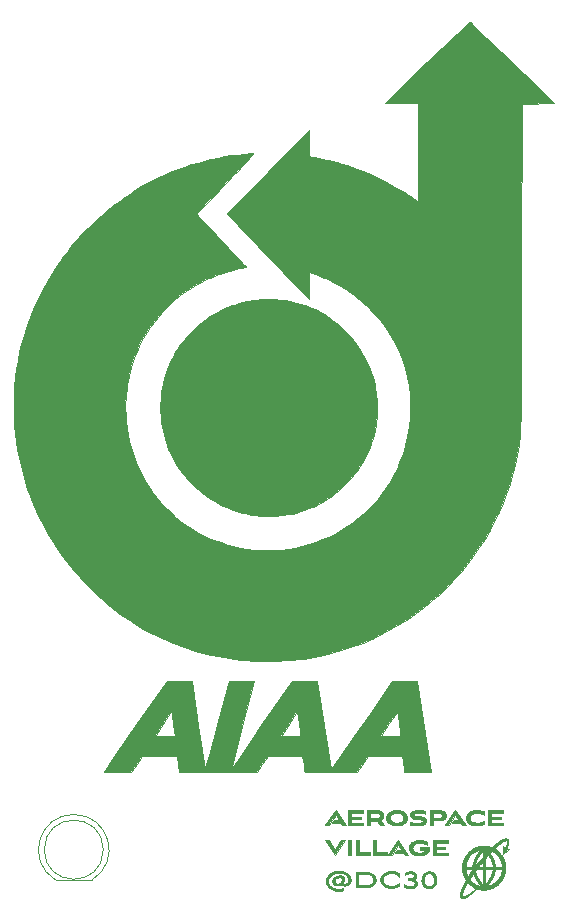
<source format=gbr>
G04 #@! TF.GenerationSoftware,KiCad,Pcbnew,(6.99.0-2452-gdb4f2d9dd8)*
G04 #@! TF.CreationDate,2022-08-02T18:55:21-05:00*
G04 #@! TF.ProjectId,AIAA,41494141-2e6b-4696-9361-645f70636258,rev?*
G04 #@! TF.SameCoordinates,Original*
G04 #@! TF.FileFunction,Legend,Top*
G04 #@! TF.FilePolarity,Positive*
%FSLAX46Y46*%
G04 Gerber Fmt 4.6, Leading zero omitted, Abs format (unit mm)*
G04 Created by KiCad (PCBNEW (6.99.0-2452-gdb4f2d9dd8)) date 2022-08-02 18:55:21*
%MOMM*%
%LPD*%
G01*
G04 APERTURE LIST*
%ADD10C,0.150000*%
%ADD11C,0.010000*%
%ADD12C,0.025000*%
%ADD13C,0.050000*%
%ADD14C,0.120000*%
%ADD15R,1.800000X1.800000*%
%ADD16C,1.800000*%
%ADD17R,1.700000X1.700000*%
%ADD18O,1.700000X1.700000*%
G04 APERTURE END LIST*
D10*
G36*
X89916817Y-167007505D02*
G01*
X89963791Y-167009899D01*
X90010920Y-167013892D01*
X90058088Y-167019485D01*
X90105180Y-167026681D01*
X90152082Y-167035481D01*
X90198678Y-167045888D01*
X90244854Y-167057904D01*
X90290494Y-167071531D01*
X90335485Y-167086770D01*
X90379711Y-167103623D01*
X90423057Y-167122094D01*
X90465408Y-167142183D01*
X90506650Y-167163893D01*
X90546668Y-167187225D01*
X90585346Y-167212183D01*
X90622570Y-167238767D01*
X90658225Y-167266979D01*
X90692196Y-167296823D01*
X90724368Y-167328299D01*
X90754627Y-167361410D01*
X90782857Y-167396158D01*
X90808944Y-167432545D01*
X90832772Y-167470572D01*
X90854228Y-167510243D01*
X90873195Y-167551558D01*
X90889559Y-167594520D01*
X90903206Y-167639131D01*
X90914020Y-167685393D01*
X90921887Y-167733308D01*
X90926691Y-167782878D01*
X90928318Y-167834104D01*
X90927751Y-167857207D01*
X90926054Y-167880400D01*
X90923232Y-167903629D01*
X90919293Y-167926841D01*
X90914242Y-167949981D01*
X90908084Y-167972995D01*
X90900826Y-167995829D01*
X90892474Y-168018429D01*
X90883033Y-168040741D01*
X90872510Y-168062712D01*
X90860910Y-168084286D01*
X90848240Y-168105411D01*
X90834506Y-168126032D01*
X90819713Y-168146094D01*
X90803867Y-168165545D01*
X90786974Y-168184330D01*
X90769041Y-168202395D01*
X90750073Y-168219686D01*
X90730077Y-168236149D01*
X90709057Y-168251729D01*
X90687021Y-168266374D01*
X90663974Y-168280029D01*
X90639921Y-168292639D01*
X90614870Y-168304152D01*
X90588826Y-168314512D01*
X90561795Y-168323666D01*
X90533782Y-168331560D01*
X90504794Y-168338140D01*
X90474837Y-168343352D01*
X90443917Y-168347142D01*
X90412040Y-168349455D01*
X90379211Y-168350238D01*
X90356452Y-168349747D01*
X90332396Y-168348210D01*
X90307344Y-168345530D01*
X90281599Y-168341614D01*
X90264199Y-168338268D01*
X90246715Y-168334301D01*
X90229237Y-168329686D01*
X90211853Y-168324392D01*
X90194653Y-168318393D01*
X90177727Y-168311660D01*
X90161164Y-168304164D01*
X90145054Y-168295878D01*
X90129486Y-168286772D01*
X90114549Y-168276819D01*
X90095315Y-168285814D01*
X90075583Y-168294023D01*
X90055434Y-168301475D01*
X90034948Y-168308198D01*
X90014204Y-168314220D01*
X89993282Y-168319570D01*
X89972262Y-168324276D01*
X89951224Y-168328366D01*
X89930248Y-168331869D01*
X89909414Y-168334813D01*
X89888801Y-168337226D01*
X89868490Y-168339137D01*
X89848560Y-168340574D01*
X89829091Y-168341566D01*
X89810163Y-168342140D01*
X89791856Y-168342325D01*
X89770458Y-168341933D01*
X89748838Y-168340754D01*
X89727056Y-168338786D01*
X89705170Y-168336026D01*
X89683240Y-168332469D01*
X89661324Y-168328113D01*
X89639482Y-168322955D01*
X89617773Y-168316991D01*
X89596256Y-168310218D01*
X89574990Y-168302633D01*
X89554034Y-168294233D01*
X89533447Y-168285014D01*
X89513288Y-168274973D01*
X89493617Y-168264108D01*
X89474492Y-168252414D01*
X89455973Y-168239889D01*
X89438118Y-168226530D01*
X89420987Y-168212332D01*
X89404639Y-168197293D01*
X89389133Y-168181411D01*
X89374527Y-168164680D01*
X89360882Y-168147099D01*
X89348256Y-168128664D01*
X89336708Y-168109372D01*
X89326297Y-168089219D01*
X89317083Y-168068203D01*
X89309124Y-168046320D01*
X89302480Y-168023567D01*
X89297209Y-167999941D01*
X89293371Y-167975438D01*
X89291025Y-167950056D01*
X89290230Y-167923790D01*
X89290322Y-167921152D01*
X89560167Y-167921152D01*
X89561607Y-167943785D01*
X89565796Y-167964720D01*
X89572536Y-167983990D01*
X89581627Y-168001627D01*
X89592871Y-168017664D01*
X89606071Y-168032134D01*
X89621028Y-168045070D01*
X89637543Y-168056506D01*
X89655418Y-168066472D01*
X89674455Y-168075004D01*
X89694456Y-168082133D01*
X89715221Y-168087892D01*
X89736554Y-168092314D01*
X89758254Y-168095432D01*
X89780125Y-168097278D01*
X89801967Y-168097886D01*
X89815551Y-168097698D01*
X89837191Y-168096632D01*
X89859938Y-168094479D01*
X89883328Y-168091075D01*
X89906898Y-168086253D01*
X89930186Y-168079849D01*
X89952728Y-168071697D01*
X89974061Y-168061633D01*
X89993724Y-168049491D01*
X90011252Y-168035106D01*
X90026182Y-168018312D01*
X90086852Y-167719359D01*
X90083673Y-167699460D01*
X90074694Y-167683652D01*
X90060747Y-167671492D01*
X90042669Y-167662536D01*
X90021293Y-167656341D01*
X90003600Y-167653241D01*
X89984873Y-167651258D01*
X89965465Y-167650206D01*
X89945729Y-167649896D01*
X89913940Y-167650866D01*
X89881323Y-167653798D01*
X89848274Y-167658729D01*
X89815191Y-167665696D01*
X89782471Y-167674733D01*
X89750512Y-167685878D01*
X89719710Y-167699166D01*
X89690464Y-167714633D01*
X89663171Y-167732315D01*
X89638227Y-167752249D01*
X89616031Y-167774471D01*
X89596980Y-167799016D01*
X89581470Y-167825920D01*
X89569900Y-167855220D01*
X89562666Y-167886953D01*
X89560167Y-167921152D01*
X89290322Y-167921152D01*
X89291344Y-167892010D01*
X89294628Y-167861216D01*
X89299989Y-167831409D01*
X89307339Y-167802590D01*
X89316586Y-167774762D01*
X89327640Y-167747925D01*
X89340411Y-167722082D01*
X89354808Y-167697233D01*
X89370742Y-167673380D01*
X89388120Y-167650526D01*
X89406854Y-167628670D01*
X89426853Y-167607816D01*
X89448026Y-167587963D01*
X89470283Y-167569115D01*
X89493533Y-167551272D01*
X89517687Y-167534437D01*
X89542653Y-167518609D01*
X89568342Y-167503792D01*
X89594663Y-167489986D01*
X89621525Y-167477194D01*
X89648838Y-167465416D01*
X89676512Y-167454654D01*
X89704456Y-167444909D01*
X89732580Y-167436184D01*
X89760794Y-167428480D01*
X89789007Y-167421798D01*
X89817128Y-167416140D01*
X89845068Y-167411507D01*
X89872736Y-167407901D01*
X89900041Y-167405324D01*
X89926894Y-167403776D01*
X89953203Y-167403260D01*
X89973897Y-167403455D01*
X89994413Y-167404052D01*
X90014719Y-167405069D01*
X90034784Y-167406524D01*
X90054577Y-167408435D01*
X90074067Y-167410821D01*
X90093220Y-167413699D01*
X90112008Y-167417088D01*
X90130397Y-167421005D01*
X90148357Y-167425470D01*
X90165856Y-167430499D01*
X90182863Y-167436112D01*
X90199347Y-167442325D01*
X90230617Y-167456628D01*
X90259417Y-167473553D01*
X90285494Y-167493246D01*
X90308598Y-167515850D01*
X90328477Y-167541510D01*
X90344881Y-167570373D01*
X90357558Y-167602582D01*
X90362421Y-167619986D01*
X90366257Y-167638282D01*
X90369036Y-167657487D01*
X90370727Y-167677619D01*
X90371297Y-167698696D01*
X90370508Y-167721094D01*
X90368275Y-167743308D01*
X90364806Y-167765382D01*
X90360307Y-167787358D01*
X90354983Y-167809281D01*
X90349041Y-167831192D01*
X90342687Y-167853136D01*
X90336127Y-167875155D01*
X90329566Y-167897293D01*
X90323212Y-167919592D01*
X90317270Y-167942096D01*
X90311946Y-167964848D01*
X90307447Y-167987891D01*
X90303978Y-168011268D01*
X90301746Y-168035023D01*
X90300956Y-168059198D01*
X90303456Y-168073031D01*
X90314750Y-168086818D01*
X90330819Y-168094247D01*
X90348118Y-168097900D01*
X90368485Y-168099698D01*
X90386685Y-168100085D01*
X90417503Y-168098815D01*
X90446621Y-168095078D01*
X90474001Y-168088982D01*
X90499603Y-168080638D01*
X90523386Y-168070152D01*
X90545310Y-168057635D01*
X90565335Y-168043194D01*
X90583422Y-168026940D01*
X90599531Y-168008980D01*
X90613622Y-167989424D01*
X90625654Y-167968380D01*
X90635588Y-167945957D01*
X90643384Y-167922265D01*
X90649002Y-167897411D01*
X90652402Y-167871505D01*
X90653545Y-167844655D01*
X90652413Y-167808348D01*
X90649064Y-167773202D01*
X90643570Y-167739216D01*
X90636002Y-167706390D01*
X90626430Y-167674724D01*
X90614926Y-167644217D01*
X90601560Y-167614869D01*
X90586404Y-167586678D01*
X90569528Y-167559644D01*
X90551004Y-167533767D01*
X90530902Y-167509047D01*
X90509294Y-167485481D01*
X90486250Y-167463071D01*
X90461842Y-167441816D01*
X90436140Y-167421714D01*
X90409216Y-167402765D01*
X90381141Y-167384969D01*
X90351985Y-167368326D01*
X90321819Y-167352834D01*
X90290715Y-167338493D01*
X90258744Y-167325303D01*
X90225976Y-167313262D01*
X90192482Y-167302371D01*
X90158335Y-167292629D01*
X90123603Y-167284035D01*
X90088359Y-167276589D01*
X90052674Y-167270290D01*
X90016619Y-167265137D01*
X89980263Y-167261131D01*
X89943680Y-167258270D01*
X89906939Y-167256553D01*
X89870111Y-167255981D01*
X89824444Y-167256891D01*
X89779627Y-167259583D01*
X89735701Y-167264003D01*
X89692704Y-167270098D01*
X89650675Y-167277813D01*
X89609654Y-167287094D01*
X89569681Y-167297888D01*
X89530794Y-167310139D01*
X89493032Y-167323795D01*
X89456436Y-167338800D01*
X89421044Y-167355101D01*
X89386895Y-167372643D01*
X89354029Y-167391373D01*
X89322486Y-167411237D01*
X89292303Y-167432180D01*
X89263522Y-167454148D01*
X89236180Y-167477087D01*
X89210318Y-167500943D01*
X89185974Y-167525663D01*
X89163188Y-167551191D01*
X89142000Y-167577474D01*
X89122447Y-167604457D01*
X89104571Y-167632087D01*
X89088409Y-167660310D01*
X89074001Y-167689071D01*
X89061387Y-167718316D01*
X89050606Y-167747992D01*
X89041697Y-167778044D01*
X89034700Y-167808417D01*
X89029653Y-167839059D01*
X89026596Y-167869914D01*
X89025568Y-167900929D01*
X89027111Y-167945661D01*
X89031646Y-167988540D01*
X89039034Y-168029596D01*
X89049134Y-168068857D01*
X89061807Y-168106350D01*
X89076912Y-168142104D01*
X89094310Y-168176148D01*
X89113860Y-168208510D01*
X89135422Y-168239218D01*
X89158857Y-168268301D01*
X89184025Y-168295786D01*
X89210785Y-168321703D01*
X89238998Y-168346079D01*
X89268523Y-168368943D01*
X89299221Y-168390324D01*
X89330951Y-168410249D01*
X89363574Y-168428746D01*
X89396950Y-168445845D01*
X89430938Y-168461574D01*
X89465399Y-168475961D01*
X89500192Y-168489033D01*
X89535178Y-168500821D01*
X89570217Y-168511351D01*
X89605168Y-168520653D01*
X89639892Y-168528754D01*
X89674249Y-168535683D01*
X89708098Y-168541468D01*
X89741300Y-168546138D01*
X89773715Y-168549721D01*
X89805202Y-168552245D01*
X89835623Y-168553738D01*
X89864836Y-168554230D01*
X89877127Y-168554143D01*
X89901798Y-168553438D01*
X89926652Y-168552000D01*
X89951771Y-168549803D01*
X89977235Y-168546819D01*
X90003127Y-168543020D01*
X90029526Y-168538378D01*
X90056515Y-168532866D01*
X90084174Y-168526456D01*
X90112585Y-168519120D01*
X90141829Y-168510830D01*
X90171986Y-168501560D01*
X90203139Y-168491280D01*
X90235367Y-168479965D01*
X90251910Y-168473909D01*
X90268753Y-168467584D01*
X90285905Y-168460987D01*
X90303377Y-168454112D01*
X90321179Y-168446958D01*
X90321179Y-168733162D01*
X90291368Y-168741849D01*
X90260764Y-168749943D01*
X90229574Y-168757448D01*
X90198005Y-168764369D01*
X90166263Y-168770711D01*
X90134555Y-168776478D01*
X90103089Y-168781673D01*
X90072069Y-168786303D01*
X90041705Y-168790371D01*
X90012201Y-168793883D01*
X89983765Y-168796841D01*
X89956603Y-168799252D01*
X89930922Y-168801119D01*
X89906930Y-168802447D01*
X89884832Y-168803241D01*
X89864836Y-168803504D01*
X89811982Y-168802426D01*
X89759328Y-168799216D01*
X89706971Y-168793911D01*
X89655008Y-168786548D01*
X89603536Y-168777165D01*
X89552652Y-168765798D01*
X89502451Y-168752485D01*
X89453033Y-168737263D01*
X89404493Y-168720169D01*
X89356928Y-168701240D01*
X89310435Y-168680512D01*
X89265112Y-168658025D01*
X89221055Y-168633813D01*
X89178361Y-168607915D01*
X89137126Y-168580367D01*
X89097449Y-168551207D01*
X89059425Y-168520472D01*
X89023152Y-168488199D01*
X88988727Y-168454425D01*
X88956246Y-168419186D01*
X88925807Y-168382522D01*
X88897506Y-168344467D01*
X88871441Y-168305060D01*
X88847708Y-168264337D01*
X88826403Y-168222336D01*
X88807625Y-168179094D01*
X88791470Y-168134648D01*
X88778035Y-168089034D01*
X88767417Y-168042291D01*
X88759713Y-167994455D01*
X88755019Y-167945564D01*
X88753433Y-167895653D01*
X88753639Y-167877493D01*
X88754258Y-167859448D01*
X88755290Y-167841520D01*
X88756737Y-167823711D01*
X88758598Y-167806023D01*
X88760875Y-167788458D01*
X88763568Y-167771019D01*
X88768388Y-167745097D01*
X88774148Y-167719468D01*
X88780850Y-167694137D01*
X88788496Y-167669111D01*
X88797088Y-167644397D01*
X88806629Y-167620001D01*
X88823525Y-167581341D01*
X88842104Y-167543996D01*
X88862304Y-167507961D01*
X88884062Y-167473231D01*
X88907314Y-167439799D01*
X88931998Y-167407659D01*
X88958051Y-167376806D01*
X88985410Y-167347234D01*
X89014012Y-167318937D01*
X89043794Y-167291909D01*
X89074692Y-167266145D01*
X89106645Y-167241638D01*
X89139589Y-167218384D01*
X89173461Y-167196375D01*
X89208199Y-167175607D01*
X89243738Y-167156074D01*
X89280017Y-167137769D01*
X89316972Y-167120687D01*
X89354541Y-167104823D01*
X89392660Y-167090169D01*
X89431267Y-167076722D01*
X89470298Y-167064474D01*
X89509691Y-167053420D01*
X89549382Y-167043554D01*
X89589309Y-167034871D01*
X89629409Y-167027364D01*
X89669619Y-167021028D01*
X89709875Y-167015857D01*
X89750116Y-167011845D01*
X89790277Y-167008987D01*
X89830297Y-167007276D01*
X89870111Y-167006707D01*
X89916817Y-167007505D01*
G37*
G36*
X92121264Y-167087734D02*
G01*
X92161628Y-167089467D01*
X92202459Y-167092384D01*
X92243634Y-167096505D01*
X92285032Y-167101853D01*
X92326532Y-167108449D01*
X92368012Y-167116317D01*
X92409352Y-167125478D01*
X92450430Y-167135954D01*
X92491124Y-167147766D01*
X92531313Y-167160938D01*
X92570877Y-167175492D01*
X92609693Y-167191448D01*
X92647640Y-167208830D01*
X92684597Y-167227659D01*
X92720443Y-167247958D01*
X92755057Y-167269748D01*
X92788316Y-167293052D01*
X92820101Y-167317891D01*
X92850288Y-167344288D01*
X92878758Y-167372265D01*
X92905389Y-167401844D01*
X92930059Y-167433046D01*
X92952647Y-167465894D01*
X92973033Y-167500411D01*
X92991093Y-167536617D01*
X93006709Y-167574535D01*
X93019757Y-167614188D01*
X93030116Y-167655596D01*
X93037666Y-167698783D01*
X93042285Y-167743771D01*
X93043852Y-167790580D01*
X93042285Y-167837428D01*
X93037666Y-167882449D01*
X93030116Y-167925665D01*
X93019757Y-167967099D01*
X93006709Y-168006772D01*
X92991093Y-168044707D01*
X92973033Y-168080926D01*
X92952647Y-168115451D01*
X92930059Y-168148306D01*
X92905389Y-168179511D01*
X92878758Y-168209090D01*
X92850288Y-168237065D01*
X92820101Y-168263458D01*
X92788316Y-168288291D01*
X92755057Y-168311587D01*
X92720443Y-168333367D01*
X92684597Y-168353655D01*
X92647640Y-168372472D01*
X92609693Y-168389841D01*
X92570877Y-168405784D01*
X92531313Y-168420324D01*
X92491124Y-168433482D01*
X92450430Y-168445282D01*
X92409352Y-168455744D01*
X92368012Y-168464892D01*
X92326532Y-168472748D01*
X92285032Y-168479335D01*
X92243634Y-168484674D01*
X92202459Y-168488787D01*
X92161628Y-168491698D01*
X92121264Y-168493428D01*
X92081486Y-168494000D01*
X91307725Y-168494000D01*
X91307725Y-168242087D01*
X91584696Y-168242087D01*
X92058625Y-168242087D01*
X92086589Y-168241817D01*
X92115109Y-168240982D01*
X92144088Y-168239551D01*
X92173433Y-168237491D01*
X92203048Y-168234768D01*
X92232840Y-168231350D01*
X92262713Y-168227204D01*
X92292574Y-168222297D01*
X92322326Y-168216596D01*
X92351877Y-168210067D01*
X92381131Y-168202679D01*
X92409994Y-168194398D01*
X92438370Y-168185191D01*
X92466167Y-168175026D01*
X92493288Y-168163869D01*
X92519639Y-168151687D01*
X92545127Y-168138448D01*
X92569655Y-168124119D01*
X92593130Y-168108666D01*
X92615457Y-168092057D01*
X92636541Y-168074259D01*
X92656289Y-168055239D01*
X92674604Y-168034964D01*
X92691393Y-168013401D01*
X92706561Y-167990517D01*
X92720014Y-167966279D01*
X92731656Y-167940655D01*
X92741394Y-167913611D01*
X92749133Y-167885114D01*
X92754777Y-167855132D01*
X92758233Y-167823632D01*
X92759406Y-167790580D01*
X92758233Y-167757568D01*
X92754777Y-167726105D01*
X92749133Y-167696158D01*
X92741394Y-167667695D01*
X92731656Y-167640681D01*
X92720014Y-167615085D01*
X92706561Y-167590874D01*
X92691393Y-167568014D01*
X92674604Y-167546473D01*
X92656289Y-167526218D01*
X92636541Y-167507217D01*
X92615457Y-167489436D01*
X92593130Y-167472842D01*
X92569655Y-167457403D01*
X92545127Y-167443086D01*
X92519639Y-167429858D01*
X92493288Y-167417686D01*
X92466167Y-167406537D01*
X92438370Y-167396379D01*
X92409994Y-167387179D01*
X92381131Y-167378903D01*
X92351877Y-167371519D01*
X92322326Y-167364995D01*
X92292574Y-167359296D01*
X92262713Y-167354391D01*
X92232840Y-167350247D01*
X92203048Y-167346830D01*
X92173433Y-167344108D01*
X92144088Y-167342048D01*
X92115109Y-167340618D01*
X92086589Y-167339783D01*
X92058625Y-167339512D01*
X91584696Y-167339512D01*
X91584696Y-168242087D01*
X91307725Y-168242087D01*
X91307725Y-167087161D01*
X92081486Y-167087161D01*
X92121264Y-167087734D01*
G37*
G36*
X93633405Y-167791899D02*
G01*
X93634313Y-167765607D01*
X93637010Y-167739674D01*
X93641452Y-167714130D01*
X93647594Y-167689007D01*
X93655395Y-167664336D01*
X93664811Y-167640148D01*
X93675797Y-167616475D01*
X93688311Y-167593348D01*
X93702310Y-167570798D01*
X93717750Y-167548856D01*
X93734588Y-167527553D01*
X93752779Y-167506921D01*
X93772282Y-167486992D01*
X93793052Y-167467795D01*
X93815046Y-167449363D01*
X93838221Y-167431726D01*
X93862533Y-167414917D01*
X93887939Y-167398965D01*
X93914396Y-167383903D01*
X93941859Y-167369762D01*
X93970287Y-167356572D01*
X93999635Y-167344365D01*
X94029859Y-167333173D01*
X94060918Y-167323026D01*
X94092766Y-167313956D01*
X94125362Y-167305994D01*
X94158660Y-167299171D01*
X94192619Y-167293519D01*
X94227194Y-167289068D01*
X94262343Y-167285850D01*
X94298022Y-167283897D01*
X94334187Y-167283239D01*
X94358241Y-167283602D01*
X94382253Y-167284685D01*
X94406207Y-167286480D01*
X94430087Y-167288978D01*
X94453875Y-167292170D01*
X94477555Y-167296048D01*
X94501112Y-167300603D01*
X94524529Y-167305825D01*
X94547789Y-167311707D01*
X94570876Y-167318240D01*
X94593774Y-167325415D01*
X94616467Y-167333224D01*
X94638938Y-167341657D01*
X94661170Y-167350706D01*
X94683148Y-167360362D01*
X94704856Y-167370617D01*
X94726275Y-167381462D01*
X94747392Y-167392888D01*
X94768188Y-167404886D01*
X94788649Y-167417448D01*
X94808756Y-167430566D01*
X94828495Y-167444230D01*
X94847848Y-167458431D01*
X94866800Y-167473162D01*
X94885334Y-167488413D01*
X94903433Y-167504176D01*
X94921082Y-167520441D01*
X94938264Y-167537201D01*
X94954963Y-167554447D01*
X94971162Y-167572169D01*
X94986845Y-167590360D01*
X95001995Y-167609010D01*
X95001995Y-167235318D01*
X94984340Y-167223399D01*
X94966414Y-167211795D01*
X94948222Y-167200511D01*
X94929771Y-167189551D01*
X94911068Y-167178919D01*
X94892119Y-167168619D01*
X94872930Y-167158656D01*
X94853508Y-167149033D01*
X94833859Y-167139754D01*
X94813990Y-167130825D01*
X94793908Y-167122248D01*
X94773618Y-167114028D01*
X94753127Y-167106168D01*
X94732441Y-167098674D01*
X94711568Y-167091549D01*
X94690512Y-167084798D01*
X94669282Y-167078423D01*
X94647883Y-167072431D01*
X94626322Y-167066823D01*
X94604605Y-167061606D01*
X94582738Y-167056782D01*
X94560728Y-167052356D01*
X94538582Y-167048333D01*
X94516306Y-167044715D01*
X94493906Y-167041508D01*
X94471389Y-167038715D01*
X94448762Y-167036340D01*
X94426029Y-167034388D01*
X94403199Y-167032862D01*
X94380278Y-167031768D01*
X94357272Y-167031108D01*
X94334187Y-167030887D01*
X94283233Y-167031879D01*
X94232960Y-167034821D01*
X94183427Y-167039666D01*
X94134698Y-167046366D01*
X94086832Y-167054873D01*
X94039893Y-167065139D01*
X93993940Y-167077115D01*
X93949037Y-167090753D01*
X93905244Y-167106007D01*
X93862622Y-167122826D01*
X93821234Y-167141164D01*
X93781140Y-167160973D01*
X93742403Y-167182203D01*
X93705083Y-167204808D01*
X93669243Y-167228739D01*
X93634944Y-167253948D01*
X93602246Y-167280387D01*
X93571213Y-167308008D01*
X93541905Y-167336763D01*
X93514383Y-167366604D01*
X93488710Y-167397483D01*
X93464947Y-167429351D01*
X93443155Y-167462161D01*
X93423396Y-167495865D01*
X93405731Y-167530415D01*
X93390222Y-167565761D01*
X93376930Y-167601858D01*
X93365917Y-167638655D01*
X93357244Y-167676106D01*
X93350973Y-167714163D01*
X93347165Y-167752776D01*
X93345882Y-167791899D01*
X93347165Y-167831014D01*
X93350973Y-167869606D01*
X93357244Y-167907626D01*
X93365917Y-167945029D01*
X93376930Y-167981767D01*
X93390222Y-168017793D01*
X93405731Y-168053060D01*
X93423396Y-168087521D01*
X93443155Y-168121128D01*
X93464947Y-168153835D01*
X93488710Y-168185594D01*
X93514383Y-168216359D01*
X93541905Y-168246082D01*
X93571213Y-168274717D01*
X93602246Y-168302215D01*
X93634944Y-168328531D01*
X93669243Y-168353617D01*
X93705083Y-168377425D01*
X93742403Y-168399909D01*
X93781140Y-168421022D01*
X93821234Y-168440717D01*
X93862622Y-168458946D01*
X93905244Y-168475662D01*
X93949037Y-168490819D01*
X93993940Y-168504369D01*
X94039893Y-168516265D01*
X94086832Y-168526460D01*
X94134698Y-168534907D01*
X94183427Y-168541559D01*
X94232960Y-168546369D01*
X94283233Y-168549289D01*
X94334187Y-168550273D01*
X94357265Y-168550060D01*
X94380254Y-168549422D01*
X94403147Y-168548363D01*
X94425939Y-168546886D01*
X94448626Y-168544995D01*
X94471201Y-168542692D01*
X94493660Y-168539981D01*
X94515997Y-168536864D01*
X94538207Y-168533346D01*
X94560286Y-168529429D01*
X94582227Y-168525117D01*
X94604025Y-168520412D01*
X94625676Y-168515319D01*
X94647173Y-168509839D01*
X94668512Y-168503978D01*
X94689688Y-168497736D01*
X94710695Y-168491119D01*
X94731528Y-168484129D01*
X94752182Y-168476769D01*
X94772652Y-168469043D01*
X94792931Y-168460954D01*
X94813016Y-168452504D01*
X94832901Y-168443698D01*
X94852581Y-168434539D01*
X94872049Y-168425029D01*
X94891302Y-168415171D01*
X94910334Y-168404970D01*
X94929140Y-168394429D01*
X94947714Y-168383549D01*
X94966052Y-168372336D01*
X94984147Y-168360791D01*
X95001995Y-168348919D01*
X95001995Y-167977866D01*
X94986613Y-167996462D01*
X94970727Y-168014574D01*
X94954354Y-168032197D01*
X94937507Y-168049321D01*
X94920202Y-168065941D01*
X94902454Y-168082050D01*
X94884277Y-168097639D01*
X94865687Y-168112704D01*
X94846698Y-168127235D01*
X94827326Y-168141227D01*
X94807585Y-168154673D01*
X94787489Y-168167565D01*
X94767055Y-168179896D01*
X94746296Y-168191660D01*
X94725229Y-168202849D01*
X94703866Y-168213456D01*
X94682225Y-168223475D01*
X94660318Y-168232898D01*
X94638162Y-168241719D01*
X94615772Y-168249930D01*
X94593161Y-168257524D01*
X94570345Y-168264495D01*
X94547339Y-168270835D01*
X94524158Y-168276537D01*
X94500816Y-168281595D01*
X94477329Y-168286001D01*
X94453712Y-168289748D01*
X94429978Y-168292830D01*
X94406144Y-168295239D01*
X94382224Y-168296969D01*
X94358234Y-168298012D01*
X94334187Y-168298361D01*
X94298022Y-168297710D01*
X94262343Y-168295779D01*
X94227194Y-168292596D01*
X94192619Y-168288194D01*
X94158660Y-168282600D01*
X94125362Y-168275846D01*
X94092766Y-168267963D01*
X94060918Y-168258979D01*
X94029859Y-168248926D01*
X93999635Y-168237833D01*
X93970287Y-168225731D01*
X93941859Y-168212650D01*
X93914396Y-168198620D01*
X93887939Y-168183671D01*
X93862533Y-168167833D01*
X93838221Y-168151137D01*
X93815046Y-168133614D01*
X93793052Y-168115292D01*
X93772282Y-168096202D01*
X93752779Y-168076374D01*
X93734588Y-168055839D01*
X93717750Y-168034627D01*
X93702310Y-168012768D01*
X93688311Y-167990292D01*
X93675797Y-167967229D01*
X93664811Y-167943610D01*
X93655395Y-167919465D01*
X93647594Y-167894823D01*
X93641452Y-167869715D01*
X93637010Y-167844172D01*
X93634313Y-167818223D01*
X93633405Y-167791899D01*
G37*
G36*
X96533691Y-168138333D02*
G01*
X96533477Y-168117115D01*
X96532831Y-168096724D01*
X96531752Y-168077140D01*
X96530235Y-168058342D01*
X96528277Y-168040311D01*
X96523026Y-168006464D01*
X96515972Y-167975437D01*
X96507088Y-167947067D01*
X96496349Y-167921191D01*
X96483728Y-167897645D01*
X96469198Y-167876268D01*
X96452733Y-167856896D01*
X96434307Y-167839366D01*
X96413894Y-167823515D01*
X96391466Y-167809180D01*
X96366998Y-167796199D01*
X96340463Y-167784409D01*
X96311834Y-167773645D01*
X96296727Y-167768598D01*
X96321255Y-167756289D01*
X96343771Y-167742949D01*
X96364335Y-167728601D01*
X96383005Y-167713266D01*
X96399842Y-167696965D01*
X96414903Y-167679719D01*
X96428249Y-167661549D01*
X96439938Y-167642477D01*
X96450031Y-167622525D01*
X96458585Y-167601712D01*
X96465661Y-167580061D01*
X96471318Y-167557593D01*
X96475614Y-167534329D01*
X96478609Y-167510290D01*
X96480363Y-167485498D01*
X96480935Y-167459973D01*
X96480209Y-167437317D01*
X96478055Y-167415188D01*
X96474506Y-167393600D01*
X96469599Y-167372564D01*
X96463368Y-167352094D01*
X96455847Y-167332202D01*
X96447070Y-167312901D01*
X96437074Y-167294202D01*
X96425892Y-167276120D01*
X96413559Y-167258665D01*
X96400110Y-167241851D01*
X96385579Y-167225691D01*
X96370001Y-167210197D01*
X96353412Y-167195381D01*
X96335844Y-167181256D01*
X96317335Y-167167834D01*
X96297917Y-167155129D01*
X96277626Y-167143152D01*
X96256496Y-167131917D01*
X96234562Y-167121435D01*
X96211859Y-167111720D01*
X96188421Y-167102784D01*
X96164284Y-167094639D01*
X96139481Y-167087298D01*
X96114048Y-167080774D01*
X96088019Y-167075079D01*
X96061429Y-167070225D01*
X96034312Y-167066226D01*
X96006704Y-167063094D01*
X95978639Y-167060841D01*
X95950152Y-167059480D01*
X95921277Y-167059024D01*
X95886391Y-167059735D01*
X95868677Y-167060623D01*
X95850826Y-167061867D01*
X95832874Y-167063466D01*
X95814852Y-167065420D01*
X95796796Y-167067729D01*
X95778738Y-167070393D01*
X95760712Y-167073411D01*
X95742752Y-167076785D01*
X95724892Y-167080513D01*
X95707165Y-167084596D01*
X95689604Y-167089033D01*
X95672244Y-167093825D01*
X95655118Y-167098971D01*
X95638260Y-167104471D01*
X95605482Y-167116535D01*
X95574178Y-167130014D01*
X95544618Y-167144909D01*
X95517071Y-167161219D01*
X95491807Y-167178943D01*
X95469094Y-167198081D01*
X95449202Y-167218631D01*
X95432400Y-167240594D01*
X95432400Y-167517126D01*
X95455626Y-167494615D01*
X95479945Y-167472968D01*
X95505330Y-167452267D01*
X95531751Y-167432592D01*
X95559179Y-167414025D01*
X95587586Y-167396646D01*
X95616942Y-167380538D01*
X95647218Y-167365781D01*
X95678385Y-167352456D01*
X95710415Y-167340644D01*
X95743278Y-167330427D01*
X95776945Y-167321886D01*
X95811388Y-167315101D01*
X95828891Y-167312393D01*
X95846577Y-167310155D01*
X95864442Y-167308396D01*
X95882483Y-167307127D01*
X95900697Y-167306358D01*
X95919078Y-167306100D01*
X95936931Y-167306350D01*
X95970709Y-167308298D01*
X96001951Y-167312071D01*
X96030698Y-167317536D01*
X96056990Y-167324563D01*
X96080868Y-167333021D01*
X96102373Y-167342780D01*
X96121545Y-167353709D01*
X96138425Y-167365676D01*
X96153053Y-167378553D01*
X96165469Y-167392206D01*
X96175716Y-167406507D01*
X96187104Y-167428885D01*
X96193836Y-167451983D01*
X96196050Y-167475360D01*
X96193655Y-167499579D01*
X96186446Y-167523465D01*
X96174382Y-167546572D01*
X96163624Y-167561323D01*
X96150679Y-167575395D01*
X96135536Y-167588656D01*
X96118183Y-167600974D01*
X96098610Y-167612216D01*
X96076804Y-167622249D01*
X96052753Y-167630941D01*
X96026446Y-167638159D01*
X95997872Y-167643770D01*
X95967019Y-167647641D01*
X95933875Y-167649640D01*
X95916441Y-167649896D01*
X95692226Y-167649896D01*
X95692226Y-167899610D01*
X95916441Y-167899610D01*
X95938444Y-167899889D01*
X95959616Y-167900715D01*
X95979965Y-167902069D01*
X95999501Y-167903934D01*
X96018232Y-167906293D01*
X96036167Y-167909127D01*
X96069682Y-167916151D01*
X96100116Y-167924866D01*
X96127538Y-167935128D01*
X96152019Y-167946797D01*
X96173628Y-167959730D01*
X96192434Y-167973787D01*
X96208507Y-167988826D01*
X96221917Y-168004704D01*
X96232732Y-168021280D01*
X96241023Y-168038412D01*
X96246859Y-168055959D01*
X96250309Y-168073780D01*
X96251444Y-168091732D01*
X96250397Y-168118334D01*
X96247188Y-168143543D01*
X96241718Y-168167312D01*
X96233886Y-168189599D01*
X96223591Y-168210358D01*
X96210733Y-168229545D01*
X96195211Y-168247115D01*
X96176926Y-168263025D01*
X96155775Y-168277230D01*
X96131660Y-168289684D01*
X96104479Y-168300345D01*
X96074133Y-168309166D01*
X96040520Y-168316105D01*
X96022457Y-168318855D01*
X96003540Y-168321116D01*
X95983756Y-168322885D01*
X95963093Y-168324156D01*
X95941538Y-168324922D01*
X95919078Y-168325179D01*
X95889817Y-168324448D01*
X95858177Y-168322236D01*
X95824540Y-168318516D01*
X95807092Y-168316082D01*
X95789289Y-168313261D01*
X95771178Y-168310048D01*
X95752807Y-168306441D01*
X95734224Y-168302436D01*
X95715477Y-168298030D01*
X95696612Y-168293220D01*
X95677680Y-168288001D01*
X95658726Y-168282370D01*
X95639799Y-168276324D01*
X95620947Y-168269860D01*
X95602217Y-168262973D01*
X95583658Y-168255661D01*
X95565316Y-168247920D01*
X95547241Y-168239747D01*
X95529480Y-168231138D01*
X95512080Y-168222089D01*
X95495090Y-168212597D01*
X95478556Y-168202660D01*
X95462528Y-168192272D01*
X95447053Y-168181431D01*
X95432179Y-168170134D01*
X95417952Y-168158376D01*
X95404423Y-168146155D01*
X95391637Y-168133467D01*
X95379644Y-168120308D01*
X95379644Y-168428933D01*
X95402366Y-168447134D01*
X95427803Y-168463997D01*
X95455658Y-168479545D01*
X95485637Y-168493800D01*
X95517446Y-168506786D01*
X95550788Y-168518524D01*
X95567942Y-168523932D01*
X95585369Y-168529037D01*
X95603032Y-168533841D01*
X95620894Y-168538348D01*
X95638919Y-168542559D01*
X95657069Y-168546479D01*
X95675308Y-168550109D01*
X95693598Y-168553453D01*
X95711903Y-168556513D01*
X95730186Y-168559292D01*
X95748410Y-168561793D01*
X95766538Y-168564019D01*
X95784534Y-168565972D01*
X95802360Y-168567656D01*
X95819979Y-168569073D01*
X95854452Y-168571118D01*
X95887656Y-168572130D01*
X95903691Y-168572255D01*
X95936326Y-168571891D01*
X95968509Y-168570792D01*
X96000200Y-168568945D01*
X96031362Y-168566340D01*
X96061956Y-168562965D01*
X96091944Y-168558808D01*
X96121288Y-168553858D01*
X96149950Y-168548102D01*
X96177891Y-168541530D01*
X96205073Y-168534130D01*
X96231458Y-168525890D01*
X96257007Y-168516799D01*
X96281683Y-168506845D01*
X96305448Y-168496016D01*
X96328262Y-168484301D01*
X96350088Y-168471688D01*
X96370887Y-168458166D01*
X96390621Y-168443723D01*
X96409253Y-168428347D01*
X96426743Y-168412028D01*
X96443054Y-168394752D01*
X96458147Y-168376510D01*
X96471984Y-168357288D01*
X96484527Y-168337077D01*
X96495738Y-168315863D01*
X96505578Y-168293635D01*
X96514008Y-168270382D01*
X96520992Y-168246092D01*
X96526491Y-168220754D01*
X96530465Y-168194356D01*
X96532878Y-168166886D01*
X96533691Y-168138333D01*
G37*
G36*
X97554426Y-167060086D02*
G01*
X97594758Y-167063228D01*
X97633759Y-167068386D01*
X97671430Y-167075493D01*
X97707771Y-167084485D01*
X97742784Y-167095295D01*
X97776468Y-167107859D01*
X97808824Y-167122112D01*
X97839853Y-167137987D01*
X97869555Y-167155420D01*
X97897931Y-167174345D01*
X97924982Y-167194697D01*
X97950707Y-167216410D01*
X97975108Y-167239419D01*
X97998186Y-167263659D01*
X98019939Y-167289064D01*
X98040370Y-167315569D01*
X98059479Y-167343109D01*
X98077266Y-167371618D01*
X98093732Y-167401031D01*
X98108878Y-167431282D01*
X98122703Y-167462306D01*
X98135209Y-167494039D01*
X98146397Y-167526413D01*
X98156266Y-167559365D01*
X98164817Y-167592828D01*
X98172051Y-167626738D01*
X98177969Y-167661028D01*
X98182571Y-167695634D01*
X98185857Y-167730490D01*
X98187828Y-167765531D01*
X98188485Y-167800692D01*
X98187792Y-167836596D01*
X98185717Y-167872461D01*
X98182266Y-167908215D01*
X98177446Y-167943786D01*
X98171264Y-167979102D01*
X98163725Y-168014090D01*
X98154836Y-168048678D01*
X98144604Y-168082795D01*
X98133035Y-168116367D01*
X98120135Y-168149323D01*
X98105912Y-168181590D01*
X98090371Y-168213096D01*
X98073518Y-168243770D01*
X98055361Y-168273538D01*
X98035906Y-168302329D01*
X98015158Y-168330070D01*
X97993126Y-168356689D01*
X97969814Y-168382114D01*
X97945230Y-168406273D01*
X97919379Y-168429094D01*
X97892269Y-168450504D01*
X97863906Y-168470431D01*
X97834296Y-168488802D01*
X97803446Y-168505547D01*
X97771361Y-168520592D01*
X97738049Y-168533865D01*
X97703517Y-168545294D01*
X97667769Y-168554808D01*
X97630814Y-168562333D01*
X97592657Y-168567797D01*
X97553304Y-168571128D01*
X97512763Y-168572255D01*
X97470939Y-168571208D01*
X97430454Y-168568110D01*
X97391306Y-168563024D01*
X97353497Y-168556013D01*
X97317023Y-168547142D01*
X97281886Y-168536473D01*
X97248084Y-168524071D01*
X97215616Y-168509998D01*
X97184482Y-168494319D01*
X97154681Y-168477096D01*
X97126213Y-168458393D01*
X97099076Y-168438275D01*
X97073269Y-168416803D01*
X97048793Y-168394042D01*
X97025646Y-168370056D01*
X97003828Y-168344908D01*
X96983338Y-168318660D01*
X96964175Y-168291378D01*
X96946338Y-168263124D01*
X96929827Y-168233962D01*
X96914641Y-168203955D01*
X96900780Y-168173167D01*
X96888242Y-168141662D01*
X96877027Y-168109502D01*
X96867134Y-168076752D01*
X96858563Y-168043475D01*
X96851312Y-168009735D01*
X96845381Y-167975594D01*
X96840769Y-167941117D01*
X96837476Y-167906367D01*
X96835501Y-167871408D01*
X96834842Y-167836302D01*
X96835386Y-167808166D01*
X97117090Y-167808166D01*
X97117481Y-167832393D01*
X97118654Y-167856572D01*
X97120609Y-167880658D01*
X97123344Y-167904601D01*
X97126858Y-167928354D01*
X97131151Y-167951872D01*
X97136220Y-167975105D01*
X97142066Y-167998006D01*
X97148688Y-168020529D01*
X97156084Y-168042627D01*
X97164253Y-168064250D01*
X97173195Y-168085353D01*
X97182908Y-168105888D01*
X97193392Y-168125808D01*
X97204645Y-168145065D01*
X97216667Y-168163612D01*
X97229457Y-168181402D01*
X97243013Y-168198387D01*
X97257335Y-168214520D01*
X97272422Y-168229754D01*
X97288273Y-168244041D01*
X97304886Y-168257333D01*
X97322262Y-168269585D01*
X97340398Y-168280748D01*
X97359294Y-168290775D01*
X97378949Y-168299618D01*
X97399362Y-168307231D01*
X97420532Y-168313566D01*
X97442458Y-168318576D01*
X97465139Y-168322213D01*
X97488574Y-168324429D01*
X97512763Y-168325179D01*
X97537170Y-168324452D01*
X97560767Y-168322303D01*
X97583558Y-168318778D01*
X97605544Y-168313921D01*
X97626727Y-168307779D01*
X97647110Y-168300398D01*
X97666696Y-168291824D01*
X97685485Y-168282101D01*
X97703482Y-168271277D01*
X97720687Y-168259397D01*
X97737103Y-168246506D01*
X97752733Y-168232652D01*
X97767578Y-168217878D01*
X97781641Y-168202231D01*
X97794924Y-168185758D01*
X97807430Y-168168503D01*
X97819160Y-168150513D01*
X97830117Y-168131833D01*
X97840303Y-168112509D01*
X97849721Y-168092588D01*
X97858372Y-168072114D01*
X97866259Y-168051133D01*
X97873384Y-168029692D01*
X97879750Y-168007836D01*
X97885358Y-167985612D01*
X97890212Y-167963064D01*
X97894312Y-167940238D01*
X97897662Y-167917181D01*
X97900263Y-167893938D01*
X97902119Y-167870555D01*
X97903230Y-167847078D01*
X97903600Y-167823553D01*
X97903209Y-167799518D01*
X97902037Y-167775503D01*
X97900085Y-167751558D01*
X97897355Y-167727730D01*
X97893850Y-167704069D01*
X97889571Y-167680623D01*
X97884520Y-167657440D01*
X97878699Y-167634571D01*
X97872110Y-167612062D01*
X97864754Y-167589964D01*
X97856633Y-167568324D01*
X97847750Y-167547192D01*
X97838106Y-167526616D01*
X97827703Y-167506644D01*
X97816543Y-167487326D01*
X97804627Y-167468711D01*
X97791958Y-167450846D01*
X97778537Y-167433781D01*
X97764367Y-167417564D01*
X97749448Y-167402244D01*
X97733784Y-167387870D01*
X97717375Y-167374490D01*
X97700224Y-167362153D01*
X97682332Y-167350909D01*
X97663702Y-167340804D01*
X97644335Y-167331889D01*
X97624233Y-167324212D01*
X97603398Y-167317822D01*
X97581831Y-167312766D01*
X97559535Y-167309095D01*
X97536512Y-167306857D01*
X97512763Y-167306100D01*
X97488381Y-167306828D01*
X97464777Y-167308980D01*
X97441950Y-167312512D01*
X97419901Y-167317377D01*
X97398628Y-167323529D01*
X97378133Y-167330921D01*
X97358413Y-167339509D01*
X97339470Y-167349246D01*
X97321303Y-167360086D01*
X97303912Y-167371984D01*
X97287297Y-167384892D01*
X97271456Y-167398766D01*
X97256391Y-167413560D01*
X97242100Y-167429226D01*
X97228585Y-167445720D01*
X97215843Y-167462995D01*
X97203876Y-167481006D01*
X97192682Y-167499707D01*
X97182262Y-167519050D01*
X97172615Y-167538992D01*
X97163742Y-167559485D01*
X97155641Y-167580483D01*
X97148313Y-167601941D01*
X97141757Y-167623813D01*
X97135974Y-167646053D01*
X97130962Y-167668614D01*
X97126722Y-167691452D01*
X97123254Y-167714519D01*
X97120557Y-167737769D01*
X97118630Y-167761158D01*
X97117475Y-167784639D01*
X97117090Y-167808166D01*
X96835386Y-167808166D01*
X96835536Y-167800382D01*
X96837611Y-167764469D01*
X96841063Y-167728638D01*
X96845886Y-167692963D01*
X96852072Y-167657518D01*
X96859617Y-167622377D01*
X96868515Y-167587615D01*
X96878758Y-167553307D01*
X96890342Y-167519525D01*
X96903259Y-167486346D01*
X96917505Y-167453843D01*
X96933073Y-167422089D01*
X96949957Y-167391161D01*
X96968151Y-167361132D01*
X96987649Y-167332075D01*
X97008444Y-167304067D01*
X97030532Y-167277180D01*
X97053905Y-167251489D01*
X97078558Y-167227069D01*
X97104485Y-167203993D01*
X97131680Y-167182337D01*
X97160136Y-167162174D01*
X97189848Y-167143578D01*
X97220810Y-167126625D01*
X97253015Y-167111388D01*
X97286457Y-167097941D01*
X97321131Y-167086359D01*
X97357031Y-167076717D01*
X97394150Y-167069088D01*
X97432482Y-167063546D01*
X97472022Y-167060167D01*
X97512763Y-167059024D01*
X97554426Y-167060086D01*
G37*
D11*
G36*
X102550214Y-165252095D02*
G01*
X102551767Y-165252548D01*
X102552255Y-165252686D01*
X102563976Y-165256081D01*
X102565101Y-165256420D01*
X102565776Y-165256635D01*
X102626737Y-165277155D01*
X102685765Y-165299864D01*
X102687212Y-165300448D01*
X102688652Y-165301046D01*
X102746460Y-165326143D01*
X102781821Y-165343299D01*
X102738809Y-165388006D01*
X102696007Y-165432944D01*
X102653445Y-165478129D01*
X102611145Y-165523587D01*
X102611144Y-165523587D01*
X102610431Y-165522545D01*
X102609904Y-165521826D01*
X102581248Y-165481478D01*
X102551829Y-165440949D01*
X102522224Y-165400980D01*
X102492495Y-165361582D01*
X102486369Y-165353656D01*
X102480251Y-165345901D01*
X102475498Y-165339895D01*
X102469416Y-165332130D01*
X102468001Y-165330317D01*
X102487735Y-165310463D01*
X102507550Y-165290682D01*
X102547320Y-165251257D01*
X102550214Y-165252095D01*
G37*
X102550214Y-165252095D02*
X102551767Y-165252548D01*
X102552255Y-165252686D01*
X102563976Y-165256081D01*
X102565101Y-165256420D01*
X102565776Y-165256635D01*
X102626737Y-165277155D01*
X102685765Y-165299864D01*
X102687212Y-165300448D01*
X102688652Y-165301046D01*
X102746460Y-165326143D01*
X102781821Y-165343299D01*
X102738809Y-165388006D01*
X102696007Y-165432944D01*
X102653445Y-165478129D01*
X102611145Y-165523587D01*
X102611144Y-165523587D01*
X102610431Y-165522545D01*
X102609904Y-165521826D01*
X102581248Y-165481478D01*
X102551829Y-165440949D01*
X102522224Y-165400980D01*
X102492495Y-165361582D01*
X102486369Y-165353656D01*
X102480251Y-165345901D01*
X102475498Y-165339895D01*
X102469416Y-165332130D01*
X102468001Y-165330317D01*
X102487735Y-165310463D01*
X102507550Y-165290682D01*
X102547320Y-165251257D01*
X102550214Y-165252095D01*
G36*
X102434513Y-165609825D02*
G01*
X102434670Y-165610042D01*
X102434983Y-165610487D01*
X102444537Y-165624219D01*
X102445183Y-165625157D01*
X102455482Y-165640451D01*
X102465723Y-165655797D01*
X102476062Y-165671072D01*
X102390423Y-165766831D01*
X102305375Y-165863050D01*
X102279912Y-165892224D01*
X102254647Y-165921582D01*
X102204296Y-165980459D01*
X102204296Y-165607045D01*
X102267617Y-165538624D01*
X102299466Y-165504581D01*
X102331520Y-165470726D01*
X102434513Y-165609825D01*
G37*
X102434513Y-165609825D02*
X102434670Y-165610042D01*
X102434983Y-165610487D01*
X102444537Y-165624219D01*
X102445183Y-165625157D01*
X102455482Y-165640451D01*
X102465723Y-165655797D01*
X102476062Y-165671072D01*
X102390423Y-165766831D01*
X102305375Y-165863050D01*
X102279912Y-165892224D01*
X102254647Y-165921582D01*
X102204296Y-165980459D01*
X102204296Y-165607045D01*
X102267617Y-165538624D01*
X102299466Y-165504581D01*
X102331520Y-165470726D01*
X102434513Y-165609825D01*
G36*
X102010871Y-166210780D02*
G01*
X101921076Y-166321031D01*
X101832090Y-166431957D01*
X101743845Y-166543476D01*
X101656274Y-166655499D01*
X101338311Y-166655499D01*
X101338571Y-166653168D01*
X101376736Y-166601501D01*
X101415042Y-166549933D01*
X101559398Y-166364330D01*
X101632705Y-166272391D01*
X101706777Y-166181049D01*
X101781621Y-166090323D01*
X101857246Y-166000230D01*
X101933660Y-165910790D01*
X102010871Y-165822019D01*
X102010871Y-166210780D01*
G37*
X102010871Y-166210780D02*
X101921076Y-166321031D01*
X101832090Y-166431957D01*
X101743845Y-166543476D01*
X101656274Y-166655499D01*
X101338311Y-166655499D01*
X101338571Y-166653168D01*
X101376736Y-166601501D01*
X101415042Y-166549933D01*
X101559398Y-166364330D01*
X101632705Y-166272391D01*
X101706777Y-166181049D01*
X101781621Y-166090323D01*
X101857246Y-166000230D01*
X101933660Y-165910790D01*
X102010871Y-165822019D01*
X102010871Y-166210780D01*
G36*
X101471170Y-166898529D02*
G01*
X101435991Y-166945892D01*
X101401021Y-166993403D01*
X101366287Y-167041027D01*
X101365604Y-167038256D01*
X101348942Y-166945993D01*
X101348844Y-166945361D01*
X101348762Y-166944761D01*
X101338313Y-166851310D01*
X101506561Y-166851310D01*
X101471170Y-166898529D01*
G37*
X101471170Y-166898529D02*
X101435991Y-166945892D01*
X101401021Y-166993403D01*
X101366287Y-167041027D01*
X101365604Y-167038256D01*
X101348942Y-166945993D01*
X101348844Y-166945361D01*
X101348762Y-166944761D01*
X101338313Y-166851310D01*
X101506561Y-166851310D01*
X101471170Y-166898529D01*
G36*
X100380630Y-167393875D02*
G01*
X100351740Y-167307336D01*
X100326978Y-167218951D01*
X100306460Y-167128834D01*
X100290300Y-167037104D01*
X100278616Y-166943876D01*
X100271672Y-166851291D01*
X100564405Y-166851291D01*
X100569909Y-166919339D01*
X100578245Y-166986522D01*
X100589351Y-167052779D01*
X100603167Y-167118047D01*
X100619630Y-167182267D01*
X100638681Y-167245378D01*
X100660257Y-167307318D01*
X100684298Y-167368026D01*
X100710742Y-167427442D01*
X100739529Y-167485505D01*
X100753391Y-167510781D01*
X100785055Y-167458249D01*
X100828658Y-167388356D01*
X100872982Y-167318957D01*
X100917973Y-167250020D01*
X100963579Y-167181512D01*
X101056420Y-167045648D01*
X101151077Y-166911102D01*
X101151148Y-166911796D01*
X101152181Y-166922153D01*
X101153200Y-166933226D01*
X101154295Y-166944280D01*
X101154921Y-166949790D01*
X101155626Y-166955283D01*
X101159373Y-166981036D01*
X101163532Y-167006691D01*
X101168092Y-167032248D01*
X101172999Y-167057491D01*
X101173033Y-167057688D01*
X101173079Y-167057884D01*
X101178373Y-167083063D01*
X101184083Y-167108320D01*
X101190163Y-167133474D01*
X101196579Y-167158423D01*
X101196600Y-167158510D01*
X101196624Y-167158594D01*
X101196606Y-167158526D01*
X101196579Y-167158423D01*
X101173079Y-167057884D01*
X101173041Y-167057705D01*
X101172999Y-167057491D01*
X101155637Y-166955263D01*
X101151148Y-166911796D01*
X101151079Y-166911099D01*
X101151077Y-166911102D01*
X101144902Y-166851310D01*
X101338302Y-166851310D01*
X101340325Y-166874934D01*
X101342764Y-166898481D01*
X101345607Y-166921956D01*
X101348762Y-166944761D01*
X101348829Y-166945364D01*
X101348942Y-166945993D01*
X101352464Y-166968699D01*
X101356461Y-166991967D01*
X101360836Y-167015161D01*
X101365588Y-167038275D01*
X101366259Y-167041065D01*
X101366287Y-167041027D01*
X101388196Y-167129937D01*
X101416164Y-167220381D01*
X101449069Y-167309557D01*
X101486469Y-167397439D01*
X101527925Y-167483998D01*
X101572996Y-167569205D01*
X101621242Y-167653032D01*
X101672223Y-167735452D01*
X101725498Y-167816435D01*
X101780628Y-167895953D01*
X101837171Y-167973978D01*
X101894688Y-168050482D01*
X102010881Y-168198814D01*
X102204292Y-168198814D01*
X102320561Y-168050482D01*
X102434657Y-167895953D01*
X102489792Y-167816435D01*
X102543066Y-167735452D01*
X102594041Y-167653032D01*
X102642276Y-167569205D01*
X102687334Y-167483998D01*
X102728774Y-167397439D01*
X102766158Y-167309557D01*
X102799046Y-167220381D01*
X102827000Y-167129937D01*
X102849580Y-167038256D01*
X102866347Y-166945364D01*
X102876863Y-166851291D01*
X102204292Y-166851291D01*
X102204292Y-168198814D01*
X102010881Y-168198814D01*
X102010881Y-166851291D01*
X101338311Y-166851291D01*
X101338313Y-166851310D01*
X101338302Y-166851310D01*
X101144902Y-166851310D01*
X101144900Y-166851291D01*
X100564405Y-166851291D01*
X100271672Y-166851291D01*
X100271520Y-166849268D01*
X100269130Y-166753395D01*
X100271520Y-166657523D01*
X100271671Y-166655508D01*
X101338302Y-166655508D01*
X101656268Y-166655508D01*
X101656274Y-166655499D01*
X102010881Y-166655499D01*
X102204292Y-166655499D01*
X102876863Y-166655499D01*
X102866347Y-166560598D01*
X102849580Y-166467091D01*
X102827000Y-166374985D01*
X102799046Y-166284285D01*
X102766158Y-166194997D01*
X102728774Y-166107128D01*
X102687334Y-166020683D01*
X102642276Y-165935667D01*
X102594041Y-165852087D01*
X102543066Y-165769949D01*
X102489792Y-165689257D01*
X102444537Y-165624219D01*
X102439963Y-165617569D01*
X102434983Y-165610487D01*
X102434657Y-165610019D01*
X102434513Y-165609825D01*
X102409231Y-165574740D01*
X102383515Y-165539784D01*
X102357590Y-165505126D01*
X102331523Y-165470722D01*
X102331520Y-165470726D01*
X102320561Y-165455925D01*
X102204292Y-165307712D01*
X102204292Y-166655499D01*
X102010881Y-166655499D01*
X102010881Y-165307977D01*
X101894612Y-165456308D01*
X101780516Y-165610838D01*
X101725381Y-165690356D01*
X101672107Y-165771339D01*
X101621132Y-165853758D01*
X101572897Y-165937586D01*
X101527840Y-166022793D01*
X101486399Y-166109351D01*
X101449016Y-166197233D01*
X101416127Y-166286410D01*
X101388173Y-166376853D01*
X101365593Y-166468535D01*
X101348826Y-166561426D01*
X101338571Y-166653168D01*
X101338561Y-166653182D01*
X101338302Y-166655508D01*
X100271671Y-166655508D01*
X100271672Y-166655499D01*
X100564405Y-166655499D01*
X101144900Y-166655499D01*
X101148986Y-166603301D01*
X101154849Y-166551484D01*
X101171655Y-166449026D01*
X101194808Y-166348182D01*
X101223800Y-166249008D01*
X101258120Y-166151562D01*
X101297258Y-166055899D01*
X101340706Y-165962076D01*
X101387953Y-165870150D01*
X101438490Y-165780177D01*
X101491807Y-165692215D01*
X101547394Y-165606318D01*
X101604742Y-165522545D01*
X101663341Y-165440952D01*
X101722681Y-165361595D01*
X101764880Y-165307712D01*
X101841548Y-165209816D01*
X102373625Y-165209816D01*
X102469416Y-165332130D01*
X102474131Y-165338169D01*
X102475498Y-165339895D01*
X102492492Y-165361595D01*
X102609904Y-165521826D01*
X102610421Y-165522554D01*
X102611144Y-165523587D01*
X102667779Y-165606318D01*
X102723367Y-165692215D01*
X102776683Y-165780177D01*
X102827220Y-165870150D01*
X102874467Y-165962076D01*
X102917915Y-166055899D01*
X102957054Y-166151562D01*
X102991373Y-166249008D01*
X103020365Y-166348182D01*
X103043519Y-166449026D01*
X103060325Y-166551484D01*
X103070273Y-166655499D01*
X103650769Y-166655499D01*
X103645265Y-166587451D01*
X103636929Y-166520268D01*
X103625823Y-166454012D01*
X103612007Y-166388743D01*
X103595543Y-166324523D01*
X103576493Y-166261412D01*
X103554916Y-166199472D01*
X103530876Y-166138764D01*
X103504431Y-166079348D01*
X103475645Y-166021286D01*
X103444578Y-165964638D01*
X103411291Y-165909466D01*
X103375845Y-165855830D01*
X103338302Y-165803792D01*
X103298723Y-165753412D01*
X103257168Y-165704752D01*
X103213700Y-165657873D01*
X103168379Y-165612835D01*
X103121267Y-165569699D01*
X103072424Y-165528527D01*
X103021913Y-165489379D01*
X102969793Y-165452317D01*
X102916127Y-165417401D01*
X102860975Y-165384693D01*
X102804399Y-165354254D01*
X102781821Y-165343299D01*
X102781832Y-165343288D01*
X102764220Y-165334599D01*
X102755383Y-165330311D01*
X102746485Y-165326132D01*
X102731790Y-165319481D01*
X102717008Y-165312987D01*
X102702146Y-165306645D01*
X102688652Y-165301046D01*
X102687219Y-165300424D01*
X102685765Y-165299864D01*
X102672209Y-165294393D01*
X102657133Y-165288485D01*
X102641981Y-165282732D01*
X102626751Y-165277142D01*
X102611445Y-165271721D01*
X102596069Y-165266463D01*
X102580622Y-165261365D01*
X102565776Y-165256635D01*
X102565075Y-165256399D01*
X102563976Y-165256081D01*
X102560675Y-165255086D01*
X102556224Y-165253810D01*
X102552255Y-165252686D01*
X102550214Y-165252095D01*
X102547324Y-165251252D01*
X102547320Y-165251257D01*
X102502295Y-165238217D01*
X102438458Y-165222669D01*
X102373625Y-165209816D01*
X101841548Y-165209816D01*
X101776716Y-165222692D01*
X101712881Y-165238260D01*
X101650104Y-165256460D01*
X101588447Y-165277231D01*
X101527971Y-165300512D01*
X101468736Y-165326242D01*
X101410804Y-165354360D01*
X101354235Y-165384805D01*
X101299091Y-165417517D01*
X101245433Y-165452434D01*
X101142819Y-165528643D01*
X101046880Y-165612944D01*
X100958105Y-165704851D01*
X100876982Y-165803877D01*
X100803999Y-165909536D01*
X100770713Y-165964700D01*
X100739646Y-166021339D01*
X100710858Y-166079393D01*
X100684410Y-166138801D01*
X100660363Y-166199502D01*
X100638779Y-166261435D01*
X100619719Y-166324539D01*
X100603242Y-166388754D01*
X100589412Y-166454018D01*
X100578288Y-166520271D01*
X100569932Y-166587452D01*
X100564405Y-166655499D01*
X100271672Y-166655499D01*
X100278616Y-166562914D01*
X100290300Y-166469687D01*
X100306460Y-166377956D01*
X100326978Y-166287840D01*
X100351740Y-166199454D01*
X100380630Y-166112916D01*
X100413534Y-166028342D01*
X100450336Y-165945849D01*
X100490921Y-165865553D01*
X100535174Y-165787572D01*
X100582980Y-165712022D01*
X100634223Y-165639019D01*
X100688788Y-165568681D01*
X100746560Y-165501124D01*
X100807424Y-165436465D01*
X100871265Y-165374820D01*
X100937966Y-165316307D01*
X101007414Y-165261041D01*
X101079493Y-165209141D01*
X101154088Y-165160721D01*
X101231083Y-165115900D01*
X101310364Y-165074794D01*
X101391814Y-165037519D01*
X101475320Y-165004192D01*
X101560765Y-164974930D01*
X101648035Y-164949850D01*
X101737014Y-164929068D01*
X101827587Y-164912701D01*
X101919639Y-164900866D01*
X102013055Y-164893679D01*
X102107719Y-164891258D01*
X102202382Y-164893679D01*
X102295796Y-164900866D01*
X102387844Y-164912701D01*
X102478413Y-164929068D01*
X102567386Y-164949850D01*
X102654648Y-164974930D01*
X102740086Y-165004192D01*
X102823582Y-165037519D01*
X102905023Y-165074794D01*
X102983951Y-165115723D01*
X102984300Y-165115912D01*
X102984652Y-165116109D01*
X102993209Y-165121091D01*
X102996189Y-165122864D01*
X102998171Y-165124022D01*
X103000164Y-165125162D01*
X103000178Y-165125148D01*
X102993209Y-165121091D01*
X102992245Y-165120517D01*
X102988294Y-165118180D01*
X102986304Y-165117034D01*
X102984652Y-165116109D01*
X102984293Y-165115900D01*
X102983951Y-165115723D01*
X102964692Y-165105278D01*
X102944943Y-165094873D01*
X102925054Y-165084704D01*
X102905028Y-165074777D01*
X102884867Y-165065097D01*
X102864571Y-165055662D01*
X102844144Y-165046469D01*
X102823586Y-165037519D01*
X102819016Y-165035595D01*
X102814423Y-165033718D01*
X102805187Y-165030058D01*
X102786689Y-165022791D01*
X102844377Y-164969232D01*
X102873333Y-164942560D01*
X102902548Y-164916131D01*
X102954977Y-164870534D01*
X103007913Y-164825448D01*
X103061393Y-164780914D01*
X103115455Y-164736973D01*
X103170137Y-164693663D01*
X103225477Y-164651027D01*
X103281513Y-164609104D01*
X103338283Y-164567935D01*
X103396268Y-164528045D01*
X103454849Y-164488732D01*
X103514497Y-164450571D01*
X103575683Y-164414140D01*
X103607000Y-164396753D01*
X103638878Y-164380015D01*
X103671376Y-164363999D01*
X103704553Y-164348775D01*
X103738468Y-164334417D01*
X103773180Y-164320995D01*
X103808747Y-164308584D01*
X103845229Y-164297254D01*
X103859089Y-164293453D01*
X103873283Y-164289975D01*
X103887812Y-164286873D01*
X103902676Y-164284202D01*
X103917875Y-164282016D01*
X103933408Y-164280369D01*
X103949277Y-164279315D01*
X103957337Y-164279028D01*
X103965480Y-164278909D01*
X103970956Y-164278925D01*
X103976470Y-164279021D01*
X103982022Y-164279197D01*
X103987610Y-164279457D01*
X103993236Y-164279804D01*
X103998899Y-164280240D01*
X104004599Y-164280767D01*
X104010336Y-164281389D01*
X104016015Y-164282051D01*
X104021744Y-164282862D01*
X104027521Y-164283846D01*
X104033348Y-164285029D01*
X104039225Y-164286436D01*
X104045151Y-164288090D01*
X104048133Y-164289018D01*
X104051128Y-164290017D01*
X104054135Y-164291090D01*
X104057155Y-164292241D01*
X104080460Y-164300716D01*
X104083337Y-164302240D01*
X104086208Y-164303828D01*
X104089073Y-164305472D01*
X104091929Y-164307162D01*
X104094771Y-164308890D01*
X104097599Y-164310645D01*
X104103198Y-164314204D01*
X104108748Y-164317749D01*
X104114249Y-164321322D01*
X104116965Y-164323156D01*
X104119651Y-164325043D01*
X104122299Y-164326998D01*
X104124902Y-164329035D01*
X104143403Y-164347793D01*
X104145814Y-164350106D01*
X104148095Y-164352476D01*
X104150258Y-164354899D01*
X104152313Y-164357370D01*
X104154272Y-164359885D01*
X104156148Y-164362439D01*
X104157950Y-164365027D01*
X104159692Y-164367644D01*
X104163038Y-164372949D01*
X104166277Y-164378315D01*
X104169503Y-164383706D01*
X104172806Y-164389083D01*
X104178235Y-164400070D01*
X104183034Y-164411002D01*
X104187240Y-164421874D01*
X104190888Y-164432681D01*
X104194011Y-164443418D01*
X104196645Y-164454080D01*
X104198825Y-164464662D01*
X104200586Y-164475159D01*
X104201962Y-164485566D01*
X104202988Y-164495878D01*
X104203700Y-164506091D01*
X104204133Y-164516198D01*
X104204297Y-164536079D01*
X104203761Y-164555481D01*
X104202564Y-164574683D01*
X104200792Y-164593606D01*
X104198491Y-164612263D01*
X104195709Y-164630669D01*
X104192494Y-164648840D01*
X104188891Y-164666790D01*
X104184948Y-164684534D01*
X104180713Y-164702087D01*
X104165374Y-164757589D01*
X104148235Y-164812036D01*
X104129455Y-164865516D01*
X104109190Y-164918114D01*
X104087597Y-164969919D01*
X104064836Y-165021017D01*
X104041062Y-165071495D01*
X104016433Y-165121441D01*
X104290267Y-165140510D01*
X103727769Y-165614899D01*
X103780427Y-164880939D01*
X103953956Y-165087852D01*
X103972503Y-165037266D01*
X103990308Y-164986534D01*
X104007177Y-164935684D01*
X104022915Y-164884742D01*
X104037326Y-164833739D01*
X104050214Y-164782703D01*
X104061384Y-164731661D01*
X104070641Y-164680641D01*
X104072970Y-164664585D01*
X104074977Y-164648583D01*
X104076637Y-164632668D01*
X104077925Y-164616870D01*
X104078817Y-164601222D01*
X104079286Y-164585753D01*
X104079308Y-164570496D01*
X104078858Y-164555481D01*
X104078492Y-164548112D01*
X104077986Y-164540802D01*
X104077340Y-164533574D01*
X104076550Y-164526449D01*
X104075614Y-164519448D01*
X104074530Y-164512594D01*
X104073295Y-164505907D01*
X104071908Y-164499409D01*
X104070365Y-164493122D01*
X104068666Y-164487067D01*
X104066806Y-164481267D01*
X104064785Y-164475742D01*
X104062600Y-164470515D01*
X104060248Y-164465606D01*
X104057727Y-164461037D01*
X104055035Y-164456831D01*
X104052242Y-164453070D01*
X104049405Y-164449619D01*
X104046507Y-164446465D01*
X104043529Y-164443595D01*
X104040451Y-164440995D01*
X104037256Y-164438654D01*
X104033925Y-164436559D01*
X104030438Y-164434697D01*
X104026778Y-164433054D01*
X104022926Y-164431619D01*
X104018863Y-164430379D01*
X104014570Y-164429321D01*
X104010029Y-164428431D01*
X104005220Y-164427699D01*
X104000127Y-164427110D01*
X103994729Y-164426652D01*
X103989088Y-164426540D01*
X103983283Y-164426604D01*
X103977325Y-164426843D01*
X103971225Y-164427259D01*
X103964991Y-164427854D01*
X103958633Y-164428628D01*
X103952163Y-164429583D01*
X103945590Y-164430720D01*
X103938923Y-164432039D01*
X103932174Y-164433543D01*
X103925352Y-164435231D01*
X103918467Y-164437107D01*
X103911529Y-164439170D01*
X103904548Y-164441421D01*
X103897534Y-164443863D01*
X103890498Y-164446495D01*
X103876400Y-164451611D01*
X103862289Y-164457121D01*
X103848171Y-164463006D01*
X103834051Y-164469245D01*
X103805830Y-164482708D01*
X103777674Y-164497348D01*
X103749629Y-164513005D01*
X103721743Y-164529519D01*
X103694063Y-164546728D01*
X103666636Y-164564473D01*
X103639239Y-164582651D01*
X103612014Y-164601249D01*
X103584958Y-164620239D01*
X103558066Y-164639593D01*
X103531335Y-164659281D01*
X103504762Y-164679275D01*
X103478343Y-164699548D01*
X103452075Y-164720070D01*
X103400055Y-164762092D01*
X103348561Y-164804970D01*
X103297574Y-164848643D01*
X103247077Y-164893048D01*
X103197050Y-164938122D01*
X103147477Y-164983804D01*
X103098339Y-165030031D01*
X103049619Y-165076741D01*
X103043363Y-165082711D01*
X103037157Y-165088737D01*
X103024838Y-165100891D01*
X103012546Y-165113075D01*
X103000178Y-165125148D01*
X103061278Y-165160721D01*
X103135861Y-165209141D01*
X103207928Y-165261041D01*
X103277364Y-165316307D01*
X103344053Y-165374820D01*
X103407882Y-165436465D01*
X103468733Y-165501124D01*
X103526493Y-165568681D01*
X103581046Y-165639019D01*
X103632277Y-165712022D01*
X103680071Y-165787572D01*
X103724313Y-165865553D01*
X103764888Y-165945849D01*
X103801681Y-166028342D01*
X103834576Y-166112916D01*
X103863459Y-166199454D01*
X103888213Y-166287840D01*
X103908726Y-166377956D01*
X103924880Y-166469687D01*
X103936561Y-166562914D01*
X103943654Y-166657523D01*
X103946044Y-166753395D01*
X103943654Y-166849267D01*
X103936561Y-166943876D01*
X103924880Y-167037104D01*
X103908726Y-167128834D01*
X103888213Y-167218951D01*
X103863459Y-167307336D01*
X103834576Y-167393874D01*
X103801681Y-167478448D01*
X103764888Y-167560942D01*
X103724313Y-167641237D01*
X103680071Y-167719218D01*
X103632277Y-167794769D01*
X103581046Y-167867771D01*
X103526493Y-167938109D01*
X103468733Y-168005666D01*
X103407882Y-168070325D01*
X103344053Y-168131970D01*
X103277364Y-168190483D01*
X103207928Y-168245749D01*
X103135861Y-168297649D01*
X103061278Y-168346069D01*
X102984293Y-168390890D01*
X102905023Y-168431997D01*
X102823582Y-168469272D01*
X102740086Y-168502598D01*
X102654648Y-168531860D01*
X102567386Y-168556940D01*
X102478413Y-168577722D01*
X102387844Y-168594089D01*
X102295796Y-168605924D01*
X102202382Y-168613111D01*
X102107719Y-168615532D01*
X102013055Y-168613111D01*
X101919639Y-168605924D01*
X101827587Y-168594089D01*
X101737014Y-168577722D01*
X101648035Y-168556940D01*
X101560765Y-168531860D01*
X101475320Y-168502598D01*
X101391814Y-168469272D01*
X101310364Y-168431997D01*
X101231083Y-168390890D01*
X101154088Y-168346069D01*
X101079493Y-168297650D01*
X101007414Y-168245749D01*
X100937967Y-168190483D01*
X100871265Y-168131970D01*
X100807424Y-168070326D01*
X100746560Y-168005666D01*
X100688788Y-167938109D01*
X100634223Y-167867771D01*
X100585776Y-167798752D01*
X100584653Y-167797092D01*
X100584634Y-167797126D01*
X100582980Y-167794769D01*
X100535175Y-167719218D01*
X100490922Y-167641237D01*
X100450336Y-167560942D01*
X100427969Y-167510804D01*
X100753377Y-167510804D01*
X100761895Y-167526544D01*
X100766194Y-167534390D01*
X100770585Y-167542172D01*
X100778700Y-167556100D01*
X100786951Y-167569929D01*
X100795339Y-167583664D01*
X100803865Y-167597311D01*
X100812527Y-167610867D01*
X100821324Y-167624326D01*
X100830254Y-167637688D01*
X100839315Y-167650951D01*
X100848510Y-167664112D01*
X100857841Y-167677173D01*
X100867301Y-167690132D01*
X100876300Y-167702206D01*
X100876872Y-167702998D01*
X100877667Y-167704011D01*
X100881420Y-167708906D01*
X100886027Y-167714765D01*
X100895280Y-167726450D01*
X100895287Y-167726439D01*
X100916451Y-167753378D01*
X100958005Y-167802038D01*
X101001473Y-167848918D01*
X101046794Y-167893956D01*
X101093907Y-167937091D01*
X101142749Y-167978264D01*
X101193261Y-168017411D01*
X101245380Y-168054473D01*
X101299046Y-168089389D01*
X101354198Y-168122097D01*
X101410774Y-168152537D01*
X101468713Y-168180647D01*
X101527955Y-168206367D01*
X101588436Y-168229635D01*
X101650098Y-168250391D01*
X101712878Y-168268574D01*
X101776715Y-168284122D01*
X101841548Y-168296974D01*
X102373625Y-168296974D01*
X102438458Y-168284122D01*
X102502295Y-168268574D01*
X102565075Y-168250391D01*
X102626737Y-168229635D01*
X102687219Y-168206367D01*
X102746460Y-168180647D01*
X102804399Y-168152537D01*
X102860975Y-168122097D01*
X102916127Y-168089389D01*
X102969793Y-168054473D01*
X103072424Y-167978264D01*
X103168379Y-167893956D01*
X103257168Y-167802038D01*
X103338302Y-167702998D01*
X103411291Y-167597325D01*
X103444578Y-167542152D01*
X103475645Y-167485505D01*
X103504431Y-167427442D01*
X103530876Y-167368026D01*
X103554916Y-167307318D01*
X103576493Y-167245378D01*
X103595543Y-167182267D01*
X103612007Y-167118047D01*
X103625823Y-167052779D01*
X103636929Y-166986522D01*
X103645265Y-166919339D01*
X103650769Y-166851291D01*
X103070273Y-166851291D01*
X103066188Y-166903490D01*
X103060324Y-166955306D01*
X103043519Y-167057764D01*
X103020365Y-167158608D01*
X102991373Y-167257782D01*
X102957053Y-167355229D01*
X102917915Y-167450892D01*
X102874467Y-167544714D01*
X102827220Y-167636640D01*
X102776683Y-167726613D01*
X102723367Y-167814576D01*
X102667779Y-167900472D01*
X102610431Y-167984245D01*
X102551832Y-168065838D01*
X102492492Y-168145195D01*
X102373625Y-168296974D01*
X101841548Y-168296974D01*
X101722953Y-168145185D01*
X101605523Y-167984208D01*
X101548470Y-167900419D01*
X101493179Y-167814506D01*
X101440138Y-167726528D01*
X101389838Y-167636541D01*
X101342769Y-167544605D01*
X101299421Y-167450775D01*
X101260284Y-167355111D01*
X101225846Y-167257670D01*
X101196624Y-167158594D01*
X101202462Y-167179903D01*
X101208635Y-167201185D01*
X101215059Y-167222389D01*
X101221669Y-167243534D01*
X101162064Y-167328813D01*
X101102865Y-167414352D01*
X101044117Y-167500175D01*
X100985869Y-167586303D01*
X100962944Y-167621186D01*
X100940294Y-167656220D01*
X100895287Y-167726439D01*
X100877667Y-167704011D01*
X100876884Y-167702989D01*
X100876300Y-167702206D01*
X100839329Y-167650960D01*
X100803883Y-167597325D01*
X100770596Y-167542152D01*
X100753391Y-167510781D01*
X100753377Y-167510804D01*
X100427969Y-167510804D01*
X100413534Y-167478449D01*
X100380630Y-167393875D01*
G37*
X100380630Y-167393875D02*
X100351740Y-167307336D01*
X100326978Y-167218951D01*
X100306460Y-167128834D01*
X100290300Y-167037104D01*
X100278616Y-166943876D01*
X100271672Y-166851291D01*
X100564405Y-166851291D01*
X100569909Y-166919339D01*
X100578245Y-166986522D01*
X100589351Y-167052779D01*
X100603167Y-167118047D01*
X100619630Y-167182267D01*
X100638681Y-167245378D01*
X100660257Y-167307318D01*
X100684298Y-167368026D01*
X100710742Y-167427442D01*
X100739529Y-167485505D01*
X100753391Y-167510781D01*
X100785055Y-167458249D01*
X100828658Y-167388356D01*
X100872982Y-167318957D01*
X100917973Y-167250020D01*
X100963579Y-167181512D01*
X101056420Y-167045648D01*
X101151077Y-166911102D01*
X101151148Y-166911796D01*
X101152181Y-166922153D01*
X101153200Y-166933226D01*
X101154295Y-166944280D01*
X101154921Y-166949790D01*
X101155626Y-166955283D01*
X101159373Y-166981036D01*
X101163532Y-167006691D01*
X101168092Y-167032248D01*
X101172999Y-167057491D01*
X101173033Y-167057688D01*
X101173079Y-167057884D01*
X101178373Y-167083063D01*
X101184083Y-167108320D01*
X101190163Y-167133474D01*
X101196579Y-167158423D01*
X101196600Y-167158510D01*
X101196624Y-167158594D01*
X101196606Y-167158526D01*
X101196579Y-167158423D01*
X101173079Y-167057884D01*
X101173041Y-167057705D01*
X101172999Y-167057491D01*
X101155637Y-166955263D01*
X101151148Y-166911796D01*
X101151079Y-166911099D01*
X101151077Y-166911102D01*
X101144902Y-166851310D01*
X101338302Y-166851310D01*
X101340325Y-166874934D01*
X101342764Y-166898481D01*
X101345607Y-166921956D01*
X101348762Y-166944761D01*
X101348829Y-166945364D01*
X101348942Y-166945993D01*
X101352464Y-166968699D01*
X101356461Y-166991967D01*
X101360836Y-167015161D01*
X101365588Y-167038275D01*
X101366259Y-167041065D01*
X101366287Y-167041027D01*
X101388196Y-167129937D01*
X101416164Y-167220381D01*
X101449069Y-167309557D01*
X101486469Y-167397439D01*
X101527925Y-167483998D01*
X101572996Y-167569205D01*
X101621242Y-167653032D01*
X101672223Y-167735452D01*
X101725498Y-167816435D01*
X101780628Y-167895953D01*
X101837171Y-167973978D01*
X101894688Y-168050482D01*
X102010881Y-168198814D01*
X102204292Y-168198814D01*
X102320561Y-168050482D01*
X102434657Y-167895953D01*
X102489792Y-167816435D01*
X102543066Y-167735452D01*
X102594041Y-167653032D01*
X102642276Y-167569205D01*
X102687334Y-167483998D01*
X102728774Y-167397439D01*
X102766158Y-167309557D01*
X102799046Y-167220381D01*
X102827000Y-167129937D01*
X102849580Y-167038256D01*
X102866347Y-166945364D01*
X102876863Y-166851291D01*
X102204292Y-166851291D01*
X102204292Y-168198814D01*
X102010881Y-168198814D01*
X102010881Y-166851291D01*
X101338311Y-166851291D01*
X101338313Y-166851310D01*
X101338302Y-166851310D01*
X101144902Y-166851310D01*
X101144900Y-166851291D01*
X100564405Y-166851291D01*
X100271672Y-166851291D01*
X100271520Y-166849268D01*
X100269130Y-166753395D01*
X100271520Y-166657523D01*
X100271671Y-166655508D01*
X101338302Y-166655508D01*
X101656268Y-166655508D01*
X101656274Y-166655499D01*
X102010881Y-166655499D01*
X102204292Y-166655499D01*
X102876863Y-166655499D01*
X102866347Y-166560598D01*
X102849580Y-166467091D01*
X102827000Y-166374985D01*
X102799046Y-166284285D01*
X102766158Y-166194997D01*
X102728774Y-166107128D01*
X102687334Y-166020683D01*
X102642276Y-165935667D01*
X102594041Y-165852087D01*
X102543066Y-165769949D01*
X102489792Y-165689257D01*
X102444537Y-165624219D01*
X102439963Y-165617569D01*
X102434983Y-165610487D01*
X102434657Y-165610019D01*
X102434513Y-165609825D01*
X102409231Y-165574740D01*
X102383515Y-165539784D01*
X102357590Y-165505126D01*
X102331523Y-165470722D01*
X102331520Y-165470726D01*
X102320561Y-165455925D01*
X102204292Y-165307712D01*
X102204292Y-166655499D01*
X102010881Y-166655499D01*
X102010881Y-165307977D01*
X101894612Y-165456308D01*
X101780516Y-165610838D01*
X101725381Y-165690356D01*
X101672107Y-165771339D01*
X101621132Y-165853758D01*
X101572897Y-165937586D01*
X101527840Y-166022793D01*
X101486399Y-166109351D01*
X101449016Y-166197233D01*
X101416127Y-166286410D01*
X101388173Y-166376853D01*
X101365593Y-166468535D01*
X101348826Y-166561426D01*
X101338571Y-166653168D01*
X101338561Y-166653182D01*
X101338302Y-166655508D01*
X100271671Y-166655508D01*
X100271672Y-166655499D01*
X100564405Y-166655499D01*
X101144900Y-166655499D01*
X101148986Y-166603301D01*
X101154849Y-166551484D01*
X101171655Y-166449026D01*
X101194808Y-166348182D01*
X101223800Y-166249008D01*
X101258120Y-166151562D01*
X101297258Y-166055899D01*
X101340706Y-165962076D01*
X101387953Y-165870150D01*
X101438490Y-165780177D01*
X101491807Y-165692215D01*
X101547394Y-165606318D01*
X101604742Y-165522545D01*
X101663341Y-165440952D01*
X101722681Y-165361595D01*
X101764880Y-165307712D01*
X101841548Y-165209816D01*
X102373625Y-165209816D01*
X102469416Y-165332130D01*
X102474131Y-165338169D01*
X102475498Y-165339895D01*
X102492492Y-165361595D01*
X102609904Y-165521826D01*
X102610421Y-165522554D01*
X102611144Y-165523587D01*
X102667779Y-165606318D01*
X102723367Y-165692215D01*
X102776683Y-165780177D01*
X102827220Y-165870150D01*
X102874467Y-165962076D01*
X102917915Y-166055899D01*
X102957054Y-166151562D01*
X102991373Y-166249008D01*
X103020365Y-166348182D01*
X103043519Y-166449026D01*
X103060325Y-166551484D01*
X103070273Y-166655499D01*
X103650769Y-166655499D01*
X103645265Y-166587451D01*
X103636929Y-166520268D01*
X103625823Y-166454012D01*
X103612007Y-166388743D01*
X103595543Y-166324523D01*
X103576493Y-166261412D01*
X103554916Y-166199472D01*
X103530876Y-166138764D01*
X103504431Y-166079348D01*
X103475645Y-166021286D01*
X103444578Y-165964638D01*
X103411291Y-165909466D01*
X103375845Y-165855830D01*
X103338302Y-165803792D01*
X103298723Y-165753412D01*
X103257168Y-165704752D01*
X103213700Y-165657873D01*
X103168379Y-165612835D01*
X103121267Y-165569699D01*
X103072424Y-165528527D01*
X103021913Y-165489379D01*
X102969793Y-165452317D01*
X102916127Y-165417401D01*
X102860975Y-165384693D01*
X102804399Y-165354254D01*
X102781821Y-165343299D01*
X102781832Y-165343288D01*
X102764220Y-165334599D01*
X102755383Y-165330311D01*
X102746485Y-165326132D01*
X102731790Y-165319481D01*
X102717008Y-165312987D01*
X102702146Y-165306645D01*
X102688652Y-165301046D01*
X102687219Y-165300424D01*
X102685765Y-165299864D01*
X102672209Y-165294393D01*
X102657133Y-165288485D01*
X102641981Y-165282732D01*
X102626751Y-165277142D01*
X102611445Y-165271721D01*
X102596069Y-165266463D01*
X102580622Y-165261365D01*
X102565776Y-165256635D01*
X102565075Y-165256399D01*
X102563976Y-165256081D01*
X102560675Y-165255086D01*
X102556224Y-165253810D01*
X102552255Y-165252686D01*
X102550214Y-165252095D01*
X102547324Y-165251252D01*
X102547320Y-165251257D01*
X102502295Y-165238217D01*
X102438458Y-165222669D01*
X102373625Y-165209816D01*
X101841548Y-165209816D01*
X101776716Y-165222692D01*
X101712881Y-165238260D01*
X101650104Y-165256460D01*
X101588447Y-165277231D01*
X101527971Y-165300512D01*
X101468736Y-165326242D01*
X101410804Y-165354360D01*
X101354235Y-165384805D01*
X101299091Y-165417517D01*
X101245433Y-165452434D01*
X101142819Y-165528643D01*
X101046880Y-165612944D01*
X100958105Y-165704851D01*
X100876982Y-165803877D01*
X100803999Y-165909536D01*
X100770713Y-165964700D01*
X100739646Y-166021339D01*
X100710858Y-166079393D01*
X100684410Y-166138801D01*
X100660363Y-166199502D01*
X100638779Y-166261435D01*
X100619719Y-166324539D01*
X100603242Y-166388754D01*
X100589412Y-166454018D01*
X100578288Y-166520271D01*
X100569932Y-166587452D01*
X100564405Y-166655499D01*
X100271672Y-166655499D01*
X100278616Y-166562914D01*
X100290300Y-166469687D01*
X100306460Y-166377956D01*
X100326978Y-166287840D01*
X100351740Y-166199454D01*
X100380630Y-166112916D01*
X100413534Y-166028342D01*
X100450336Y-165945849D01*
X100490921Y-165865553D01*
X100535174Y-165787572D01*
X100582980Y-165712022D01*
X100634223Y-165639019D01*
X100688788Y-165568681D01*
X100746560Y-165501124D01*
X100807424Y-165436465D01*
X100871265Y-165374820D01*
X100937966Y-165316307D01*
X101007414Y-165261041D01*
X101079493Y-165209141D01*
X101154088Y-165160721D01*
X101231083Y-165115900D01*
X101310364Y-165074794D01*
X101391814Y-165037519D01*
X101475320Y-165004192D01*
X101560765Y-164974930D01*
X101648035Y-164949850D01*
X101737014Y-164929068D01*
X101827587Y-164912701D01*
X101919639Y-164900866D01*
X102013055Y-164893679D01*
X102107719Y-164891258D01*
X102202382Y-164893679D01*
X102295796Y-164900866D01*
X102387844Y-164912701D01*
X102478413Y-164929068D01*
X102567386Y-164949850D01*
X102654648Y-164974930D01*
X102740086Y-165004192D01*
X102823582Y-165037519D01*
X102905023Y-165074794D01*
X102983951Y-165115723D01*
X102984300Y-165115912D01*
X102984652Y-165116109D01*
X102993209Y-165121091D01*
X102996189Y-165122864D01*
X102998171Y-165124022D01*
X103000164Y-165125162D01*
X103000178Y-165125148D01*
X102993209Y-165121091D01*
X102992245Y-165120517D01*
X102988294Y-165118180D01*
X102986304Y-165117034D01*
X102984652Y-165116109D01*
X102984293Y-165115900D01*
X102983951Y-165115723D01*
X102964692Y-165105278D01*
X102944943Y-165094873D01*
X102925054Y-165084704D01*
X102905028Y-165074777D01*
X102884867Y-165065097D01*
X102864571Y-165055662D01*
X102844144Y-165046469D01*
X102823586Y-165037519D01*
X102819016Y-165035595D01*
X102814423Y-165033718D01*
X102805187Y-165030058D01*
X102786689Y-165022791D01*
X102844377Y-164969232D01*
X102873333Y-164942560D01*
X102902548Y-164916131D01*
X102954977Y-164870534D01*
X103007913Y-164825448D01*
X103061393Y-164780914D01*
X103115455Y-164736973D01*
X103170137Y-164693663D01*
X103225477Y-164651027D01*
X103281513Y-164609104D01*
X103338283Y-164567935D01*
X103396268Y-164528045D01*
X103454849Y-164488732D01*
X103514497Y-164450571D01*
X103575683Y-164414140D01*
X103607000Y-164396753D01*
X103638878Y-164380015D01*
X103671376Y-164363999D01*
X103704553Y-164348775D01*
X103738468Y-164334417D01*
X103773180Y-164320995D01*
X103808747Y-164308584D01*
X103845229Y-164297254D01*
X103859089Y-164293453D01*
X103873283Y-164289975D01*
X103887812Y-164286873D01*
X103902676Y-164284202D01*
X103917875Y-164282016D01*
X103933408Y-164280369D01*
X103949277Y-164279315D01*
X103957337Y-164279028D01*
X103965480Y-164278909D01*
X103970956Y-164278925D01*
X103976470Y-164279021D01*
X103982022Y-164279197D01*
X103987610Y-164279457D01*
X103993236Y-164279804D01*
X103998899Y-164280240D01*
X104004599Y-164280767D01*
X104010336Y-164281389D01*
X104016015Y-164282051D01*
X104021744Y-164282862D01*
X104027521Y-164283846D01*
X104033348Y-164285029D01*
X104039225Y-164286436D01*
X104045151Y-164288090D01*
X104048133Y-164289018D01*
X104051128Y-164290017D01*
X104054135Y-164291090D01*
X104057155Y-164292241D01*
X104080460Y-164300716D01*
X104083337Y-164302240D01*
X104086208Y-164303828D01*
X104089073Y-164305472D01*
X104091929Y-164307162D01*
X104094771Y-164308890D01*
X104097599Y-164310645D01*
X104103198Y-164314204D01*
X104108748Y-164317749D01*
X104114249Y-164321322D01*
X104116965Y-164323156D01*
X104119651Y-164325043D01*
X104122299Y-164326998D01*
X104124902Y-164329035D01*
X104143403Y-164347793D01*
X104145814Y-164350106D01*
X104148095Y-164352476D01*
X104150258Y-164354899D01*
X104152313Y-164357370D01*
X104154272Y-164359885D01*
X104156148Y-164362439D01*
X104157950Y-164365027D01*
X104159692Y-164367644D01*
X104163038Y-164372949D01*
X104166277Y-164378315D01*
X104169503Y-164383706D01*
X104172806Y-164389083D01*
X104178235Y-164400070D01*
X104183034Y-164411002D01*
X104187240Y-164421874D01*
X104190888Y-164432681D01*
X104194011Y-164443418D01*
X104196645Y-164454080D01*
X104198825Y-164464662D01*
X104200586Y-164475159D01*
X104201962Y-164485566D01*
X104202988Y-164495878D01*
X104203700Y-164506091D01*
X104204133Y-164516198D01*
X104204297Y-164536079D01*
X104203761Y-164555481D01*
X104202564Y-164574683D01*
X104200792Y-164593606D01*
X104198491Y-164612263D01*
X104195709Y-164630669D01*
X104192494Y-164648840D01*
X104188891Y-164666790D01*
X104184948Y-164684534D01*
X104180713Y-164702087D01*
X104165374Y-164757589D01*
X104148235Y-164812036D01*
X104129455Y-164865516D01*
X104109190Y-164918114D01*
X104087597Y-164969919D01*
X104064836Y-165021017D01*
X104041062Y-165071495D01*
X104016433Y-165121441D01*
X104290267Y-165140510D01*
X103727769Y-165614899D01*
X103780427Y-164880939D01*
X103953956Y-165087852D01*
X103972503Y-165037266D01*
X103990308Y-164986534D01*
X104007177Y-164935684D01*
X104022915Y-164884742D01*
X104037326Y-164833739D01*
X104050214Y-164782703D01*
X104061384Y-164731661D01*
X104070641Y-164680641D01*
X104072970Y-164664585D01*
X104074977Y-164648583D01*
X104076637Y-164632668D01*
X104077925Y-164616870D01*
X104078817Y-164601222D01*
X104079286Y-164585753D01*
X104079308Y-164570496D01*
X104078858Y-164555481D01*
X104078492Y-164548112D01*
X104077986Y-164540802D01*
X104077340Y-164533574D01*
X104076550Y-164526449D01*
X104075614Y-164519448D01*
X104074530Y-164512594D01*
X104073295Y-164505907D01*
X104071908Y-164499409D01*
X104070365Y-164493122D01*
X104068666Y-164487067D01*
X104066806Y-164481267D01*
X104064785Y-164475742D01*
X104062600Y-164470515D01*
X104060248Y-164465606D01*
X104057727Y-164461037D01*
X104055035Y-164456831D01*
X104052242Y-164453070D01*
X104049405Y-164449619D01*
X104046507Y-164446465D01*
X104043529Y-164443595D01*
X104040451Y-164440995D01*
X104037256Y-164438654D01*
X104033925Y-164436559D01*
X104030438Y-164434697D01*
X104026778Y-164433054D01*
X104022926Y-164431619D01*
X104018863Y-164430379D01*
X104014570Y-164429321D01*
X104010029Y-164428431D01*
X104005220Y-164427699D01*
X104000127Y-164427110D01*
X103994729Y-164426652D01*
X103989088Y-164426540D01*
X103983283Y-164426604D01*
X103977325Y-164426843D01*
X103971225Y-164427259D01*
X103964991Y-164427854D01*
X103958633Y-164428628D01*
X103952163Y-164429583D01*
X103945590Y-164430720D01*
X103938923Y-164432039D01*
X103932174Y-164433543D01*
X103925352Y-164435231D01*
X103918467Y-164437107D01*
X103911529Y-164439170D01*
X103904548Y-164441421D01*
X103897534Y-164443863D01*
X103890498Y-164446495D01*
X103876400Y-164451611D01*
X103862289Y-164457121D01*
X103848171Y-164463006D01*
X103834051Y-164469245D01*
X103805830Y-164482708D01*
X103777674Y-164497348D01*
X103749629Y-164513005D01*
X103721743Y-164529519D01*
X103694063Y-164546728D01*
X103666636Y-164564473D01*
X103639239Y-164582651D01*
X103612014Y-164601249D01*
X103584958Y-164620239D01*
X103558066Y-164639593D01*
X103531335Y-164659281D01*
X103504762Y-164679275D01*
X103478343Y-164699548D01*
X103452075Y-164720070D01*
X103400055Y-164762092D01*
X103348561Y-164804970D01*
X103297574Y-164848643D01*
X103247077Y-164893048D01*
X103197050Y-164938122D01*
X103147477Y-164983804D01*
X103098339Y-165030031D01*
X103049619Y-165076741D01*
X103043363Y-165082711D01*
X103037157Y-165088737D01*
X103024838Y-165100891D01*
X103012546Y-165113075D01*
X103000178Y-165125148D01*
X103061278Y-165160721D01*
X103135861Y-165209141D01*
X103207928Y-165261041D01*
X103277364Y-165316307D01*
X103344053Y-165374820D01*
X103407882Y-165436465D01*
X103468733Y-165501124D01*
X103526493Y-165568681D01*
X103581046Y-165639019D01*
X103632277Y-165712022D01*
X103680071Y-165787572D01*
X103724313Y-165865553D01*
X103764888Y-165945849D01*
X103801681Y-166028342D01*
X103834576Y-166112916D01*
X103863459Y-166199454D01*
X103888213Y-166287840D01*
X103908726Y-166377956D01*
X103924880Y-166469687D01*
X103936561Y-166562914D01*
X103943654Y-166657523D01*
X103946044Y-166753395D01*
X103943654Y-166849267D01*
X103936561Y-166943876D01*
X103924880Y-167037104D01*
X103908726Y-167128834D01*
X103888213Y-167218951D01*
X103863459Y-167307336D01*
X103834576Y-167393874D01*
X103801681Y-167478448D01*
X103764888Y-167560942D01*
X103724313Y-167641237D01*
X103680071Y-167719218D01*
X103632277Y-167794769D01*
X103581046Y-167867771D01*
X103526493Y-167938109D01*
X103468733Y-168005666D01*
X103407882Y-168070325D01*
X103344053Y-168131970D01*
X103277364Y-168190483D01*
X103207928Y-168245749D01*
X103135861Y-168297649D01*
X103061278Y-168346069D01*
X102984293Y-168390890D01*
X102905023Y-168431997D01*
X102823582Y-168469272D01*
X102740086Y-168502598D01*
X102654648Y-168531860D01*
X102567386Y-168556940D01*
X102478413Y-168577722D01*
X102387844Y-168594089D01*
X102295796Y-168605924D01*
X102202382Y-168613111D01*
X102107719Y-168615532D01*
X102013055Y-168613111D01*
X101919639Y-168605924D01*
X101827587Y-168594089D01*
X101737014Y-168577722D01*
X101648035Y-168556940D01*
X101560765Y-168531860D01*
X101475320Y-168502598D01*
X101391814Y-168469272D01*
X101310364Y-168431997D01*
X101231083Y-168390890D01*
X101154088Y-168346069D01*
X101079493Y-168297650D01*
X101007414Y-168245749D01*
X100937967Y-168190483D01*
X100871265Y-168131970D01*
X100807424Y-168070326D01*
X100746560Y-168005666D01*
X100688788Y-167938109D01*
X100634223Y-167867771D01*
X100585776Y-167798752D01*
X100584653Y-167797092D01*
X100584634Y-167797126D01*
X100582980Y-167794769D01*
X100535175Y-167719218D01*
X100490922Y-167641237D01*
X100450336Y-167560942D01*
X100427969Y-167510804D01*
X100753377Y-167510804D01*
X100761895Y-167526544D01*
X100766194Y-167534390D01*
X100770585Y-167542172D01*
X100778700Y-167556100D01*
X100786951Y-167569929D01*
X100795339Y-167583664D01*
X100803865Y-167597311D01*
X100812527Y-167610867D01*
X100821324Y-167624326D01*
X100830254Y-167637688D01*
X100839315Y-167650951D01*
X100848510Y-167664112D01*
X100857841Y-167677173D01*
X100867301Y-167690132D01*
X100876300Y-167702206D01*
X100876872Y-167702998D01*
X100877667Y-167704011D01*
X100881420Y-167708906D01*
X100886027Y-167714765D01*
X100895280Y-167726450D01*
X100895287Y-167726439D01*
X100916451Y-167753378D01*
X100958005Y-167802038D01*
X101001473Y-167848918D01*
X101046794Y-167893956D01*
X101093907Y-167937091D01*
X101142749Y-167978264D01*
X101193261Y-168017411D01*
X101245380Y-168054473D01*
X101299046Y-168089389D01*
X101354198Y-168122097D01*
X101410774Y-168152537D01*
X101468713Y-168180647D01*
X101527955Y-168206367D01*
X101588436Y-168229635D01*
X101650098Y-168250391D01*
X101712878Y-168268574D01*
X101776715Y-168284122D01*
X101841548Y-168296974D01*
X102373625Y-168296974D01*
X102438458Y-168284122D01*
X102502295Y-168268574D01*
X102565075Y-168250391D01*
X102626737Y-168229635D01*
X102687219Y-168206367D01*
X102746460Y-168180647D01*
X102804399Y-168152537D01*
X102860975Y-168122097D01*
X102916127Y-168089389D01*
X102969793Y-168054473D01*
X103072424Y-167978264D01*
X103168379Y-167893956D01*
X103257168Y-167802038D01*
X103338302Y-167702998D01*
X103411291Y-167597325D01*
X103444578Y-167542152D01*
X103475645Y-167485505D01*
X103504431Y-167427442D01*
X103530876Y-167368026D01*
X103554916Y-167307318D01*
X103576493Y-167245378D01*
X103595543Y-167182267D01*
X103612007Y-167118047D01*
X103625823Y-167052779D01*
X103636929Y-166986522D01*
X103645265Y-166919339D01*
X103650769Y-166851291D01*
X103070273Y-166851291D01*
X103066188Y-166903490D01*
X103060324Y-166955306D01*
X103043519Y-167057764D01*
X103020365Y-167158608D01*
X102991373Y-167257782D01*
X102957053Y-167355229D01*
X102917915Y-167450892D01*
X102874467Y-167544714D01*
X102827220Y-167636640D01*
X102776683Y-167726613D01*
X102723367Y-167814576D01*
X102667779Y-167900472D01*
X102610431Y-167984245D01*
X102551832Y-168065838D01*
X102492492Y-168145195D01*
X102373625Y-168296974D01*
X101841548Y-168296974D01*
X101722953Y-168145185D01*
X101605523Y-167984208D01*
X101548470Y-167900419D01*
X101493179Y-167814506D01*
X101440138Y-167726528D01*
X101389838Y-167636541D01*
X101342769Y-167544605D01*
X101299421Y-167450775D01*
X101260284Y-167355111D01*
X101225846Y-167257670D01*
X101196624Y-167158594D01*
X101202462Y-167179903D01*
X101208635Y-167201185D01*
X101215059Y-167222389D01*
X101221669Y-167243534D01*
X101162064Y-167328813D01*
X101102865Y-167414352D01*
X101044117Y-167500175D01*
X100985869Y-167586303D01*
X100962944Y-167621186D01*
X100940294Y-167656220D01*
X100895287Y-167726439D01*
X100877667Y-167704011D01*
X100876884Y-167702989D01*
X100876300Y-167702206D01*
X100839329Y-167650960D01*
X100803883Y-167597325D01*
X100770596Y-167542152D01*
X100753391Y-167510781D01*
X100753377Y-167510804D01*
X100427969Y-167510804D01*
X100413534Y-167478449D01*
X100380630Y-167393875D01*
G36*
X100585776Y-167798752D02*
G01*
X100596754Y-167814987D01*
X100609037Y-167832744D01*
X100621517Y-167850348D01*
X100634211Y-167867785D01*
X100647546Y-167885623D01*
X100661088Y-167903291D01*
X100674834Y-167920789D01*
X100688781Y-167938117D01*
X100699489Y-167951043D01*
X100710363Y-167963820D01*
X100721350Y-167976496D01*
X100732396Y-167989121D01*
X100723957Y-168003060D01*
X100715416Y-168016946D01*
X100706902Y-168030847D01*
X100698548Y-168044828D01*
X100631268Y-168161876D01*
X100565524Y-168279522D01*
X100533585Y-168338693D01*
X100502459Y-168398160D01*
X100472288Y-168457975D01*
X100443215Y-168518184D01*
X100415308Y-168578544D01*
X100388425Y-168639459D01*
X100362994Y-168700766D01*
X100339443Y-168762299D01*
X100318198Y-168823893D01*
X100308574Y-168854663D01*
X100299688Y-168885386D01*
X100291592Y-168916042D01*
X100284339Y-168946611D01*
X100277984Y-168977072D01*
X100272580Y-169007405D01*
X100270962Y-169022138D01*
X100269711Y-169036716D01*
X100268870Y-169051063D01*
X100268481Y-169065103D01*
X100268589Y-169078759D01*
X100268842Y-169085418D01*
X100269236Y-169091953D01*
X100269775Y-169098353D01*
X100270466Y-169104608D01*
X100271312Y-169110711D01*
X100272321Y-169116649D01*
X100273696Y-169122366D01*
X100275147Y-169127721D01*
X100276684Y-169132730D01*
X100278316Y-169137408D01*
X100280051Y-169141772D01*
X100281899Y-169145837D01*
X100282868Y-169147762D01*
X100283869Y-169149619D01*
X100284902Y-169151409D01*
X100285969Y-169153134D01*
X100287071Y-169154796D01*
X100288208Y-169156398D01*
X100289383Y-169157940D01*
X100290596Y-169159426D01*
X100291849Y-169160857D01*
X100293142Y-169162236D01*
X100294477Y-169163563D01*
X100295854Y-169164841D01*
X100297275Y-169166073D01*
X100298741Y-169167259D01*
X100300254Y-169168403D01*
X100301813Y-169169505D01*
X100305079Y-169171595D01*
X100308546Y-169173545D01*
X100312453Y-169175430D01*
X100316718Y-169177117D01*
X100321320Y-169178606D01*
X100326239Y-169179896D01*
X100331455Y-169180988D01*
X100336946Y-169181881D01*
X100342693Y-169182577D01*
X100348674Y-169183073D01*
X100354869Y-169183371D01*
X100361257Y-169183471D01*
X100367819Y-169183373D01*
X100374532Y-169183075D01*
X100381377Y-169182580D01*
X100388332Y-169181885D01*
X100395378Y-169180993D01*
X100402494Y-169179901D01*
X100416886Y-169177329D01*
X100431464Y-169174206D01*
X100446195Y-169170576D01*
X100461046Y-169166480D01*
X100475985Y-169161963D01*
X100490976Y-169157067D01*
X100505989Y-169151835D01*
X100520988Y-169146312D01*
X100551108Y-169134021D01*
X100581049Y-169120896D01*
X100610816Y-169106993D01*
X100640413Y-169092364D01*
X100669847Y-169077064D01*
X100699122Y-169061147D01*
X100757217Y-169027675D01*
X100814743Y-168992380D01*
X100871740Y-168955693D01*
X100928251Y-168918045D01*
X100984319Y-168879868D01*
X101039808Y-168840347D01*
X101094958Y-168800191D01*
X101149779Y-168759439D01*
X101204280Y-168718128D01*
X101312361Y-168633981D01*
X101419279Y-168548053D01*
X101372315Y-168598173D01*
X101324850Y-168647877D01*
X101276826Y-168697098D01*
X101228189Y-168745767D01*
X101178882Y-168793817D01*
X101128850Y-168841177D01*
X101078036Y-168887781D01*
X101026383Y-168933559D01*
X101000361Y-168956277D01*
X100974079Y-168978771D01*
X100947524Y-169001017D01*
X100920683Y-169022990D01*
X100893545Y-169044665D01*
X100866097Y-169066018D01*
X100838327Y-169087024D01*
X100810221Y-169107658D01*
X100781797Y-169128048D01*
X100753034Y-169148098D01*
X100723869Y-169167739D01*
X100694236Y-169186902D01*
X100664070Y-169205520D01*
X100633305Y-169223524D01*
X100601876Y-169240845D01*
X100569719Y-169257416D01*
X100553252Y-169265267D01*
X100536562Y-169272899D01*
X100519598Y-169280240D01*
X100502312Y-169287218D01*
X100484654Y-169293762D01*
X100466574Y-169299800D01*
X100448023Y-169305261D01*
X100438556Y-169307753D01*
X100428952Y-169310074D01*
X100409509Y-169314135D01*
X100389295Y-169317554D01*
X100378908Y-169318916D01*
X100368337Y-169319988D01*
X100357586Y-169320728D01*
X100346659Y-169321092D01*
X100335557Y-169321037D01*
X100324286Y-169320521D01*
X100312847Y-169319500D01*
X100301244Y-169317932D01*
X100289480Y-169315773D01*
X100277558Y-169312980D01*
X100265481Y-169309510D01*
X100253252Y-169305320D01*
X100247237Y-169302838D01*
X100241292Y-169300157D01*
X100235416Y-169297275D01*
X100229605Y-169294195D01*
X100223856Y-169290916D01*
X100218166Y-169287439D01*
X100212532Y-169283766D01*
X100206950Y-169279895D01*
X100201917Y-169275644D01*
X100196941Y-169271241D01*
X100192028Y-169266707D01*
X100187183Y-169262064D01*
X100182413Y-169257334D01*
X100177723Y-169252539D01*
X100173119Y-169247702D01*
X100168606Y-169242843D01*
X100161481Y-169232239D01*
X100157962Y-169226881D01*
X100154498Y-169221492D01*
X100151108Y-169216079D01*
X100147812Y-169210646D01*
X100144629Y-169205200D01*
X100141580Y-169199745D01*
X100139323Y-169194363D01*
X100137116Y-169188938D01*
X100132833Y-169177981D01*
X100128698Y-169166925D01*
X100124681Y-169155820D01*
X100121928Y-169145008D01*
X100119509Y-169134297D01*
X100117406Y-169123683D01*
X100115602Y-169113164D01*
X100114078Y-169102734D01*
X100112816Y-169092390D01*
X100111798Y-169082128D01*
X100111006Y-169071945D01*
X100110027Y-169051798D01*
X100109734Y-169031917D01*
X100109981Y-169012272D01*
X100110625Y-168992833D01*
X100114080Y-168954995D01*
X100118815Y-168917841D01*
X100124722Y-168881308D01*
X100131692Y-168845332D01*
X100139617Y-168809853D01*
X100148389Y-168774808D01*
X100157899Y-168740134D01*
X100168038Y-168705770D01*
X100178634Y-168671706D01*
X100189752Y-168637954D01*
X100201342Y-168604479D01*
X100213353Y-168571249D01*
X100225737Y-168538230D01*
X100238442Y-168505387D01*
X100264621Y-168440101D01*
X100299887Y-168356855D01*
X100336759Y-168274569D01*
X100375111Y-168193173D01*
X100414817Y-168112596D01*
X100455750Y-168032770D01*
X100497784Y-167953623D01*
X100540794Y-167875087D01*
X100584634Y-167797126D01*
X100585776Y-167798752D01*
G37*
X100585776Y-167798752D02*
X100596754Y-167814987D01*
X100609037Y-167832744D01*
X100621517Y-167850348D01*
X100634211Y-167867785D01*
X100647546Y-167885623D01*
X100661088Y-167903291D01*
X100674834Y-167920789D01*
X100688781Y-167938117D01*
X100699489Y-167951043D01*
X100710363Y-167963820D01*
X100721350Y-167976496D01*
X100732396Y-167989121D01*
X100723957Y-168003060D01*
X100715416Y-168016946D01*
X100706902Y-168030847D01*
X100698548Y-168044828D01*
X100631268Y-168161876D01*
X100565524Y-168279522D01*
X100533585Y-168338693D01*
X100502459Y-168398160D01*
X100472288Y-168457975D01*
X100443215Y-168518184D01*
X100415308Y-168578544D01*
X100388425Y-168639459D01*
X100362994Y-168700766D01*
X100339443Y-168762299D01*
X100318198Y-168823893D01*
X100308574Y-168854663D01*
X100299688Y-168885386D01*
X100291592Y-168916042D01*
X100284339Y-168946611D01*
X100277984Y-168977072D01*
X100272580Y-169007405D01*
X100270962Y-169022138D01*
X100269711Y-169036716D01*
X100268870Y-169051063D01*
X100268481Y-169065103D01*
X100268589Y-169078759D01*
X100268842Y-169085418D01*
X100269236Y-169091953D01*
X100269775Y-169098353D01*
X100270466Y-169104608D01*
X100271312Y-169110711D01*
X100272321Y-169116649D01*
X100273696Y-169122366D01*
X100275147Y-169127721D01*
X100276684Y-169132730D01*
X100278316Y-169137408D01*
X100280051Y-169141772D01*
X100281899Y-169145837D01*
X100282868Y-169147762D01*
X100283869Y-169149619D01*
X100284902Y-169151409D01*
X100285969Y-169153134D01*
X100287071Y-169154796D01*
X100288208Y-169156398D01*
X100289383Y-169157940D01*
X100290596Y-169159426D01*
X100291849Y-169160857D01*
X100293142Y-169162236D01*
X100294477Y-169163563D01*
X100295854Y-169164841D01*
X100297275Y-169166073D01*
X100298741Y-169167259D01*
X100300254Y-169168403D01*
X100301813Y-169169505D01*
X100305079Y-169171595D01*
X100308546Y-169173545D01*
X100312453Y-169175430D01*
X100316718Y-169177117D01*
X100321320Y-169178606D01*
X100326239Y-169179896D01*
X100331455Y-169180988D01*
X100336946Y-169181881D01*
X100342693Y-169182577D01*
X100348674Y-169183073D01*
X100354869Y-169183371D01*
X100361257Y-169183471D01*
X100367819Y-169183373D01*
X100374532Y-169183075D01*
X100381377Y-169182580D01*
X100388332Y-169181885D01*
X100395378Y-169180993D01*
X100402494Y-169179901D01*
X100416886Y-169177329D01*
X100431464Y-169174206D01*
X100446195Y-169170576D01*
X100461046Y-169166480D01*
X100475985Y-169161963D01*
X100490976Y-169157067D01*
X100505989Y-169151835D01*
X100520988Y-169146312D01*
X100551108Y-169134021D01*
X100581049Y-169120896D01*
X100610816Y-169106993D01*
X100640413Y-169092364D01*
X100669847Y-169077064D01*
X100699122Y-169061147D01*
X100757217Y-169027675D01*
X100814743Y-168992380D01*
X100871740Y-168955693D01*
X100928251Y-168918045D01*
X100984319Y-168879868D01*
X101039808Y-168840347D01*
X101094958Y-168800191D01*
X101149779Y-168759439D01*
X101204280Y-168718128D01*
X101312361Y-168633981D01*
X101419279Y-168548053D01*
X101372315Y-168598173D01*
X101324850Y-168647877D01*
X101276826Y-168697098D01*
X101228189Y-168745767D01*
X101178882Y-168793817D01*
X101128850Y-168841177D01*
X101078036Y-168887781D01*
X101026383Y-168933559D01*
X101000361Y-168956277D01*
X100974079Y-168978771D01*
X100947524Y-169001017D01*
X100920683Y-169022990D01*
X100893545Y-169044665D01*
X100866097Y-169066018D01*
X100838327Y-169087024D01*
X100810221Y-169107658D01*
X100781797Y-169128048D01*
X100753034Y-169148098D01*
X100723869Y-169167739D01*
X100694236Y-169186902D01*
X100664070Y-169205520D01*
X100633305Y-169223524D01*
X100601876Y-169240845D01*
X100569719Y-169257416D01*
X100553252Y-169265267D01*
X100536562Y-169272899D01*
X100519598Y-169280240D01*
X100502312Y-169287218D01*
X100484654Y-169293762D01*
X100466574Y-169299800D01*
X100448023Y-169305261D01*
X100438556Y-169307753D01*
X100428952Y-169310074D01*
X100409509Y-169314135D01*
X100389295Y-169317554D01*
X100378908Y-169318916D01*
X100368337Y-169319988D01*
X100357586Y-169320728D01*
X100346659Y-169321092D01*
X100335557Y-169321037D01*
X100324286Y-169320521D01*
X100312847Y-169319500D01*
X100301244Y-169317932D01*
X100289480Y-169315773D01*
X100277558Y-169312980D01*
X100265481Y-169309510D01*
X100253252Y-169305320D01*
X100247237Y-169302838D01*
X100241292Y-169300157D01*
X100235416Y-169297275D01*
X100229605Y-169294195D01*
X100223856Y-169290916D01*
X100218166Y-169287439D01*
X100212532Y-169283766D01*
X100206950Y-169279895D01*
X100201917Y-169275644D01*
X100196941Y-169271241D01*
X100192028Y-169266707D01*
X100187183Y-169262064D01*
X100182413Y-169257334D01*
X100177723Y-169252539D01*
X100173119Y-169247702D01*
X100168606Y-169242843D01*
X100161481Y-169232239D01*
X100157962Y-169226881D01*
X100154498Y-169221492D01*
X100151108Y-169216079D01*
X100147812Y-169210646D01*
X100144629Y-169205200D01*
X100141580Y-169199745D01*
X100139323Y-169194363D01*
X100137116Y-169188938D01*
X100132833Y-169177981D01*
X100128698Y-169166925D01*
X100124681Y-169155820D01*
X100121928Y-169145008D01*
X100119509Y-169134297D01*
X100117406Y-169123683D01*
X100115602Y-169113164D01*
X100114078Y-169102734D01*
X100112816Y-169092390D01*
X100111798Y-169082128D01*
X100111006Y-169071945D01*
X100110027Y-169051798D01*
X100109734Y-169031917D01*
X100109981Y-169012272D01*
X100110625Y-168992833D01*
X100114080Y-168954995D01*
X100118815Y-168917841D01*
X100124722Y-168881308D01*
X100131692Y-168845332D01*
X100139617Y-168809853D01*
X100148389Y-168774808D01*
X100157899Y-168740134D01*
X100168038Y-168705770D01*
X100178634Y-168671706D01*
X100189752Y-168637954D01*
X100201342Y-168604479D01*
X100213353Y-168571249D01*
X100225737Y-168538230D01*
X100238442Y-168505387D01*
X100264621Y-168440101D01*
X100299887Y-168356855D01*
X100336759Y-168274569D01*
X100375111Y-168193173D01*
X100414817Y-168112596D01*
X100455750Y-168032770D01*
X100497784Y-167953623D01*
X100540794Y-167875087D01*
X100584634Y-167797126D01*
X100585776Y-167798752D01*
G36*
X100574224Y-163155608D02*
G01*
X100269159Y-163155608D01*
X100128930Y-162942883D01*
X99443131Y-162942883D01*
X99589444Y-162720368D01*
X99983939Y-162720368D01*
X99704009Y-162292802D01*
X99138860Y-163155608D01*
X98833530Y-163155608D01*
X99704009Y-161880052D01*
X100574224Y-163155608D01*
G37*
X100574224Y-163155608D02*
X100269159Y-163155608D01*
X100128930Y-162942883D01*
X99443131Y-162942883D01*
X99589444Y-162720368D01*
X99983939Y-162720368D01*
X99704009Y-162292802D01*
X99138860Y-163155608D01*
X98833530Y-163155608D01*
X99704009Y-161880052D01*
X100574224Y-163155608D01*
G36*
X103710594Y-162117647D02*
G01*
X102715232Y-162117647D01*
X102715232Y-162422712D01*
X103530412Y-162422712D01*
X103530412Y-162620356D01*
X102715232Y-162620356D01*
X102715232Y-162940502D01*
X103710594Y-162940502D01*
X103710594Y-163155608D01*
X102442447Y-163155608D01*
X102442447Y-161900160D01*
X103710594Y-161900160D01*
X103710594Y-162117647D01*
G37*
X103710594Y-162117647D02*
X102715232Y-162117647D01*
X102715232Y-162422712D01*
X103530412Y-162422712D01*
X103530412Y-162620356D01*
X102715232Y-162620356D01*
X102715232Y-162940502D01*
X103710594Y-162940502D01*
X103710594Y-163155608D01*
X102442447Y-163155608D01*
X102442447Y-161900160D01*
X103710594Y-161900160D01*
X103710594Y-162117647D01*
G36*
X98393264Y-161900160D02*
G01*
X98426367Y-161900826D01*
X98458169Y-161902793D01*
X98488686Y-161906011D01*
X98517934Y-161910432D01*
X98545930Y-161916007D01*
X98572690Y-161922688D01*
X98598230Y-161930427D01*
X98622568Y-161939174D01*
X98645718Y-161948881D01*
X98667698Y-161959499D01*
X98688525Y-161970980D01*
X98708213Y-161983276D01*
X98726780Y-161996337D01*
X98744243Y-162010115D01*
X98760617Y-162024562D01*
X98775919Y-162039628D01*
X98790165Y-162055266D01*
X98803371Y-162071427D01*
X98815555Y-162088061D01*
X98826732Y-162105122D01*
X98836919Y-162122559D01*
X98846132Y-162140324D01*
X98854387Y-162158369D01*
X98861701Y-162176645D01*
X98868091Y-162195104D01*
X98873572Y-162213697D01*
X98878161Y-162232375D01*
X98881875Y-162251090D01*
X98886740Y-162288436D01*
X98888300Y-162325345D01*
X98886696Y-162362282D01*
X98881798Y-162399703D01*
X98873473Y-162437213D01*
X98861589Y-162474417D01*
X98846014Y-162510919D01*
X98836801Y-162528783D01*
X98826615Y-162546323D01*
X98815441Y-162563489D01*
X98803261Y-162580232D01*
X98790059Y-162596504D01*
X98775819Y-162612253D01*
X98760523Y-162627431D01*
X98744157Y-162641988D01*
X98726702Y-162655875D01*
X98708142Y-162669043D01*
X98688462Y-162681441D01*
X98667644Y-162693021D01*
X98645672Y-162703732D01*
X98622530Y-162713526D01*
X98598200Y-162722353D01*
X98572666Y-162730164D01*
X98545913Y-162736909D01*
X98517923Y-162742538D01*
X98488679Y-162747002D01*
X98458166Y-162750253D01*
X98426366Y-162752239D01*
X98393264Y-162752912D01*
X97802979Y-162752912D01*
X97802979Y-163155608D01*
X97530458Y-163155608D01*
X97530458Y-162515316D01*
X97803243Y-162515316D01*
X98335848Y-162515316D01*
X98356179Y-162515012D01*
X98375465Y-162514116D01*
X98393734Y-162512650D01*
X98411012Y-162510637D01*
X98427325Y-162508100D01*
X98442698Y-162505063D01*
X98457158Y-162501547D01*
X98470732Y-162497577D01*
X98483444Y-162493174D01*
X98495322Y-162488362D01*
X98506392Y-162483164D01*
X98516679Y-162477602D01*
X98526209Y-162471700D01*
X98535010Y-162465480D01*
X98543106Y-162458966D01*
X98550524Y-162452180D01*
X98557291Y-162445145D01*
X98563431Y-162437884D01*
X98568972Y-162430420D01*
X98573939Y-162422777D01*
X98578359Y-162414976D01*
X98582258Y-162407040D01*
X98585661Y-162398994D01*
X98588595Y-162390859D01*
X98591087Y-162382658D01*
X98593161Y-162374415D01*
X98596164Y-162357893D01*
X98597812Y-162341475D01*
X98598315Y-162325345D01*
X98597812Y-162309635D01*
X98596164Y-162293584D01*
X98593161Y-162277380D01*
X98588595Y-162261209D01*
X98582258Y-162245258D01*
X98573939Y-162229714D01*
X98568972Y-162222153D01*
X98563431Y-162214764D01*
X98557291Y-162207570D01*
X98550524Y-162200594D01*
X98543106Y-162193861D01*
X98535010Y-162187392D01*
X98526209Y-162181212D01*
X98516679Y-162175344D01*
X98506392Y-162169811D01*
X98495322Y-162164637D01*
X98483444Y-162159845D01*
X98470732Y-162155458D01*
X98457158Y-162151500D01*
X98442698Y-162147993D01*
X98427325Y-162144963D01*
X98411012Y-162142430D01*
X98393734Y-162140420D01*
X98375465Y-162138956D01*
X98356179Y-162138060D01*
X98335848Y-162137756D01*
X97803243Y-162137756D01*
X97803243Y-162515316D01*
X97530458Y-162515316D01*
X97530458Y-161900160D01*
X98393264Y-161900160D01*
G37*
X98393264Y-161900160D02*
X98426367Y-161900826D01*
X98458169Y-161902793D01*
X98488686Y-161906011D01*
X98517934Y-161910432D01*
X98545930Y-161916007D01*
X98572690Y-161922688D01*
X98598230Y-161930427D01*
X98622568Y-161939174D01*
X98645718Y-161948881D01*
X98667698Y-161959499D01*
X98688525Y-161970980D01*
X98708213Y-161983276D01*
X98726780Y-161996337D01*
X98744243Y-162010115D01*
X98760617Y-162024562D01*
X98775919Y-162039628D01*
X98790165Y-162055266D01*
X98803371Y-162071427D01*
X98815555Y-162088061D01*
X98826732Y-162105122D01*
X98836919Y-162122559D01*
X98846132Y-162140324D01*
X98854387Y-162158369D01*
X98861701Y-162176645D01*
X98868091Y-162195104D01*
X98873572Y-162213697D01*
X98878161Y-162232375D01*
X98881875Y-162251090D01*
X98886740Y-162288436D01*
X98888300Y-162325345D01*
X98886696Y-162362282D01*
X98881798Y-162399703D01*
X98873473Y-162437213D01*
X98861589Y-162474417D01*
X98846014Y-162510919D01*
X98836801Y-162528783D01*
X98826615Y-162546323D01*
X98815441Y-162563489D01*
X98803261Y-162580232D01*
X98790059Y-162596504D01*
X98775819Y-162612253D01*
X98760523Y-162627431D01*
X98744157Y-162641988D01*
X98726702Y-162655875D01*
X98708142Y-162669043D01*
X98688462Y-162681441D01*
X98667644Y-162693021D01*
X98645672Y-162703732D01*
X98622530Y-162713526D01*
X98598200Y-162722353D01*
X98572666Y-162730164D01*
X98545913Y-162736909D01*
X98517923Y-162742538D01*
X98488679Y-162747002D01*
X98458166Y-162750253D01*
X98426366Y-162752239D01*
X98393264Y-162752912D01*
X97802979Y-162752912D01*
X97802979Y-163155608D01*
X97530458Y-163155608D01*
X97530458Y-162515316D01*
X97803243Y-162515316D01*
X98335848Y-162515316D01*
X98356179Y-162515012D01*
X98375465Y-162514116D01*
X98393734Y-162512650D01*
X98411012Y-162510637D01*
X98427325Y-162508100D01*
X98442698Y-162505063D01*
X98457158Y-162501547D01*
X98470732Y-162497577D01*
X98483444Y-162493174D01*
X98495322Y-162488362D01*
X98506392Y-162483164D01*
X98516679Y-162477602D01*
X98526209Y-162471700D01*
X98535010Y-162465480D01*
X98543106Y-162458966D01*
X98550524Y-162452180D01*
X98557291Y-162445145D01*
X98563431Y-162437884D01*
X98568972Y-162430420D01*
X98573939Y-162422777D01*
X98578359Y-162414976D01*
X98582258Y-162407040D01*
X98585661Y-162398994D01*
X98588595Y-162390859D01*
X98591087Y-162382658D01*
X98593161Y-162374415D01*
X98596164Y-162357893D01*
X98597812Y-162341475D01*
X98598315Y-162325345D01*
X98597812Y-162309635D01*
X98596164Y-162293584D01*
X98593161Y-162277380D01*
X98588595Y-162261209D01*
X98582258Y-162245258D01*
X98573939Y-162229714D01*
X98568972Y-162222153D01*
X98563431Y-162214764D01*
X98557291Y-162207570D01*
X98550524Y-162200594D01*
X98543106Y-162193861D01*
X98535010Y-162187392D01*
X98526209Y-162181212D01*
X98516679Y-162175344D01*
X98506392Y-162169811D01*
X98495322Y-162164637D01*
X98483444Y-162159845D01*
X98470732Y-162155458D01*
X98457158Y-162151500D01*
X98442698Y-162147993D01*
X98427325Y-162144963D01*
X98411012Y-162142430D01*
X98393734Y-162140420D01*
X98375465Y-162138956D01*
X98356179Y-162138060D01*
X98335848Y-162137756D01*
X97803243Y-162137756D01*
X97803243Y-162515316D01*
X97530458Y-162515316D01*
X97530458Y-161900160D01*
X98393264Y-161900160D01*
G36*
X93103449Y-161900160D02*
G01*
X93136553Y-161900841D01*
X93168354Y-161902849D01*
X93198871Y-161906135D01*
X93228120Y-161910648D01*
X93256116Y-161916337D01*
X93282877Y-161923152D01*
X93308418Y-161931043D01*
X93332757Y-161939959D01*
X93355909Y-161949850D01*
X93377891Y-161960665D01*
X93398720Y-161972354D01*
X93418412Y-161984866D01*
X93436983Y-161998152D01*
X93454450Y-162012160D01*
X93470829Y-162026840D01*
X93486137Y-162042142D01*
X93500389Y-162058015D01*
X93513603Y-162074409D01*
X93525795Y-162091274D01*
X93536981Y-162108558D01*
X93547178Y-162126212D01*
X93556403Y-162144185D01*
X93564670Y-162162427D01*
X93571998Y-162180887D01*
X93578402Y-162199515D01*
X93583899Y-162218260D01*
X93592237Y-162255901D01*
X93597143Y-162293406D01*
X93598750Y-162330372D01*
X93597863Y-162359071D01*
X93595165Y-162387917D01*
X93590601Y-162416760D01*
X93584115Y-162445450D01*
X93575650Y-162473835D01*
X93570659Y-162487867D01*
X93565152Y-162501767D01*
X93559122Y-162515515D01*
X93552563Y-162529093D01*
X93545468Y-162542483D01*
X93537830Y-162555665D01*
X93529641Y-162568621D01*
X93520894Y-162581332D01*
X93511583Y-162593778D01*
X93501702Y-162605942D01*
X93491241Y-162617805D01*
X93480196Y-162629347D01*
X93468558Y-162640550D01*
X93456321Y-162651395D01*
X93443478Y-162661863D01*
X93430022Y-162671936D01*
X93415946Y-162681594D01*
X93401243Y-162690820D01*
X93385905Y-162699593D01*
X93369927Y-162707896D01*
X93353300Y-162715709D01*
X93336019Y-162723014D01*
X93626001Y-163155608D01*
X93320936Y-163155608D01*
X93055824Y-162762966D01*
X92518191Y-162762966D01*
X92518191Y-163155608D01*
X92245670Y-163155608D01*
X92245670Y-162522725D01*
X92518456Y-162522725D01*
X93063763Y-162522725D01*
X93082709Y-162522428D01*
X93100672Y-162521553D01*
X93117675Y-162520119D01*
X93133744Y-162518149D01*
X93148905Y-162515663D01*
X93163181Y-162512682D01*
X93176600Y-162509227D01*
X93189184Y-162505320D01*
X93200960Y-162500981D01*
X93211952Y-162496231D01*
X93222187Y-162491091D01*
X93231688Y-162485583D01*
X93240481Y-162479727D01*
X93248591Y-162473544D01*
X93256043Y-162467056D01*
X93262862Y-162460283D01*
X93269074Y-162453247D01*
X93274703Y-162445968D01*
X93279774Y-162438467D01*
X93284313Y-162430766D01*
X93288345Y-162422886D01*
X93291894Y-162414847D01*
X93294986Y-162406671D01*
X93297647Y-162398379D01*
X93299900Y-162389991D01*
X93301771Y-162381529D01*
X93304469Y-162364465D01*
X93305940Y-162347357D01*
X93306386Y-162330372D01*
X93305940Y-162314662D01*
X93304469Y-162298611D01*
X93301771Y-162282407D01*
X93297646Y-162266236D01*
X93291894Y-162250285D01*
X93288344Y-162242450D01*
X93284313Y-162234741D01*
X93279774Y-162227180D01*
X93274702Y-162219791D01*
X93269073Y-162212597D01*
X93262862Y-162205621D01*
X93256043Y-162198888D01*
X93248591Y-162192419D01*
X93240481Y-162186239D01*
X93231688Y-162180371D01*
X93222186Y-162174839D01*
X93211952Y-162169664D01*
X93200960Y-162164872D01*
X93189184Y-162160485D01*
X93176599Y-162156527D01*
X93163181Y-162153021D01*
X93148905Y-162149990D01*
X93133744Y-162147458D01*
X93117675Y-162145447D01*
X93100672Y-162143983D01*
X93082709Y-162143087D01*
X93063763Y-162142783D01*
X92518456Y-162142783D01*
X92518456Y-162522725D01*
X92245670Y-162522725D01*
X92245670Y-161900160D01*
X93103449Y-161900160D01*
G37*
X93103449Y-161900160D02*
X93136553Y-161900841D01*
X93168354Y-161902849D01*
X93198871Y-161906135D01*
X93228120Y-161910648D01*
X93256116Y-161916337D01*
X93282877Y-161923152D01*
X93308418Y-161931043D01*
X93332757Y-161939959D01*
X93355909Y-161949850D01*
X93377891Y-161960665D01*
X93398720Y-161972354D01*
X93418412Y-161984866D01*
X93436983Y-161998152D01*
X93454450Y-162012160D01*
X93470829Y-162026840D01*
X93486137Y-162042142D01*
X93500389Y-162058015D01*
X93513603Y-162074409D01*
X93525795Y-162091274D01*
X93536981Y-162108558D01*
X93547178Y-162126212D01*
X93556403Y-162144185D01*
X93564670Y-162162427D01*
X93571998Y-162180887D01*
X93578402Y-162199515D01*
X93583899Y-162218260D01*
X93592237Y-162255901D01*
X93597143Y-162293406D01*
X93598750Y-162330372D01*
X93597863Y-162359071D01*
X93595165Y-162387917D01*
X93590601Y-162416760D01*
X93584115Y-162445450D01*
X93575650Y-162473835D01*
X93570659Y-162487867D01*
X93565152Y-162501767D01*
X93559122Y-162515515D01*
X93552563Y-162529093D01*
X93545468Y-162542483D01*
X93537830Y-162555665D01*
X93529641Y-162568621D01*
X93520894Y-162581332D01*
X93511583Y-162593778D01*
X93501702Y-162605942D01*
X93491241Y-162617805D01*
X93480196Y-162629347D01*
X93468558Y-162640550D01*
X93456321Y-162651395D01*
X93443478Y-162661863D01*
X93430022Y-162671936D01*
X93415946Y-162681594D01*
X93401243Y-162690820D01*
X93385905Y-162699593D01*
X93369927Y-162707896D01*
X93353300Y-162715709D01*
X93336019Y-162723014D01*
X93626001Y-163155608D01*
X93320936Y-163155608D01*
X93055824Y-162762966D01*
X92518191Y-162762966D01*
X92518191Y-163155608D01*
X92245670Y-163155608D01*
X92245670Y-162522725D01*
X92518456Y-162522725D01*
X93063763Y-162522725D01*
X93082709Y-162522428D01*
X93100672Y-162521553D01*
X93117675Y-162520119D01*
X93133744Y-162518149D01*
X93148905Y-162515663D01*
X93163181Y-162512682D01*
X93176600Y-162509227D01*
X93189184Y-162505320D01*
X93200960Y-162500981D01*
X93211952Y-162496231D01*
X93222187Y-162491091D01*
X93231688Y-162485583D01*
X93240481Y-162479727D01*
X93248591Y-162473544D01*
X93256043Y-162467056D01*
X93262862Y-162460283D01*
X93269074Y-162453247D01*
X93274703Y-162445968D01*
X93279774Y-162438467D01*
X93284313Y-162430766D01*
X93288345Y-162422886D01*
X93291894Y-162414847D01*
X93294986Y-162406671D01*
X93297647Y-162398379D01*
X93299900Y-162389991D01*
X93301771Y-162381529D01*
X93304469Y-162364465D01*
X93305940Y-162347357D01*
X93306386Y-162330372D01*
X93305940Y-162314662D01*
X93304469Y-162298611D01*
X93301771Y-162282407D01*
X93297646Y-162266236D01*
X93291894Y-162250285D01*
X93288344Y-162242450D01*
X93284313Y-162234741D01*
X93279774Y-162227180D01*
X93274702Y-162219791D01*
X93269073Y-162212597D01*
X93262862Y-162205621D01*
X93256043Y-162198888D01*
X93248591Y-162192419D01*
X93240481Y-162186239D01*
X93231688Y-162180371D01*
X93222186Y-162174839D01*
X93211952Y-162169664D01*
X93200960Y-162164872D01*
X93189184Y-162160485D01*
X93176599Y-162156527D01*
X93163181Y-162153021D01*
X93148905Y-162149990D01*
X93133744Y-162147458D01*
X93117675Y-162145447D01*
X93100672Y-162143983D01*
X93082709Y-162143087D01*
X93063763Y-162142783D01*
X92518456Y-162142783D01*
X92518456Y-162522725D01*
X92245670Y-162522725D01*
X92245670Y-161900160D01*
X93103449Y-161900160D01*
G36*
X91908062Y-162117647D02*
G01*
X90912700Y-162117647D01*
X90912700Y-162422712D01*
X91728145Y-162422712D01*
X91728145Y-162620356D01*
X90912700Y-162620356D01*
X90912700Y-162940502D01*
X91908062Y-162940502D01*
X91908062Y-163155608D01*
X90640179Y-163155608D01*
X90640179Y-161900160D01*
X91908062Y-161900160D01*
X91908062Y-162117647D01*
G37*
X91908062Y-162117647D02*
X90912700Y-162117647D01*
X90912700Y-162422712D01*
X91728145Y-162422712D01*
X91728145Y-162620356D01*
X90912700Y-162620356D01*
X90912700Y-162940502D01*
X91908062Y-162940502D01*
X91908062Y-163155608D01*
X90640179Y-163155608D01*
X90640179Y-161900160D01*
X91908062Y-161900160D01*
X91908062Y-162117647D01*
G36*
X90430100Y-163155608D02*
G01*
X90125035Y-163155608D01*
X89984806Y-162942883D01*
X89301652Y-162942883D01*
X89447966Y-162720368D01*
X89839815Y-162720368D01*
X89559885Y-162292802D01*
X89279692Y-162720368D01*
X89279956Y-162720368D01*
X89133642Y-162942883D01*
X89132054Y-162942883D01*
X88994471Y-163155608D01*
X88689406Y-163155608D01*
X89559885Y-161880052D01*
X90430100Y-163155608D01*
G37*
X90430100Y-163155608D02*
X90125035Y-163155608D01*
X89984806Y-162942883D01*
X89301652Y-162942883D01*
X89447966Y-162720368D01*
X89839815Y-162720368D01*
X89559885Y-162292802D01*
X89279692Y-162720368D01*
X89279956Y-162720368D01*
X89133642Y-162942883D01*
X89132054Y-162942883D01*
X88994471Y-163155608D01*
X88689406Y-163155608D01*
X89559885Y-161880052D01*
X90430100Y-163155608D01*
G36*
X96582655Y-161880479D02*
G01*
X96629558Y-161881710D01*
X96675614Y-161883667D01*
X96720631Y-161886273D01*
X96806787Y-161893125D01*
X96886496Y-161901648D01*
X96958231Y-161911225D01*
X97020462Y-161921240D01*
X97071661Y-161931074D01*
X97110300Y-161940112D01*
X97097865Y-162167654D01*
X97052697Y-162155729D01*
X97001780Y-162144540D01*
X96945195Y-162134349D01*
X96883024Y-162125420D01*
X96815345Y-162118016D01*
X96742240Y-162112401D01*
X96663790Y-162108839D01*
X96580075Y-162107593D01*
X96538827Y-162107905D01*
X96497853Y-162108913D01*
X96457482Y-162110720D01*
X96418043Y-162113435D01*
X96379866Y-162117161D01*
X96343280Y-162122006D01*
X96308615Y-162128075D01*
X96292106Y-162131602D01*
X96276201Y-162135474D01*
X96260940Y-162139705D01*
X96246366Y-162144308D01*
X96232519Y-162149296D01*
X96219440Y-162154683D01*
X96207171Y-162160482D01*
X96195753Y-162166706D01*
X96185227Y-162173368D01*
X96175634Y-162180482D01*
X96167015Y-162188060D01*
X96159412Y-162196116D01*
X96152866Y-162204664D01*
X96147417Y-162213715D01*
X96143108Y-162223285D01*
X96139979Y-162233385D01*
X96138071Y-162244029D01*
X96137426Y-162255231D01*
X96137428Y-162255231D01*
X96140513Y-162277959D01*
X96149506Y-162297559D01*
X96164014Y-162314302D01*
X96183641Y-162328460D01*
X96207995Y-162340305D01*
X96236682Y-162350106D01*
X96269306Y-162358137D01*
X96305476Y-162364669D01*
X96386872Y-162374320D01*
X96477719Y-162381232D01*
X96675161Y-162395526D01*
X96775453Y-162407252D01*
X96872590Y-162424926D01*
X96918991Y-162436672D01*
X96963422Y-162450720D01*
X97005488Y-162467341D01*
X97044796Y-162486807D01*
X97080952Y-162509389D01*
X97113562Y-162535359D01*
X97142232Y-162564987D01*
X97166568Y-162598546D01*
X97186176Y-162636307D01*
X97200663Y-162678542D01*
X97209634Y-162725522D01*
X97212695Y-162777518D01*
X97211615Y-162809262D01*
X97208425Y-162839334D01*
X97203195Y-162867778D01*
X97195999Y-162894639D01*
X97186906Y-162919959D01*
X97175991Y-162943781D01*
X97163323Y-162966150D01*
X97148976Y-162987110D01*
X97133020Y-163006702D01*
X97115529Y-163024971D01*
X97096573Y-163041961D01*
X97076224Y-163057715D01*
X97054555Y-163072276D01*
X97031637Y-163085688D01*
X96982342Y-163109240D01*
X96928914Y-163128717D01*
X96871928Y-163144467D01*
X96811958Y-163156840D01*
X96749579Y-163166183D01*
X96685367Y-163172844D01*
X96619895Y-163177170D01*
X96553739Y-163179511D01*
X96487473Y-163180214D01*
X96405787Y-163179298D01*
X96322687Y-163176605D01*
X96239116Y-163172219D01*
X96156016Y-163166224D01*
X96074330Y-163158704D01*
X95995000Y-163149741D01*
X95918970Y-163139421D01*
X95847181Y-163127826D01*
X95857235Y-162900285D01*
X95930830Y-162912650D01*
X96003678Y-162923357D01*
X96076221Y-162932408D01*
X96148905Y-162939807D01*
X96222171Y-162945556D01*
X96296463Y-162949659D01*
X96372226Y-162952118D01*
X96449901Y-162952937D01*
X96498321Y-162952565D01*
X96545845Y-162951377D01*
X96592165Y-162949264D01*
X96636974Y-162946116D01*
X96679964Y-162941823D01*
X96720829Y-162936277D01*
X96759260Y-162929369D01*
X96777467Y-162925370D01*
X96794951Y-162920988D01*
X96811673Y-162916212D01*
X96827594Y-162911027D01*
X96842676Y-162905419D01*
X96856882Y-162899374D01*
X96870171Y-162892880D01*
X96882507Y-162885922D01*
X96893850Y-162878487D01*
X96904162Y-162870561D01*
X96913405Y-162862130D01*
X96921540Y-162853181D01*
X96928529Y-162843700D01*
X96934333Y-162833673D01*
X96938914Y-162823087D01*
X96942234Y-162811928D01*
X96944255Y-162800183D01*
X96944937Y-162787837D01*
X96941845Y-162763095D01*
X96932834Y-162741666D01*
X96918298Y-162723273D01*
X96898631Y-162707640D01*
X96874229Y-162694489D01*
X96845486Y-162683543D01*
X96812796Y-162674525D01*
X96776554Y-162667158D01*
X96694994Y-162656269D01*
X96603962Y-162648659D01*
X96406112Y-162634412D01*
X96305609Y-162623341D01*
X96208262Y-162606683D01*
X96161760Y-162595566D01*
X96117231Y-162582221D01*
X96075069Y-162566372D01*
X96035670Y-162547740D01*
X95999429Y-162526049D01*
X95966739Y-162501022D01*
X95937995Y-162472382D01*
X95913593Y-162439852D01*
X95893926Y-162403154D01*
X95879390Y-162362011D01*
X95870379Y-162316147D01*
X95867288Y-162265285D01*
X95868401Y-162234243D01*
X95871683Y-162204886D01*
X95877043Y-162177168D01*
X95884393Y-162151042D01*
X95893642Y-162126463D01*
X95904702Y-162103384D01*
X95917483Y-162081761D01*
X95931896Y-162061547D01*
X95947851Y-162042697D01*
X95965260Y-162025165D01*
X95984032Y-162008904D01*
X96004079Y-161993869D01*
X96025312Y-161980014D01*
X96047640Y-161967294D01*
X96095226Y-161945073D01*
X96146124Y-161926839D01*
X96199619Y-161912226D01*
X96254996Y-161900867D01*
X96311540Y-161892396D01*
X96368536Y-161886445D01*
X96425271Y-161882649D01*
X96481029Y-161880640D01*
X96535096Y-161880052D01*
X96582655Y-161880479D01*
G37*
X96582655Y-161880479D02*
X96629558Y-161881710D01*
X96675614Y-161883667D01*
X96720631Y-161886273D01*
X96806787Y-161893125D01*
X96886496Y-161901648D01*
X96958231Y-161911225D01*
X97020462Y-161921240D01*
X97071661Y-161931074D01*
X97110300Y-161940112D01*
X97097865Y-162167654D01*
X97052697Y-162155729D01*
X97001780Y-162144540D01*
X96945195Y-162134349D01*
X96883024Y-162125420D01*
X96815345Y-162118016D01*
X96742240Y-162112401D01*
X96663790Y-162108839D01*
X96580075Y-162107593D01*
X96538827Y-162107905D01*
X96497853Y-162108913D01*
X96457482Y-162110720D01*
X96418043Y-162113435D01*
X96379866Y-162117161D01*
X96343280Y-162122006D01*
X96308615Y-162128075D01*
X96292106Y-162131602D01*
X96276201Y-162135474D01*
X96260940Y-162139705D01*
X96246366Y-162144308D01*
X96232519Y-162149296D01*
X96219440Y-162154683D01*
X96207171Y-162160482D01*
X96195753Y-162166706D01*
X96185227Y-162173368D01*
X96175634Y-162180482D01*
X96167015Y-162188060D01*
X96159412Y-162196116D01*
X96152866Y-162204664D01*
X96147417Y-162213715D01*
X96143108Y-162223285D01*
X96139979Y-162233385D01*
X96138071Y-162244029D01*
X96137426Y-162255231D01*
X96137428Y-162255231D01*
X96140513Y-162277959D01*
X96149506Y-162297559D01*
X96164014Y-162314302D01*
X96183641Y-162328460D01*
X96207995Y-162340305D01*
X96236682Y-162350106D01*
X96269306Y-162358137D01*
X96305476Y-162364669D01*
X96386872Y-162374320D01*
X96477719Y-162381232D01*
X96675161Y-162395526D01*
X96775453Y-162407252D01*
X96872590Y-162424926D01*
X96918991Y-162436672D01*
X96963422Y-162450720D01*
X97005488Y-162467341D01*
X97044796Y-162486807D01*
X97080952Y-162509389D01*
X97113562Y-162535359D01*
X97142232Y-162564987D01*
X97166568Y-162598546D01*
X97186176Y-162636307D01*
X97200663Y-162678542D01*
X97209634Y-162725522D01*
X97212695Y-162777518D01*
X97211615Y-162809262D01*
X97208425Y-162839334D01*
X97203195Y-162867778D01*
X97195999Y-162894639D01*
X97186906Y-162919959D01*
X97175991Y-162943781D01*
X97163323Y-162966150D01*
X97148976Y-162987110D01*
X97133020Y-163006702D01*
X97115529Y-163024971D01*
X97096573Y-163041961D01*
X97076224Y-163057715D01*
X97054555Y-163072276D01*
X97031637Y-163085688D01*
X96982342Y-163109240D01*
X96928914Y-163128717D01*
X96871928Y-163144467D01*
X96811958Y-163156840D01*
X96749579Y-163166183D01*
X96685367Y-163172844D01*
X96619895Y-163177170D01*
X96553739Y-163179511D01*
X96487473Y-163180214D01*
X96405787Y-163179298D01*
X96322687Y-163176605D01*
X96239116Y-163172219D01*
X96156016Y-163166224D01*
X96074330Y-163158704D01*
X95995000Y-163149741D01*
X95918970Y-163139421D01*
X95847181Y-163127826D01*
X95857235Y-162900285D01*
X95930830Y-162912650D01*
X96003678Y-162923357D01*
X96076221Y-162932408D01*
X96148905Y-162939807D01*
X96222171Y-162945556D01*
X96296463Y-162949659D01*
X96372226Y-162952118D01*
X96449901Y-162952937D01*
X96498321Y-162952565D01*
X96545845Y-162951377D01*
X96592165Y-162949264D01*
X96636974Y-162946116D01*
X96679964Y-162941823D01*
X96720829Y-162936277D01*
X96759260Y-162929369D01*
X96777467Y-162925370D01*
X96794951Y-162920988D01*
X96811673Y-162916212D01*
X96827594Y-162911027D01*
X96842676Y-162905419D01*
X96856882Y-162899374D01*
X96870171Y-162892880D01*
X96882507Y-162885922D01*
X96893850Y-162878487D01*
X96904162Y-162870561D01*
X96913405Y-162862130D01*
X96921540Y-162853181D01*
X96928529Y-162843700D01*
X96934333Y-162833673D01*
X96938914Y-162823087D01*
X96942234Y-162811928D01*
X96944255Y-162800183D01*
X96944937Y-162787837D01*
X96941845Y-162763095D01*
X96932834Y-162741666D01*
X96918298Y-162723273D01*
X96898631Y-162707640D01*
X96874229Y-162694489D01*
X96845486Y-162683543D01*
X96812796Y-162674525D01*
X96776554Y-162667158D01*
X96694994Y-162656269D01*
X96603962Y-162648659D01*
X96406112Y-162634412D01*
X96305609Y-162623341D01*
X96208262Y-162606683D01*
X96161760Y-162595566D01*
X96117231Y-162582221D01*
X96075069Y-162566372D01*
X96035670Y-162547740D01*
X95999429Y-162526049D01*
X95966739Y-162501022D01*
X95937995Y-162472382D01*
X95913593Y-162439852D01*
X95893926Y-162403154D01*
X95879390Y-162362011D01*
X95870379Y-162316147D01*
X95867288Y-162265285D01*
X95868401Y-162234243D01*
X95871683Y-162204886D01*
X95877043Y-162177168D01*
X95884393Y-162151042D01*
X95893642Y-162126463D01*
X95904702Y-162103384D01*
X95917483Y-162081761D01*
X95931896Y-162061547D01*
X95947851Y-162042697D01*
X95965260Y-162025165D01*
X95984032Y-162008904D01*
X96004079Y-161993869D01*
X96025312Y-161980014D01*
X96047640Y-161967294D01*
X96095226Y-161945073D01*
X96146124Y-161926839D01*
X96199619Y-161912226D01*
X96254996Y-161900867D01*
X96311540Y-161892396D01*
X96368536Y-161886445D01*
X96425271Y-161882649D01*
X96481029Y-161880640D01*
X96535096Y-161880052D01*
X96582655Y-161880479D01*
G36*
X93850187Y-162492419D02*
G01*
X93853575Y-162455685D01*
X93859154Y-162419946D01*
X93866870Y-162385215D01*
X93876669Y-162351506D01*
X93888495Y-162318835D01*
X93902296Y-162287215D01*
X93918016Y-162256661D01*
X93935600Y-162227187D01*
X93954994Y-162198806D01*
X93976144Y-162171534D01*
X93998995Y-162145384D01*
X94023493Y-162120371D01*
X94049582Y-162096509D01*
X94077210Y-162073813D01*
X94106320Y-162052295D01*
X94168772Y-162012856D01*
X94236503Y-161978306D01*
X94309076Y-161948759D01*
X94386055Y-161924328D01*
X94467004Y-161905128D01*
X94551488Y-161891273D01*
X94639070Y-161882876D01*
X94729314Y-161880052D01*
X94774975Y-161880760D01*
X94819995Y-161882876D01*
X94864321Y-161886385D01*
X94907900Y-161891273D01*
X94950680Y-161897525D01*
X94992607Y-161905128D01*
X95033628Y-161914067D01*
X95073690Y-161924328D01*
X95112740Y-161935897D01*
X95150725Y-161948759D01*
X95187593Y-161962900D01*
X95223289Y-161978306D01*
X95257761Y-161994963D01*
X95290955Y-162012856D01*
X95322820Y-162031972D01*
X95353301Y-162052295D01*
X95382346Y-162073813D01*
X95409901Y-162096509D01*
X95435914Y-162120371D01*
X95460331Y-162145384D01*
X95483100Y-162171534D01*
X95504168Y-162198806D01*
X95523480Y-162227187D01*
X95540985Y-162256661D01*
X95556630Y-162287215D01*
X95570360Y-162318835D01*
X95582124Y-162351506D01*
X95591868Y-162385215D01*
X95599538Y-162419946D01*
X95605083Y-162455685D01*
X95608449Y-162492419D01*
X95609583Y-162530133D01*
X95608448Y-162567404D01*
X95605080Y-162603752D01*
X95599532Y-162639159D01*
X95591857Y-162673608D01*
X95582107Y-162707082D01*
X95570337Y-162739564D01*
X95556600Y-162771037D01*
X95540948Y-162801484D01*
X95523435Y-162830888D01*
X95504114Y-162859232D01*
X95483039Y-162886499D01*
X95460262Y-162912672D01*
X95435836Y-162937734D01*
X95409815Y-162961669D01*
X95382253Y-162984458D01*
X95353202Y-163006085D01*
X95290845Y-163045786D01*
X95223172Y-163080634D01*
X95150608Y-163110494D01*
X95073578Y-163135231D01*
X94992509Y-163154707D01*
X94907824Y-163168787D01*
X94819951Y-163177335D01*
X94729314Y-163180214D01*
X94683887Y-163179492D01*
X94639070Y-163177337D01*
X94594919Y-163173767D01*
X94551488Y-163168798D01*
X94508832Y-163162446D01*
X94467004Y-163154730D01*
X94426061Y-163145665D01*
X94386055Y-163135268D01*
X94347042Y-163123557D01*
X94309076Y-163110548D01*
X94272211Y-163096258D01*
X94236503Y-163080704D01*
X94202005Y-163063903D01*
X94168772Y-163045871D01*
X94136859Y-163026626D01*
X94106320Y-163006184D01*
X94077210Y-162984563D01*
X94049582Y-162961779D01*
X94023493Y-162937848D01*
X93998995Y-162912789D01*
X93976144Y-162886617D01*
X93954994Y-162859349D01*
X93935600Y-162831003D01*
X93918016Y-162801595D01*
X93902296Y-162771143D01*
X93888495Y-162739662D01*
X93876669Y-162707170D01*
X93866870Y-162673684D01*
X93859154Y-162639220D01*
X93853575Y-162603796D01*
X93850187Y-162567428D01*
X93849054Y-162530397D01*
X94141675Y-162530397D01*
X94142396Y-162553805D01*
X94144539Y-162576643D01*
X94148077Y-162598900D01*
X94152980Y-162620565D01*
X94159221Y-162641626D01*
X94166771Y-162662073D01*
X94175601Y-162681892D01*
X94185683Y-162701074D01*
X94196988Y-162719607D01*
X94209489Y-162737480D01*
X94223156Y-162754680D01*
X94237962Y-162771197D01*
X94253878Y-162787019D01*
X94270874Y-162802135D01*
X94288924Y-162816534D01*
X94307999Y-162830203D01*
X94349107Y-162855311D01*
X94393972Y-162877366D01*
X94442366Y-162896278D01*
X94494063Y-162911956D01*
X94548833Y-162924308D01*
X94606450Y-162933244D01*
X94666686Y-162938672D01*
X94729314Y-162940502D01*
X94760913Y-162940042D01*
X94791942Y-162938672D01*
X94822374Y-162936402D01*
X94852179Y-162933244D01*
X94881329Y-162929209D01*
X94909796Y-162924308D01*
X94937551Y-162918553D01*
X94964566Y-162911956D01*
X94990813Y-162904527D01*
X95016262Y-162896278D01*
X95040886Y-162887221D01*
X95064657Y-162877366D01*
X95087544Y-162866726D01*
X95109522Y-162855311D01*
X95130560Y-162843133D01*
X95150630Y-162830203D01*
X95169704Y-162816534D01*
X95187754Y-162802135D01*
X95204751Y-162787019D01*
X95220666Y-162771197D01*
X95235472Y-162754680D01*
X95249140Y-162737480D01*
X95261640Y-162719607D01*
X95272946Y-162701074D01*
X95283028Y-162681892D01*
X95291858Y-162662073D01*
X95299408Y-162641626D01*
X95305648Y-162620565D01*
X95310552Y-162598900D01*
X95314089Y-162576643D01*
X95316233Y-162553805D01*
X95316953Y-162530397D01*
X95316233Y-162506571D01*
X95314089Y-162483367D01*
X95310552Y-162460795D01*
X95305648Y-162438863D01*
X95299408Y-162417579D01*
X95291858Y-162396954D01*
X95283028Y-162376995D01*
X95272946Y-162357711D01*
X95261640Y-162339112D01*
X95249140Y-162321205D01*
X95235472Y-162304000D01*
X95220666Y-162287505D01*
X95204751Y-162271730D01*
X95187754Y-162256682D01*
X95169704Y-162242371D01*
X95150630Y-162228806D01*
X95109522Y-162203946D01*
X95064657Y-162182173D01*
X95016262Y-162163558D01*
X94964566Y-162148170D01*
X94909796Y-162136079D01*
X94852179Y-162127356D01*
X94791942Y-162122071D01*
X94729314Y-162120293D01*
X94697715Y-162120739D01*
X94666686Y-162122071D01*
X94636255Y-162124279D01*
X94606450Y-162127356D01*
X94577300Y-162131292D01*
X94548833Y-162136079D01*
X94521078Y-162141708D01*
X94494063Y-162148170D01*
X94467816Y-162155456D01*
X94442366Y-162163558D01*
X94417742Y-162172467D01*
X94393972Y-162182173D01*
X94371084Y-162192669D01*
X94349107Y-162203946D01*
X94328069Y-162215994D01*
X94307999Y-162228806D01*
X94288924Y-162242371D01*
X94270874Y-162256682D01*
X94253878Y-162271730D01*
X94237962Y-162287505D01*
X94223156Y-162304000D01*
X94209489Y-162321205D01*
X94196988Y-162339112D01*
X94185683Y-162357711D01*
X94175601Y-162376995D01*
X94166771Y-162396954D01*
X94159221Y-162417579D01*
X94152980Y-162438863D01*
X94148077Y-162460795D01*
X94144539Y-162483367D01*
X94142396Y-162506571D01*
X94141675Y-162530397D01*
X93849054Y-162530397D01*
X93849046Y-162530133D01*
X93850187Y-162492419D01*
G37*
X93850187Y-162492419D02*
X93853575Y-162455685D01*
X93859154Y-162419946D01*
X93866870Y-162385215D01*
X93876669Y-162351506D01*
X93888495Y-162318835D01*
X93902296Y-162287215D01*
X93918016Y-162256661D01*
X93935600Y-162227187D01*
X93954994Y-162198806D01*
X93976144Y-162171534D01*
X93998995Y-162145384D01*
X94023493Y-162120371D01*
X94049582Y-162096509D01*
X94077210Y-162073813D01*
X94106320Y-162052295D01*
X94168772Y-162012856D01*
X94236503Y-161978306D01*
X94309076Y-161948759D01*
X94386055Y-161924328D01*
X94467004Y-161905128D01*
X94551488Y-161891273D01*
X94639070Y-161882876D01*
X94729314Y-161880052D01*
X94774975Y-161880760D01*
X94819995Y-161882876D01*
X94864321Y-161886385D01*
X94907900Y-161891273D01*
X94950680Y-161897525D01*
X94992607Y-161905128D01*
X95033628Y-161914067D01*
X95073690Y-161924328D01*
X95112740Y-161935897D01*
X95150725Y-161948759D01*
X95187593Y-161962900D01*
X95223289Y-161978306D01*
X95257761Y-161994963D01*
X95290955Y-162012856D01*
X95322820Y-162031972D01*
X95353301Y-162052295D01*
X95382346Y-162073813D01*
X95409901Y-162096509D01*
X95435914Y-162120371D01*
X95460331Y-162145384D01*
X95483100Y-162171534D01*
X95504168Y-162198806D01*
X95523480Y-162227187D01*
X95540985Y-162256661D01*
X95556630Y-162287215D01*
X95570360Y-162318835D01*
X95582124Y-162351506D01*
X95591868Y-162385215D01*
X95599538Y-162419946D01*
X95605083Y-162455685D01*
X95608449Y-162492419D01*
X95609583Y-162530133D01*
X95608448Y-162567404D01*
X95605080Y-162603752D01*
X95599532Y-162639159D01*
X95591857Y-162673608D01*
X95582107Y-162707082D01*
X95570337Y-162739564D01*
X95556600Y-162771037D01*
X95540948Y-162801484D01*
X95523435Y-162830888D01*
X95504114Y-162859232D01*
X95483039Y-162886499D01*
X95460262Y-162912672D01*
X95435836Y-162937734D01*
X95409815Y-162961669D01*
X95382253Y-162984458D01*
X95353202Y-163006085D01*
X95290845Y-163045786D01*
X95223172Y-163080634D01*
X95150608Y-163110494D01*
X95073578Y-163135231D01*
X94992509Y-163154707D01*
X94907824Y-163168787D01*
X94819951Y-163177335D01*
X94729314Y-163180214D01*
X94683887Y-163179492D01*
X94639070Y-163177337D01*
X94594919Y-163173767D01*
X94551488Y-163168798D01*
X94508832Y-163162446D01*
X94467004Y-163154730D01*
X94426061Y-163145665D01*
X94386055Y-163135268D01*
X94347042Y-163123557D01*
X94309076Y-163110548D01*
X94272211Y-163096258D01*
X94236503Y-163080704D01*
X94202005Y-163063903D01*
X94168772Y-163045871D01*
X94136859Y-163026626D01*
X94106320Y-163006184D01*
X94077210Y-162984563D01*
X94049582Y-162961779D01*
X94023493Y-162937848D01*
X93998995Y-162912789D01*
X93976144Y-162886617D01*
X93954994Y-162859349D01*
X93935600Y-162831003D01*
X93918016Y-162801595D01*
X93902296Y-162771143D01*
X93888495Y-162739662D01*
X93876669Y-162707170D01*
X93866870Y-162673684D01*
X93859154Y-162639220D01*
X93853575Y-162603796D01*
X93850187Y-162567428D01*
X93849054Y-162530397D01*
X94141675Y-162530397D01*
X94142396Y-162553805D01*
X94144539Y-162576643D01*
X94148077Y-162598900D01*
X94152980Y-162620565D01*
X94159221Y-162641626D01*
X94166771Y-162662073D01*
X94175601Y-162681892D01*
X94185683Y-162701074D01*
X94196988Y-162719607D01*
X94209489Y-162737480D01*
X94223156Y-162754680D01*
X94237962Y-162771197D01*
X94253878Y-162787019D01*
X94270874Y-162802135D01*
X94288924Y-162816534D01*
X94307999Y-162830203D01*
X94349107Y-162855311D01*
X94393972Y-162877366D01*
X94442366Y-162896278D01*
X94494063Y-162911956D01*
X94548833Y-162924308D01*
X94606450Y-162933244D01*
X94666686Y-162938672D01*
X94729314Y-162940502D01*
X94760913Y-162940042D01*
X94791942Y-162938672D01*
X94822374Y-162936402D01*
X94852179Y-162933244D01*
X94881329Y-162929209D01*
X94909796Y-162924308D01*
X94937551Y-162918553D01*
X94964566Y-162911956D01*
X94990813Y-162904527D01*
X95016262Y-162896278D01*
X95040886Y-162887221D01*
X95064657Y-162877366D01*
X95087544Y-162866726D01*
X95109522Y-162855311D01*
X95130560Y-162843133D01*
X95150630Y-162830203D01*
X95169704Y-162816534D01*
X95187754Y-162802135D01*
X95204751Y-162787019D01*
X95220666Y-162771197D01*
X95235472Y-162754680D01*
X95249140Y-162737480D01*
X95261640Y-162719607D01*
X95272946Y-162701074D01*
X95283028Y-162681892D01*
X95291858Y-162662073D01*
X95299408Y-162641626D01*
X95305648Y-162620565D01*
X95310552Y-162598900D01*
X95314089Y-162576643D01*
X95316233Y-162553805D01*
X95316953Y-162530397D01*
X95316233Y-162506571D01*
X95314089Y-162483367D01*
X95310552Y-162460795D01*
X95305648Y-162438863D01*
X95299408Y-162417579D01*
X95291858Y-162396954D01*
X95283028Y-162376995D01*
X95272946Y-162357711D01*
X95261640Y-162339112D01*
X95249140Y-162321205D01*
X95235472Y-162304000D01*
X95220666Y-162287505D01*
X95204751Y-162271730D01*
X95187754Y-162256682D01*
X95169704Y-162242371D01*
X95150630Y-162228806D01*
X95109522Y-162203946D01*
X95064657Y-162182173D01*
X95016262Y-162163558D01*
X94964566Y-162148170D01*
X94909796Y-162136079D01*
X94852179Y-162127356D01*
X94791942Y-162122071D01*
X94729314Y-162120293D01*
X94697715Y-162120739D01*
X94666686Y-162122071D01*
X94636255Y-162124279D01*
X94606450Y-162127356D01*
X94577300Y-162131292D01*
X94548833Y-162136079D01*
X94521078Y-162141708D01*
X94494063Y-162148170D01*
X94467816Y-162155456D01*
X94442366Y-162163558D01*
X94417742Y-162172467D01*
X94393972Y-162182173D01*
X94371084Y-162192669D01*
X94349107Y-162203946D01*
X94328069Y-162215994D01*
X94307999Y-162228806D01*
X94288924Y-162242371D01*
X94270874Y-162256682D01*
X94253878Y-162271730D01*
X94237962Y-162287505D01*
X94223156Y-162304000D01*
X94209489Y-162321205D01*
X94196988Y-162339112D01*
X94185683Y-162357711D01*
X94175601Y-162376995D01*
X94166771Y-162396954D01*
X94159221Y-162417579D01*
X94152980Y-162438863D01*
X94148077Y-162460795D01*
X94144539Y-162483367D01*
X94142396Y-162506571D01*
X94141675Y-162530397D01*
X93849054Y-162530397D01*
X93849046Y-162530133D01*
X93850187Y-162492419D01*
G36*
X101563934Y-161880228D02*
G01*
X101604745Y-161881553D01*
X101644689Y-161883765D01*
X101683800Y-161886869D01*
X101722109Y-161890867D01*
X101759649Y-161895763D01*
X101796452Y-161901560D01*
X101832550Y-161908263D01*
X101867975Y-161915874D01*
X101902759Y-161924397D01*
X101936935Y-161933835D01*
X101970534Y-161944192D01*
X102003590Y-161955472D01*
X102036133Y-161967678D01*
X102068197Y-161980813D01*
X102099812Y-161994881D01*
X102099812Y-162252585D01*
X102075895Y-162239123D01*
X102050206Y-162225973D01*
X102022787Y-162213212D01*
X101993677Y-162200917D01*
X101962916Y-162189164D01*
X101930543Y-162178031D01*
X101896600Y-162167594D01*
X101861125Y-162157930D01*
X101824158Y-162149116D01*
X101785741Y-162141227D01*
X101745911Y-162134342D01*
X101704710Y-162128537D01*
X101662178Y-162123888D01*
X101618353Y-162120472D01*
X101573277Y-162118366D01*
X101526988Y-162117647D01*
X101491113Y-162118100D01*
X101456174Y-162119452D01*
X101422183Y-162121692D01*
X101389155Y-162124812D01*
X101357103Y-162128802D01*
X101326039Y-162133653D01*
X101295978Y-162139354D01*
X101266933Y-162145896D01*
X101238916Y-162153269D01*
X101211942Y-162161464D01*
X101186024Y-162170471D01*
X101161175Y-162180281D01*
X101137407Y-162190883D01*
X101114736Y-162202269D01*
X101093173Y-162214428D01*
X101072733Y-162227350D01*
X101053428Y-162241027D01*
X101035273Y-162255449D01*
X101018279Y-162270605D01*
X101002461Y-162286487D01*
X100987832Y-162303085D01*
X100974405Y-162320388D01*
X100962193Y-162338388D01*
X100951211Y-162357075D01*
X100941470Y-162376438D01*
X100932985Y-162396470D01*
X100925769Y-162417158D01*
X100919835Y-162438496D01*
X100915197Y-162460471D01*
X100911867Y-162483076D01*
X100909860Y-162506299D01*
X100909187Y-162530133D01*
X100909852Y-162553990D01*
X100911840Y-162577237D01*
X100915140Y-162599862D01*
X100919741Y-162621857D01*
X100925634Y-162643213D01*
X100932808Y-162663919D01*
X100941251Y-162683966D01*
X100950954Y-162703344D01*
X100961907Y-162722044D01*
X100974098Y-162740056D01*
X100987517Y-162757371D01*
X101002154Y-162773978D01*
X101017998Y-162789869D01*
X101035038Y-162805034D01*
X101053265Y-162819463D01*
X101072667Y-162833147D01*
X101114956Y-162858239D01*
X101161821Y-162880235D01*
X101213177Y-162899058D01*
X101268942Y-162914630D01*
X101329031Y-162926876D01*
X101393359Y-162935717D01*
X101461843Y-162941079D01*
X101534398Y-162942883D01*
X101578664Y-162942249D01*
X101622285Y-162940396D01*
X101665145Y-162937392D01*
X101707125Y-162933308D01*
X101748108Y-162928213D01*
X101787977Y-162922177D01*
X101826615Y-162915270D01*
X101863903Y-162907561D01*
X101899725Y-162899120D01*
X101933962Y-162890018D01*
X101966499Y-162880323D01*
X101997216Y-162870106D01*
X102025997Y-162859436D01*
X102052724Y-162848383D01*
X102077280Y-162837017D01*
X102099547Y-162825408D01*
X102099547Y-163068295D01*
X102067905Y-163081897D01*
X102035770Y-163094625D01*
X102003121Y-163106477D01*
X101969934Y-163117454D01*
X101936190Y-163127555D01*
X101901866Y-163136779D01*
X101866941Y-163145127D01*
X101831392Y-163152598D01*
X101795198Y-163159191D01*
X101758338Y-163164907D01*
X101720789Y-163169744D01*
X101682530Y-163173703D01*
X101643540Y-163176782D01*
X101603796Y-163178983D01*
X101563278Y-163180303D01*
X101521962Y-163180743D01*
X101470318Y-163180063D01*
X101419928Y-163178029D01*
X101370817Y-163174650D01*
X101323012Y-163169934D01*
X101276538Y-163163890D01*
X101231419Y-163156527D01*
X101187680Y-163147853D01*
X101145348Y-163137877D01*
X101104447Y-163126607D01*
X101065003Y-163114053D01*
X101027040Y-163100223D01*
X100990585Y-163085126D01*
X100955661Y-163068770D01*
X100922296Y-163051164D01*
X100890513Y-163032317D01*
X100860338Y-163012237D01*
X100831796Y-162990933D01*
X100804913Y-162968414D01*
X100779713Y-162944688D01*
X100756222Y-162919764D01*
X100734466Y-162893651D01*
X100714469Y-162866358D01*
X100696257Y-162837892D01*
X100679854Y-162808264D01*
X100665287Y-162777480D01*
X100652580Y-162745551D01*
X100641759Y-162712485D01*
X100632849Y-162678290D01*
X100625875Y-162642975D01*
X100620862Y-162606549D01*
X100617836Y-162569020D01*
X100616821Y-162530397D01*
X100616823Y-162530397D01*
X100617837Y-162491775D01*
X100620864Y-162454246D01*
X100625876Y-162417820D01*
X100632851Y-162382505D01*
X100641762Y-162348309D01*
X100652584Y-162315242D01*
X100665291Y-162283312D01*
X100679860Y-162252527D01*
X100696264Y-162222896D01*
X100714478Y-162194429D01*
X100734478Y-162167133D01*
X100756237Y-162141016D01*
X100779732Y-162116089D01*
X100804936Y-162092359D01*
X100831824Y-162069835D01*
X100860371Y-162048525D01*
X100890553Y-162028438D01*
X100922343Y-162009584D01*
X100955717Y-161991970D01*
X100990650Y-161975604D01*
X101065089Y-161946656D01*
X101145460Y-161922807D01*
X101231560Y-161904126D01*
X101323189Y-161890683D01*
X101420145Y-161882547D01*
X101522226Y-161879787D01*
X101563934Y-161880228D01*
G37*
X101563934Y-161880228D02*
X101604745Y-161881553D01*
X101644689Y-161883765D01*
X101683800Y-161886869D01*
X101722109Y-161890867D01*
X101759649Y-161895763D01*
X101796452Y-161901560D01*
X101832550Y-161908263D01*
X101867975Y-161915874D01*
X101902759Y-161924397D01*
X101936935Y-161933835D01*
X101970534Y-161944192D01*
X102003590Y-161955472D01*
X102036133Y-161967678D01*
X102068197Y-161980813D01*
X102099812Y-161994881D01*
X102099812Y-162252585D01*
X102075895Y-162239123D01*
X102050206Y-162225973D01*
X102022787Y-162213212D01*
X101993677Y-162200917D01*
X101962916Y-162189164D01*
X101930543Y-162178031D01*
X101896600Y-162167594D01*
X101861125Y-162157930D01*
X101824158Y-162149116D01*
X101785741Y-162141227D01*
X101745911Y-162134342D01*
X101704710Y-162128537D01*
X101662178Y-162123888D01*
X101618353Y-162120472D01*
X101573277Y-162118366D01*
X101526988Y-162117647D01*
X101491113Y-162118100D01*
X101456174Y-162119452D01*
X101422183Y-162121692D01*
X101389155Y-162124812D01*
X101357103Y-162128802D01*
X101326039Y-162133653D01*
X101295978Y-162139354D01*
X101266933Y-162145896D01*
X101238916Y-162153269D01*
X101211942Y-162161464D01*
X101186024Y-162170471D01*
X101161175Y-162180281D01*
X101137407Y-162190883D01*
X101114736Y-162202269D01*
X101093173Y-162214428D01*
X101072733Y-162227350D01*
X101053428Y-162241027D01*
X101035273Y-162255449D01*
X101018279Y-162270605D01*
X101002461Y-162286487D01*
X100987832Y-162303085D01*
X100974405Y-162320388D01*
X100962193Y-162338388D01*
X100951211Y-162357075D01*
X100941470Y-162376438D01*
X100932985Y-162396470D01*
X100925769Y-162417158D01*
X100919835Y-162438496D01*
X100915197Y-162460471D01*
X100911867Y-162483076D01*
X100909860Y-162506299D01*
X100909187Y-162530133D01*
X100909852Y-162553990D01*
X100911840Y-162577237D01*
X100915140Y-162599862D01*
X100919741Y-162621857D01*
X100925634Y-162643213D01*
X100932808Y-162663919D01*
X100941251Y-162683966D01*
X100950954Y-162703344D01*
X100961907Y-162722044D01*
X100974098Y-162740056D01*
X100987517Y-162757371D01*
X101002154Y-162773978D01*
X101017998Y-162789869D01*
X101035038Y-162805034D01*
X101053265Y-162819463D01*
X101072667Y-162833147D01*
X101114956Y-162858239D01*
X101161821Y-162880235D01*
X101213177Y-162899058D01*
X101268942Y-162914630D01*
X101329031Y-162926876D01*
X101393359Y-162935717D01*
X101461843Y-162941079D01*
X101534398Y-162942883D01*
X101578664Y-162942249D01*
X101622285Y-162940396D01*
X101665145Y-162937392D01*
X101707125Y-162933308D01*
X101748108Y-162928213D01*
X101787977Y-162922177D01*
X101826615Y-162915270D01*
X101863903Y-162907561D01*
X101899725Y-162899120D01*
X101933962Y-162890018D01*
X101966499Y-162880323D01*
X101997216Y-162870106D01*
X102025997Y-162859436D01*
X102052724Y-162848383D01*
X102077280Y-162837017D01*
X102099547Y-162825408D01*
X102099547Y-163068295D01*
X102067905Y-163081897D01*
X102035770Y-163094625D01*
X102003121Y-163106477D01*
X101969934Y-163117454D01*
X101936190Y-163127555D01*
X101901866Y-163136779D01*
X101866941Y-163145127D01*
X101831392Y-163152598D01*
X101795198Y-163159191D01*
X101758338Y-163164907D01*
X101720789Y-163169744D01*
X101682530Y-163173703D01*
X101643540Y-163176782D01*
X101603796Y-163178983D01*
X101563278Y-163180303D01*
X101521962Y-163180743D01*
X101470318Y-163180063D01*
X101419928Y-163178029D01*
X101370817Y-163174650D01*
X101323012Y-163169934D01*
X101276538Y-163163890D01*
X101231419Y-163156527D01*
X101187680Y-163147853D01*
X101145348Y-163137877D01*
X101104447Y-163126607D01*
X101065003Y-163114053D01*
X101027040Y-163100223D01*
X100990585Y-163085126D01*
X100955661Y-163068770D01*
X100922296Y-163051164D01*
X100890513Y-163032317D01*
X100860338Y-163012237D01*
X100831796Y-162990933D01*
X100804913Y-162968414D01*
X100779713Y-162944688D01*
X100756222Y-162919764D01*
X100734466Y-162893651D01*
X100714469Y-162866358D01*
X100696257Y-162837892D01*
X100679854Y-162808264D01*
X100665287Y-162777480D01*
X100652580Y-162745551D01*
X100641759Y-162712485D01*
X100632849Y-162678290D01*
X100625875Y-162642975D01*
X100620862Y-162606549D01*
X100617836Y-162569020D01*
X100616821Y-162530397D01*
X100616823Y-162530397D01*
X100617837Y-162491775D01*
X100620864Y-162454246D01*
X100625876Y-162417820D01*
X100632851Y-162382505D01*
X100641762Y-162348309D01*
X100652584Y-162315242D01*
X100665291Y-162283312D01*
X100679860Y-162252527D01*
X100696264Y-162222896D01*
X100714478Y-162194429D01*
X100734478Y-162167133D01*
X100756237Y-162141016D01*
X100779732Y-162116089D01*
X100804936Y-162092359D01*
X100831824Y-162069835D01*
X100860371Y-162048525D01*
X100890553Y-162028438D01*
X100922343Y-162009584D01*
X100955717Y-161991970D01*
X100990650Y-161975604D01*
X101065089Y-161946656D01*
X101145460Y-161922807D01*
X101231560Y-161904126D01*
X101323189Y-161890683D01*
X101420145Y-161882547D01*
X101522226Y-161879787D01*
X101563934Y-161880228D01*
G36*
X95739758Y-165695079D02*
G01*
X95434693Y-165695079D01*
X95294464Y-165482618D01*
X94608928Y-165482618D01*
X94755243Y-165260104D01*
X95149473Y-165260104D01*
X94869543Y-164832272D01*
X94304394Y-165695079D01*
X93999064Y-165695079D01*
X94869543Y-164419787D01*
X95739758Y-165695079D01*
G37*
X95739758Y-165695079D02*
X95434693Y-165695079D01*
X95294464Y-165482618D01*
X94608928Y-165482618D01*
X94755243Y-165260104D01*
X95149473Y-165260104D01*
X94869543Y-164832272D01*
X94304394Y-165695079D01*
X93999064Y-165695079D01*
X94869543Y-164419787D01*
X95739758Y-165695079D01*
G36*
X99051018Y-164657383D02*
G01*
X98055656Y-164657383D01*
X98055656Y-164962447D01*
X98871102Y-164962447D01*
X98871102Y-165160091D01*
X98055656Y-165160091D01*
X98055656Y-165479972D01*
X99051018Y-165479972D01*
X99051018Y-165695079D01*
X97783135Y-165695079D01*
X97783135Y-164439631D01*
X99051018Y-164439631D01*
X99051018Y-164657383D01*
G37*
X99051018Y-164657383D02*
X98055656Y-164657383D01*
X98055656Y-164962447D01*
X98871102Y-164962447D01*
X98871102Y-165160091D01*
X98055656Y-165160091D01*
X98055656Y-165479972D01*
X99051018Y-165479972D01*
X99051018Y-165695079D01*
X97783135Y-165695079D01*
X97783135Y-164439631D01*
X99051018Y-164439631D01*
X99051018Y-164657383D01*
G36*
X93026192Y-165460129D02*
G01*
X93941385Y-165460129D01*
X93941385Y-165695079D01*
X92753670Y-165695079D01*
X92753670Y-164439631D01*
X93026192Y-164439631D01*
X93026192Y-165460129D01*
G37*
X93026192Y-165460129D02*
X93941385Y-165460129D01*
X93941385Y-165695079D01*
X92753670Y-165695079D01*
X92753670Y-164439631D01*
X93026192Y-164439631D01*
X93026192Y-165460129D01*
G36*
X91565691Y-165460129D02*
G01*
X92480885Y-165460129D01*
X92480885Y-165695079D01*
X91292906Y-165695079D01*
X91292906Y-164439631D01*
X91565691Y-164439631D01*
X91565691Y-165460129D01*
G37*
X91565691Y-165460129D02*
X92480885Y-165460129D01*
X92480885Y-165695079D01*
X91292906Y-165695079D01*
X91292906Y-164439631D01*
X91565691Y-164439631D01*
X91565691Y-165460129D01*
G36*
X90867721Y-165695079D02*
G01*
X90595200Y-165695079D01*
X90595200Y-164439631D01*
X90867721Y-164439631D01*
X90867721Y-165695079D01*
G37*
X90867721Y-165695079D02*
X90595200Y-165695079D01*
X90595200Y-164439631D01*
X90867721Y-164439631D01*
X90867721Y-165695079D01*
G36*
X96689526Y-164420105D02*
G01*
X96733490Y-164421842D01*
X96777006Y-164424714D01*
X96820026Y-164428704D01*
X96862504Y-164433793D01*
X96904392Y-164439963D01*
X96945643Y-164447195D01*
X96986210Y-164455472D01*
X97026045Y-164464776D01*
X97065100Y-164475087D01*
X97103330Y-164486389D01*
X97140685Y-164498662D01*
X97177120Y-164511888D01*
X97212587Y-164526049D01*
X97247038Y-164541128D01*
X97280427Y-164557105D01*
X97280427Y-164799728D01*
X97213827Y-164769581D01*
X97144902Y-164741462D01*
X97109430Y-164728355D01*
X97073211Y-164715985D01*
X97036191Y-164704428D01*
X96998314Y-164693763D01*
X96959526Y-164684065D01*
X96919771Y-164675410D01*
X96878995Y-164667877D01*
X96837141Y-164661541D01*
X96794157Y-164656480D01*
X96749985Y-164652770D01*
X96704572Y-164650488D01*
X96657862Y-164649710D01*
X96609257Y-164650827D01*
X96559484Y-164654304D01*
X96509138Y-164660333D01*
X96458812Y-164669103D01*
X96409101Y-164680804D01*
X96384660Y-164687814D01*
X96360596Y-164695628D01*
X96336983Y-164704270D01*
X96313893Y-164713763D01*
X96291403Y-164724133D01*
X96269586Y-164735402D01*
X96248516Y-164747594D01*
X96228267Y-164760732D01*
X96208914Y-164774842D01*
X96190531Y-164789947D01*
X96173192Y-164806069D01*
X96156971Y-164823234D01*
X96141943Y-164841465D01*
X96128182Y-164860785D01*
X96115762Y-164881219D01*
X96104757Y-164902790D01*
X96095241Y-164925523D01*
X96087290Y-164949440D01*
X96080975Y-164974566D01*
X96076374Y-165000924D01*
X96073558Y-165028538D01*
X96072603Y-165057433D01*
X96073323Y-165082187D01*
X96075463Y-165106289D01*
X96078994Y-165129731D01*
X96083888Y-165152502D01*
X96090113Y-165174595D01*
X96097643Y-165196001D01*
X96106446Y-165216711D01*
X96116495Y-165236717D01*
X96127759Y-165256008D01*
X96140210Y-165274578D01*
X96153819Y-165292416D01*
X96168555Y-165309515D01*
X96184391Y-165325865D01*
X96201296Y-165341457D01*
X96219242Y-165356284D01*
X96238199Y-165370335D01*
X96258138Y-165383603D01*
X96279030Y-165396078D01*
X96323557Y-165418617D01*
X96371544Y-165437880D01*
X96422758Y-165453799D01*
X96476967Y-165466302D01*
X96533935Y-165475319D01*
X96593429Y-165480781D01*
X96655216Y-165482618D01*
X96692370Y-165481922D01*
X96730495Y-165479758D01*
X96769273Y-165476009D01*
X96808385Y-165470558D01*
X96847513Y-165463289D01*
X96886337Y-165454084D01*
X96924540Y-165442828D01*
X96961802Y-165429403D01*
X96979981Y-165421841D01*
X96997806Y-165413693D01*
X97015236Y-165404945D01*
X97032232Y-165395582D01*
X97048754Y-165385589D01*
X97064762Y-165374951D01*
X97080217Y-165363655D01*
X97095078Y-165351686D01*
X97109306Y-165339029D01*
X97122861Y-165325669D01*
X97135702Y-165311592D01*
X97147791Y-165296784D01*
X97159088Y-165281229D01*
X97169552Y-165264913D01*
X97179143Y-165247822D01*
X97187823Y-165229941D01*
X96755228Y-165229941D01*
X96755228Y-165027270D01*
X97492887Y-165027270D01*
X97493000Y-165035399D01*
X97493300Y-165043095D01*
X97494209Y-165058226D01*
X97494695Y-165066182D01*
X97495118Y-165074746D01*
X97495418Y-165084178D01*
X97495532Y-165094739D01*
X97494363Y-165132405D01*
X97490899Y-165168951D01*
X97485204Y-165204372D01*
X97477344Y-165238664D01*
X97467383Y-165271821D01*
X97455385Y-165303839D01*
X97441415Y-165334712D01*
X97425537Y-165364436D01*
X97407817Y-165393005D01*
X97388318Y-165420414D01*
X97367105Y-165446659D01*
X97344243Y-165471734D01*
X97319797Y-165495635D01*
X97293831Y-165518356D01*
X97266409Y-165539893D01*
X97237596Y-165560240D01*
X97176057Y-165597346D01*
X97109729Y-165629633D01*
X97039129Y-165657063D01*
X96964774Y-165679596D01*
X96887180Y-165697190D01*
X96806865Y-165709807D01*
X96724344Y-165717407D01*
X96640135Y-165719949D01*
X96597418Y-165719269D01*
X96555087Y-165717234D01*
X96513203Y-165713852D01*
X96471832Y-165709130D01*
X96431036Y-165703078D01*
X96390880Y-165695701D01*
X96351427Y-165687009D01*
X96312741Y-165677008D01*
X96274886Y-165665707D01*
X96237925Y-165653114D01*
X96201921Y-165639235D01*
X96166940Y-165624080D01*
X96133044Y-165607656D01*
X96100297Y-165589971D01*
X96068762Y-165571032D01*
X96038505Y-165550847D01*
X96009587Y-165529425D01*
X95982074Y-165506772D01*
X95956028Y-165482897D01*
X95931513Y-165457808D01*
X95908594Y-165431511D01*
X95887333Y-165404016D01*
X95867795Y-165375330D01*
X95850043Y-165345460D01*
X95834141Y-165314415D01*
X95820152Y-165282203D01*
X95808141Y-165248830D01*
X95798171Y-165214305D01*
X95790305Y-165178636D01*
X95784608Y-165141831D01*
X95781143Y-165103896D01*
X95779974Y-165064841D01*
X95781214Y-165024045D01*
X95784882Y-164984648D01*
X95790903Y-164946643D01*
X95799201Y-164910024D01*
X95809697Y-164874784D01*
X95822317Y-164840916D01*
X95836983Y-164808413D01*
X95853619Y-164777268D01*
X95872149Y-164747475D01*
X95892496Y-164719026D01*
X95914584Y-164691915D01*
X95938336Y-164666135D01*
X95963676Y-164641679D01*
X95990528Y-164618541D01*
X96018815Y-164596713D01*
X96048460Y-164576189D01*
X96111520Y-164539024D01*
X96179097Y-164506991D01*
X96250579Y-164480037D01*
X96325355Y-164458106D01*
X96402812Y-164441144D01*
X96482340Y-164429095D01*
X96563327Y-164421906D01*
X96645162Y-164419522D01*
X96689526Y-164420105D01*
G37*
X96689526Y-164420105D02*
X96733490Y-164421842D01*
X96777006Y-164424714D01*
X96820026Y-164428704D01*
X96862504Y-164433793D01*
X96904392Y-164439963D01*
X96945643Y-164447195D01*
X96986210Y-164455472D01*
X97026045Y-164464776D01*
X97065100Y-164475087D01*
X97103330Y-164486389D01*
X97140685Y-164498662D01*
X97177120Y-164511888D01*
X97212587Y-164526049D01*
X97247038Y-164541128D01*
X97280427Y-164557105D01*
X97280427Y-164799728D01*
X97213827Y-164769581D01*
X97144902Y-164741462D01*
X97109430Y-164728355D01*
X97073211Y-164715985D01*
X97036191Y-164704428D01*
X96998314Y-164693763D01*
X96959526Y-164684065D01*
X96919771Y-164675410D01*
X96878995Y-164667877D01*
X96837141Y-164661541D01*
X96794157Y-164656480D01*
X96749985Y-164652770D01*
X96704572Y-164650488D01*
X96657862Y-164649710D01*
X96609257Y-164650827D01*
X96559484Y-164654304D01*
X96509138Y-164660333D01*
X96458812Y-164669103D01*
X96409101Y-164680804D01*
X96384660Y-164687814D01*
X96360596Y-164695628D01*
X96336983Y-164704270D01*
X96313893Y-164713763D01*
X96291403Y-164724133D01*
X96269586Y-164735402D01*
X96248516Y-164747594D01*
X96228267Y-164760732D01*
X96208914Y-164774842D01*
X96190531Y-164789947D01*
X96173192Y-164806069D01*
X96156971Y-164823234D01*
X96141943Y-164841465D01*
X96128182Y-164860785D01*
X96115762Y-164881219D01*
X96104757Y-164902790D01*
X96095241Y-164925523D01*
X96087290Y-164949440D01*
X96080975Y-164974566D01*
X96076374Y-165000924D01*
X96073558Y-165028538D01*
X96072603Y-165057433D01*
X96073323Y-165082187D01*
X96075463Y-165106289D01*
X96078994Y-165129731D01*
X96083888Y-165152502D01*
X96090113Y-165174595D01*
X96097643Y-165196001D01*
X96106446Y-165216711D01*
X96116495Y-165236717D01*
X96127759Y-165256008D01*
X96140210Y-165274578D01*
X96153819Y-165292416D01*
X96168555Y-165309515D01*
X96184391Y-165325865D01*
X96201296Y-165341457D01*
X96219242Y-165356284D01*
X96238199Y-165370335D01*
X96258138Y-165383603D01*
X96279030Y-165396078D01*
X96323557Y-165418617D01*
X96371544Y-165437880D01*
X96422758Y-165453799D01*
X96476967Y-165466302D01*
X96533935Y-165475319D01*
X96593429Y-165480781D01*
X96655216Y-165482618D01*
X96692370Y-165481922D01*
X96730495Y-165479758D01*
X96769273Y-165476009D01*
X96808385Y-165470558D01*
X96847513Y-165463289D01*
X96886337Y-165454084D01*
X96924540Y-165442828D01*
X96961802Y-165429403D01*
X96979981Y-165421841D01*
X96997806Y-165413693D01*
X97015236Y-165404945D01*
X97032232Y-165395582D01*
X97048754Y-165385589D01*
X97064762Y-165374951D01*
X97080217Y-165363655D01*
X97095078Y-165351686D01*
X97109306Y-165339029D01*
X97122861Y-165325669D01*
X97135702Y-165311592D01*
X97147791Y-165296784D01*
X97159088Y-165281229D01*
X97169552Y-165264913D01*
X97179143Y-165247822D01*
X97187823Y-165229941D01*
X96755228Y-165229941D01*
X96755228Y-165027270D01*
X97492887Y-165027270D01*
X97493000Y-165035399D01*
X97493300Y-165043095D01*
X97494209Y-165058226D01*
X97494695Y-165066182D01*
X97495118Y-165074746D01*
X97495418Y-165084178D01*
X97495532Y-165094739D01*
X97494363Y-165132405D01*
X97490899Y-165168951D01*
X97485204Y-165204372D01*
X97477344Y-165238664D01*
X97467383Y-165271821D01*
X97455385Y-165303839D01*
X97441415Y-165334712D01*
X97425537Y-165364436D01*
X97407817Y-165393005D01*
X97388318Y-165420414D01*
X97367105Y-165446659D01*
X97344243Y-165471734D01*
X97319797Y-165495635D01*
X97293831Y-165518356D01*
X97266409Y-165539893D01*
X97237596Y-165560240D01*
X97176057Y-165597346D01*
X97109729Y-165629633D01*
X97039129Y-165657063D01*
X96964774Y-165679596D01*
X96887180Y-165697190D01*
X96806865Y-165709807D01*
X96724344Y-165717407D01*
X96640135Y-165719949D01*
X96597418Y-165719269D01*
X96555087Y-165717234D01*
X96513203Y-165713852D01*
X96471832Y-165709130D01*
X96431036Y-165703078D01*
X96390880Y-165695701D01*
X96351427Y-165687009D01*
X96312741Y-165677008D01*
X96274886Y-165665707D01*
X96237925Y-165653114D01*
X96201921Y-165639235D01*
X96166940Y-165624080D01*
X96133044Y-165607656D01*
X96100297Y-165589971D01*
X96068762Y-165571032D01*
X96038505Y-165550847D01*
X96009587Y-165529425D01*
X95982074Y-165506772D01*
X95956028Y-165482897D01*
X95931513Y-165457808D01*
X95908594Y-165431511D01*
X95887333Y-165404016D01*
X95867795Y-165375330D01*
X95850043Y-165345460D01*
X95834141Y-165314415D01*
X95820152Y-165282203D01*
X95808141Y-165248830D01*
X95798171Y-165214305D01*
X95790305Y-165178636D01*
X95784608Y-165141831D01*
X95781143Y-165103896D01*
X95779974Y-165064841D01*
X95781214Y-165024045D01*
X95784882Y-164984648D01*
X95790903Y-164946643D01*
X95799201Y-164910024D01*
X95809697Y-164874784D01*
X95822317Y-164840916D01*
X95836983Y-164808413D01*
X95853619Y-164777268D01*
X95872149Y-164747475D01*
X95892496Y-164719026D01*
X95914584Y-164691915D01*
X95938336Y-164666135D01*
X95963676Y-164641679D01*
X95990528Y-164618541D01*
X96018815Y-164596713D01*
X96048460Y-164576189D01*
X96111520Y-164539024D01*
X96179097Y-164506991D01*
X96250579Y-164480037D01*
X96325355Y-164458106D01*
X96402812Y-164441144D01*
X96482340Y-164429095D01*
X96563327Y-164421906D01*
X96645162Y-164419522D01*
X96689526Y-164420105D01*
G36*
X89534750Y-165290002D02*
G01*
X90064975Y-164439631D01*
X90385121Y-164439631D01*
X89534750Y-165720214D01*
X88689406Y-164439631D01*
X89012198Y-164439631D01*
X89534750Y-165290002D01*
G37*
X89534750Y-165290002D02*
X90064975Y-164439631D01*
X90385121Y-164439631D01*
X89534750Y-165720214D01*
X88689406Y-164439631D01*
X89012198Y-164439631D01*
X89534750Y-165290002D01*
D12*
G36*
X69948956Y-158648015D02*
G01*
X69948896Y-158648102D01*
X69948898Y-158647916D01*
X69948956Y-158648015D01*
G37*
X69948956Y-158648015D02*
X69948896Y-158648102D01*
X69948898Y-158647916D01*
X69948956Y-158648015D01*
G36*
X75267357Y-150928415D02*
G01*
X76325122Y-150932763D01*
X77382887Y-150937112D01*
X77956405Y-154646253D01*
X78539056Y-158364400D01*
X78621018Y-158075763D01*
X78837431Y-157283215D01*
X79541979Y-154671128D01*
X80535768Y-150968858D01*
X81611021Y-150968858D01*
X82370418Y-150971061D01*
X82601429Y-150973446D01*
X82686273Y-150976358D01*
X81681021Y-154726548D01*
X80681013Y-158474480D01*
X81450036Y-157370359D01*
X82657196Y-155625432D01*
X84910398Y-155625432D01*
X85745669Y-155625432D01*
X86152332Y-155624213D01*
X86408587Y-155619977D01*
X86488900Y-155616456D01*
X86541919Y-155611854D01*
X86571079Y-155606063D01*
X86577785Y-155602687D01*
X86579815Y-155598973D01*
X86540393Y-155271532D01*
X86447187Y-154521432D01*
X86315681Y-153470345D01*
X86031158Y-153907597D01*
X85328519Y-154985142D01*
X84910398Y-155625432D01*
X82657196Y-155625432D01*
X83291600Y-154708413D01*
X85896942Y-150937104D01*
X86958607Y-150931604D01*
X87370766Y-150930739D01*
X87708163Y-150932448D01*
X87935989Y-150936378D01*
X87997935Y-150939066D01*
X88019436Y-150942178D01*
X88595531Y-154696332D01*
X89172462Y-158434418D01*
X89846403Y-157458584D01*
X91129548Y-155600883D01*
X93387391Y-155600883D01*
X93387924Y-155602715D01*
X93389625Y-155604460D01*
X93392551Y-155606120D01*
X93396758Y-155607697D01*
X93402301Y-155609191D01*
X93417624Y-155611944D01*
X93438969Y-155614392D01*
X93466784Y-155616550D01*
X93501520Y-155618433D01*
X93543625Y-155620056D01*
X93593549Y-155621433D01*
X93651742Y-155622579D01*
X93794729Y-155624235D01*
X93976181Y-155625144D01*
X94199692Y-155625420D01*
X95026440Y-155625420D01*
X95026440Y-155574273D01*
X94987236Y-155221776D01*
X94900248Y-154512891D01*
X94811410Y-153815108D01*
X94766657Y-153495915D01*
X94557819Y-153805882D01*
X94099403Y-154502284D01*
X93629943Y-155221264D01*
X93387970Y-155598962D01*
X93387391Y-155600883D01*
X91129548Y-155600883D01*
X92439323Y-153704625D01*
X94358303Y-150926500D01*
X96462408Y-150926500D01*
X96474262Y-150984708D01*
X97651104Y-158631394D01*
X97651024Y-158635166D01*
X97650887Y-158636965D01*
X97650653Y-158638706D01*
X97650297Y-158640391D01*
X97649795Y-158642021D01*
X97649121Y-158643596D01*
X97648252Y-158645118D01*
X97647163Y-158646588D01*
X97645830Y-158648006D01*
X97644227Y-158649373D01*
X97642330Y-158650690D01*
X97640115Y-158651959D01*
X97637557Y-158653180D01*
X97634632Y-158654353D01*
X97631314Y-158655481D01*
X97627580Y-158656564D01*
X97623405Y-158657602D01*
X97618764Y-158658597D01*
X97613633Y-158659549D01*
X97607987Y-158660460D01*
X97601802Y-158661331D01*
X97595053Y-158662162D01*
X97587715Y-158662954D01*
X97579764Y-158663709D01*
X97571176Y-158664426D01*
X97551988Y-158665755D01*
X97529954Y-158666947D01*
X97504879Y-158668010D01*
X97476566Y-158668951D01*
X97444818Y-158669779D01*
X97409439Y-158670499D01*
X97370232Y-158671120D01*
X97327001Y-158671649D01*
X97279550Y-158672094D01*
X97227681Y-158672461D01*
X97171199Y-158672758D01*
X97043608Y-158673171D01*
X96895205Y-158673394D01*
X96529674Y-158673501D01*
X95408243Y-158673501D01*
X95397589Y-158625874D01*
X95393911Y-158604644D01*
X95387508Y-158562289D01*
X95367937Y-158424362D01*
X95341697Y-158232411D01*
X95311609Y-158006749D01*
X95254878Y-157582921D01*
X95224256Y-157366460D01*
X95212227Y-157297665D01*
X92282047Y-157297665D01*
X91355701Y-158673497D01*
X89148239Y-158673497D01*
X87589408Y-158668832D01*
X87115356Y-158663783D01*
X86941427Y-158657620D01*
X86934579Y-158598419D01*
X86915450Y-158448957D01*
X86852076Y-157969563D01*
X86762073Y-157297379D01*
X85290380Y-157302804D01*
X83818689Y-157308228D01*
X83363606Y-157990018D01*
X82908524Y-158671803D01*
X79611814Y-158672555D01*
X77283514Y-158669238D01*
X76315106Y-158660054D01*
X76228594Y-158008716D01*
X76134514Y-157345193D01*
X76123801Y-157297566D01*
X74658413Y-157298318D01*
X73193025Y-157299069D01*
X72731523Y-157986218D01*
X72270023Y-158673367D01*
X71105219Y-158673367D01*
X70544844Y-158672150D01*
X70187913Y-158668001D01*
X70075154Y-158664594D01*
X70000554Y-158660172D01*
X69959880Y-158654644D01*
X69950942Y-158651436D01*
X69948956Y-158648015D01*
X70734790Y-157500035D01*
X72026670Y-155625424D01*
X74282081Y-155625424D01*
X75959864Y-155625424D01*
X75948876Y-155577798D01*
X75935029Y-155479973D01*
X75905449Y-155248823D01*
X75816466Y-154524758D01*
X75726963Y-153810641D01*
X75696819Y-153590258D01*
X75687325Y-153528867D01*
X75682283Y-153505582D01*
X75672149Y-153516352D01*
X75646348Y-153551406D01*
X75552906Y-153686573D01*
X75234740Y-154162602D01*
X74810267Y-154809001D01*
X74361969Y-155501103D01*
X74282081Y-155625424D01*
X72026670Y-155625424D01*
X72612369Y-154775533D01*
X75267357Y-150928415D01*
G37*
X75267357Y-150928415D02*
X76325122Y-150932763D01*
X77382887Y-150937112D01*
X77956405Y-154646253D01*
X78539056Y-158364400D01*
X78621018Y-158075763D01*
X78837431Y-157283215D01*
X79541979Y-154671128D01*
X80535768Y-150968858D01*
X81611021Y-150968858D01*
X82370418Y-150971061D01*
X82601429Y-150973446D01*
X82686273Y-150976358D01*
X81681021Y-154726548D01*
X80681013Y-158474480D01*
X81450036Y-157370359D01*
X82657196Y-155625432D01*
X84910398Y-155625432D01*
X85745669Y-155625432D01*
X86152332Y-155624213D01*
X86408587Y-155619977D01*
X86488900Y-155616456D01*
X86541919Y-155611854D01*
X86571079Y-155606063D01*
X86577785Y-155602687D01*
X86579815Y-155598973D01*
X86540393Y-155271532D01*
X86447187Y-154521432D01*
X86315681Y-153470345D01*
X86031158Y-153907597D01*
X85328519Y-154985142D01*
X84910398Y-155625432D01*
X82657196Y-155625432D01*
X83291600Y-154708413D01*
X85896942Y-150937104D01*
X86958607Y-150931604D01*
X87370766Y-150930739D01*
X87708163Y-150932448D01*
X87935989Y-150936378D01*
X87997935Y-150939066D01*
X88019436Y-150942178D01*
X88595531Y-154696332D01*
X89172462Y-158434418D01*
X89846403Y-157458584D01*
X91129548Y-155600883D01*
X93387391Y-155600883D01*
X93387924Y-155602715D01*
X93389625Y-155604460D01*
X93392551Y-155606120D01*
X93396758Y-155607697D01*
X93402301Y-155609191D01*
X93417624Y-155611944D01*
X93438969Y-155614392D01*
X93466784Y-155616550D01*
X93501520Y-155618433D01*
X93543625Y-155620056D01*
X93593549Y-155621433D01*
X93651742Y-155622579D01*
X93794729Y-155624235D01*
X93976181Y-155625144D01*
X94199692Y-155625420D01*
X95026440Y-155625420D01*
X95026440Y-155574273D01*
X94987236Y-155221776D01*
X94900248Y-154512891D01*
X94811410Y-153815108D01*
X94766657Y-153495915D01*
X94557819Y-153805882D01*
X94099403Y-154502284D01*
X93629943Y-155221264D01*
X93387970Y-155598962D01*
X93387391Y-155600883D01*
X91129548Y-155600883D01*
X92439323Y-153704625D01*
X94358303Y-150926500D01*
X96462408Y-150926500D01*
X96474262Y-150984708D01*
X97651104Y-158631394D01*
X97651024Y-158635166D01*
X97650887Y-158636965D01*
X97650653Y-158638706D01*
X97650297Y-158640391D01*
X97649795Y-158642021D01*
X97649121Y-158643596D01*
X97648252Y-158645118D01*
X97647163Y-158646588D01*
X97645830Y-158648006D01*
X97644227Y-158649373D01*
X97642330Y-158650690D01*
X97640115Y-158651959D01*
X97637557Y-158653180D01*
X97634632Y-158654353D01*
X97631314Y-158655481D01*
X97627580Y-158656564D01*
X97623405Y-158657602D01*
X97618764Y-158658597D01*
X97613633Y-158659549D01*
X97607987Y-158660460D01*
X97601802Y-158661331D01*
X97595053Y-158662162D01*
X97587715Y-158662954D01*
X97579764Y-158663709D01*
X97571176Y-158664426D01*
X97551988Y-158665755D01*
X97529954Y-158666947D01*
X97504879Y-158668010D01*
X97476566Y-158668951D01*
X97444818Y-158669779D01*
X97409439Y-158670499D01*
X97370232Y-158671120D01*
X97327001Y-158671649D01*
X97279550Y-158672094D01*
X97227681Y-158672461D01*
X97171199Y-158672758D01*
X97043608Y-158673171D01*
X96895205Y-158673394D01*
X96529674Y-158673501D01*
X95408243Y-158673501D01*
X95397589Y-158625874D01*
X95393911Y-158604644D01*
X95387508Y-158562289D01*
X95367937Y-158424362D01*
X95341697Y-158232411D01*
X95311609Y-158006749D01*
X95254878Y-157582921D01*
X95224256Y-157366460D01*
X95212227Y-157297665D01*
X92282047Y-157297665D01*
X91355701Y-158673497D01*
X89148239Y-158673497D01*
X87589408Y-158668832D01*
X87115356Y-158663783D01*
X86941427Y-158657620D01*
X86934579Y-158598419D01*
X86915450Y-158448957D01*
X86852076Y-157969563D01*
X86762073Y-157297379D01*
X85290380Y-157302804D01*
X83818689Y-157308228D01*
X83363606Y-157990018D01*
X82908524Y-158671803D01*
X79611814Y-158672555D01*
X77283514Y-158669238D01*
X76315106Y-158660054D01*
X76228594Y-158008716D01*
X76134514Y-157345193D01*
X76123801Y-157297566D01*
X74658413Y-157298318D01*
X73193025Y-157299069D01*
X72731523Y-157986218D01*
X72270023Y-158673367D01*
X71105219Y-158673367D01*
X70544844Y-158672150D01*
X70187913Y-158668001D01*
X70075154Y-158664594D01*
X70000554Y-158660172D01*
X69959880Y-158654644D01*
X69950942Y-158651436D01*
X69948956Y-158648015D01*
X70734790Y-157500035D01*
X72026670Y-155625424D01*
X74282081Y-155625424D01*
X75959864Y-155625424D01*
X75948876Y-155577798D01*
X75935029Y-155479973D01*
X75905449Y-155248823D01*
X75816466Y-154524758D01*
X75726963Y-153810641D01*
X75696819Y-153590258D01*
X75687325Y-153528867D01*
X75682283Y-153505582D01*
X75672149Y-153516352D01*
X75646348Y-153551406D01*
X75552906Y-153686573D01*
X75234740Y-154162602D01*
X74810267Y-154809001D01*
X74361969Y-155501103D01*
X74282081Y-155625424D01*
X72026670Y-155625424D01*
X72612369Y-154775533D01*
X75267357Y-150928415D01*
D13*
G36*
X84228131Y-118628230D02*
G01*
X84525835Y-118639731D01*
X84811133Y-118659808D01*
X85088790Y-118689050D01*
X85363570Y-118728046D01*
X85640239Y-118777386D01*
X85923562Y-118837658D01*
X86218304Y-118909452D01*
X86551445Y-119002044D01*
X86879184Y-119106779D01*
X87201280Y-119223382D01*
X87517489Y-119351581D01*
X87827569Y-119491101D01*
X88131277Y-119641671D01*
X88718606Y-119974865D01*
X89277535Y-120348976D01*
X89806123Y-120761818D01*
X90302427Y-121211207D01*
X90764507Y-121694956D01*
X91190421Y-122210879D01*
X91578228Y-122756792D01*
X91925985Y-123330508D01*
X92231752Y-123929841D01*
X92493587Y-124552606D01*
X92607423Y-124872092D01*
X92709548Y-125196617D01*
X92799719Y-125525907D01*
X92877694Y-125859689D01*
X92943229Y-126197690D01*
X92996083Y-126539636D01*
X93022753Y-126788272D01*
X93042829Y-127080842D01*
X93056176Y-127402023D01*
X93062656Y-127736492D01*
X93062132Y-128068928D01*
X93054468Y-128384005D01*
X93039526Y-128666403D01*
X93017171Y-128900798D01*
X92960332Y-129285452D01*
X92888341Y-129665435D01*
X92801371Y-130040388D01*
X92699597Y-130409956D01*
X92583191Y-130773782D01*
X92452328Y-131131508D01*
X92307182Y-131482779D01*
X92147927Y-131827238D01*
X91974736Y-132164528D01*
X91787784Y-132494292D01*
X91587245Y-132816174D01*
X91373292Y-133129817D01*
X91146099Y-133434865D01*
X90905841Y-133730960D01*
X90652690Y-134017747D01*
X90386822Y-134294868D01*
X90114702Y-134555883D01*
X89832486Y-134804955D01*
X89540681Y-135041834D01*
X89239795Y-135266271D01*
X88930334Y-135478015D01*
X88612805Y-135676817D01*
X88287715Y-135862427D01*
X87955571Y-136034595D01*
X87616880Y-136193071D01*
X87272148Y-136337606D01*
X86921882Y-136467949D01*
X86566589Y-136583851D01*
X86206776Y-136685062D01*
X85842950Y-136771333D01*
X85475618Y-136842412D01*
X85105286Y-136898051D01*
X84868237Y-136922216D01*
X84587693Y-136940458D01*
X84278326Y-136952649D01*
X83954805Y-136958658D01*
X83631800Y-136958358D01*
X83323982Y-136951617D01*
X83046022Y-136938308D01*
X82812588Y-136918300D01*
X82812587Y-136918299D01*
X82812587Y-136918297D01*
X82812586Y-136918297D01*
X82812586Y-136918296D01*
X82603960Y-136890485D01*
X82376390Y-136852718D01*
X82136119Y-136806416D01*
X81889393Y-136753004D01*
X81642457Y-136693905D01*
X81401555Y-136630541D01*
X81172933Y-136564337D01*
X80962834Y-136496715D01*
X80645246Y-136381879D01*
X80333780Y-136256428D01*
X80028622Y-136120595D01*
X79729961Y-135974617D01*
X79437985Y-135818729D01*
X79152880Y-135653166D01*
X78874835Y-135478163D01*
X78604036Y-135293955D01*
X78084930Y-134898869D01*
X77597063Y-134469789D01*
X77141935Y-134008598D01*
X76721046Y-133517178D01*
X76335898Y-132997411D01*
X75987990Y-132451182D01*
X75678824Y-131880370D01*
X75409900Y-131286860D01*
X75290998Y-130982182D01*
X75182719Y-130672534D01*
X75085250Y-130358153D01*
X74998780Y-130039274D01*
X74923496Y-129716133D01*
X74859585Y-129388963D01*
X74807236Y-129058002D01*
X74766635Y-128723483D01*
X74745688Y-128450576D01*
X74734520Y-128143374D01*
X74732736Y-127813553D01*
X74739941Y-127472789D01*
X74755742Y-127132757D01*
X74779743Y-126805131D01*
X74811551Y-126501587D01*
X74850770Y-126233800D01*
X74945284Y-125762637D01*
X75063255Y-125299702D01*
X75204219Y-124845697D01*
X75367713Y-124401327D01*
X75553271Y-123967292D01*
X75760429Y-123544297D01*
X75988724Y-123133044D01*
X76237691Y-122734235D01*
X76506866Y-122348574D01*
X76795785Y-121976764D01*
X77103983Y-121619506D01*
X77430996Y-121277504D01*
X77776361Y-120951461D01*
X78139613Y-120642079D01*
X78520287Y-120350062D01*
X78917920Y-120076112D01*
X79083236Y-119971774D01*
X79256640Y-119868904D01*
X79437157Y-119767903D01*
X79623809Y-119669175D01*
X79815622Y-119573124D01*
X80011620Y-119480151D01*
X80210827Y-119390661D01*
X80412267Y-119305055D01*
X80614964Y-119223738D01*
X80817943Y-119147112D01*
X81020228Y-119075580D01*
X81220843Y-119009546D01*
X81418812Y-118949412D01*
X81613160Y-118895581D01*
X81802910Y-118848457D01*
X81987088Y-118808442D01*
X82238692Y-118760294D01*
X82473558Y-118720642D01*
X82698507Y-118688836D01*
X82920361Y-118664225D01*
X83145940Y-118646157D01*
X83382068Y-118633984D01*
X83635566Y-118627053D01*
X83913254Y-118624715D01*
X84228131Y-118628230D01*
G37*
X84228131Y-118628230D02*
X84525835Y-118639731D01*
X84811133Y-118659808D01*
X85088790Y-118689050D01*
X85363570Y-118728046D01*
X85640239Y-118777386D01*
X85923562Y-118837658D01*
X86218304Y-118909452D01*
X86551445Y-119002044D01*
X86879184Y-119106779D01*
X87201280Y-119223382D01*
X87517489Y-119351581D01*
X87827569Y-119491101D01*
X88131277Y-119641671D01*
X88718606Y-119974865D01*
X89277535Y-120348976D01*
X89806123Y-120761818D01*
X90302427Y-121211207D01*
X90764507Y-121694956D01*
X91190421Y-122210879D01*
X91578228Y-122756792D01*
X91925985Y-123330508D01*
X92231752Y-123929841D01*
X92493587Y-124552606D01*
X92607423Y-124872092D01*
X92709548Y-125196617D01*
X92799719Y-125525907D01*
X92877694Y-125859689D01*
X92943229Y-126197690D01*
X92996083Y-126539636D01*
X93022753Y-126788272D01*
X93042829Y-127080842D01*
X93056176Y-127402023D01*
X93062656Y-127736492D01*
X93062132Y-128068928D01*
X93054468Y-128384005D01*
X93039526Y-128666403D01*
X93017171Y-128900798D01*
X92960332Y-129285452D01*
X92888341Y-129665435D01*
X92801371Y-130040388D01*
X92699597Y-130409956D01*
X92583191Y-130773782D01*
X92452328Y-131131508D01*
X92307182Y-131482779D01*
X92147927Y-131827238D01*
X91974736Y-132164528D01*
X91787784Y-132494292D01*
X91587245Y-132816174D01*
X91373292Y-133129817D01*
X91146099Y-133434865D01*
X90905841Y-133730960D01*
X90652690Y-134017747D01*
X90386822Y-134294868D01*
X90114702Y-134555883D01*
X89832486Y-134804955D01*
X89540681Y-135041834D01*
X89239795Y-135266271D01*
X88930334Y-135478015D01*
X88612805Y-135676817D01*
X88287715Y-135862427D01*
X87955571Y-136034595D01*
X87616880Y-136193071D01*
X87272148Y-136337606D01*
X86921882Y-136467949D01*
X86566589Y-136583851D01*
X86206776Y-136685062D01*
X85842950Y-136771333D01*
X85475618Y-136842412D01*
X85105286Y-136898051D01*
X84868237Y-136922216D01*
X84587693Y-136940458D01*
X84278326Y-136952649D01*
X83954805Y-136958658D01*
X83631800Y-136958358D01*
X83323982Y-136951617D01*
X83046022Y-136938308D01*
X82812588Y-136918300D01*
X82812587Y-136918299D01*
X82812587Y-136918297D01*
X82812586Y-136918297D01*
X82812586Y-136918296D01*
X82603960Y-136890485D01*
X82376390Y-136852718D01*
X82136119Y-136806416D01*
X81889393Y-136753004D01*
X81642457Y-136693905D01*
X81401555Y-136630541D01*
X81172933Y-136564337D01*
X80962834Y-136496715D01*
X80645246Y-136381879D01*
X80333780Y-136256428D01*
X80028622Y-136120595D01*
X79729961Y-135974617D01*
X79437985Y-135818729D01*
X79152880Y-135653166D01*
X78874835Y-135478163D01*
X78604036Y-135293955D01*
X78084930Y-134898869D01*
X77597063Y-134469789D01*
X77141935Y-134008598D01*
X76721046Y-133517178D01*
X76335898Y-132997411D01*
X75987990Y-132451182D01*
X75678824Y-131880370D01*
X75409900Y-131286860D01*
X75290998Y-130982182D01*
X75182719Y-130672534D01*
X75085250Y-130358153D01*
X74998780Y-130039274D01*
X74923496Y-129716133D01*
X74859585Y-129388963D01*
X74807236Y-129058002D01*
X74766635Y-128723483D01*
X74745688Y-128450576D01*
X74734520Y-128143374D01*
X74732736Y-127813553D01*
X74739941Y-127472789D01*
X74755742Y-127132757D01*
X74779743Y-126805131D01*
X74811551Y-126501587D01*
X74850770Y-126233800D01*
X74945284Y-125762637D01*
X75063255Y-125299702D01*
X75204219Y-124845697D01*
X75367713Y-124401327D01*
X75553271Y-123967292D01*
X75760429Y-123544297D01*
X75988724Y-123133044D01*
X76237691Y-122734235D01*
X76506866Y-122348574D01*
X76795785Y-121976764D01*
X77103983Y-121619506D01*
X77430996Y-121277504D01*
X77776361Y-120951461D01*
X78139613Y-120642079D01*
X78520287Y-120350062D01*
X78917920Y-120076112D01*
X79083236Y-119971774D01*
X79256640Y-119868904D01*
X79437157Y-119767903D01*
X79623809Y-119669175D01*
X79815622Y-119573124D01*
X80011620Y-119480151D01*
X80210827Y-119390661D01*
X80412267Y-119305055D01*
X80614964Y-119223738D01*
X80817943Y-119147112D01*
X81020228Y-119075580D01*
X81220843Y-119009546D01*
X81418812Y-118949412D01*
X81613160Y-118895581D01*
X81802910Y-118848457D01*
X81987088Y-118808442D01*
X82238692Y-118760294D01*
X82473558Y-118720642D01*
X82698507Y-118688836D01*
X82920361Y-118664225D01*
X83145940Y-118646157D01*
X83382068Y-118633984D01*
X83635566Y-118627053D01*
X83913254Y-118624715D01*
X84228131Y-118628230D01*
G36*
X100931650Y-95136705D02*
G01*
X100991211Y-95189224D01*
X101209890Y-95391045D01*
X101993479Y-96132292D01*
X103139675Y-97229337D01*
X104529633Y-98568972D01*
X108098664Y-102019139D01*
X105312752Y-102061471D01*
X105304925Y-115492463D01*
X105273110Y-128098615D01*
X105206729Y-129936550D01*
X105074566Y-130953971D01*
X104929400Y-131799788D01*
X104750826Y-132637109D01*
X104539311Y-133465012D01*
X104295320Y-134282576D01*
X104019320Y-135088879D01*
X103711777Y-135883000D01*
X103373158Y-136664017D01*
X103003928Y-137431009D01*
X102604554Y-138183055D01*
X102175502Y-138919232D01*
X101717239Y-139638620D01*
X101230230Y-140340297D01*
X100714943Y-141023341D01*
X100171842Y-141686832D01*
X99601395Y-142329847D01*
X99004067Y-142951465D01*
X98376491Y-143554255D01*
X97726917Y-144129801D01*
X97056334Y-144677606D01*
X96365729Y-145197172D01*
X95656092Y-145688002D01*
X94928410Y-146149601D01*
X94183673Y-146581471D01*
X93422867Y-146983114D01*
X92646983Y-147354035D01*
X91857007Y-147693736D01*
X91053928Y-148001721D01*
X90238736Y-148277492D01*
X89412417Y-148520552D01*
X88575960Y-148730406D01*
X87730354Y-148906555D01*
X86876587Y-149048503D01*
X86381470Y-149111894D01*
X85843363Y-149165338D01*
X85277062Y-149208180D01*
X84697364Y-149239764D01*
X84119064Y-149259437D01*
X83556957Y-149266543D01*
X83025840Y-149260427D01*
X82540507Y-149240436D01*
X82540505Y-149240436D01*
X82038675Y-149205232D01*
X81544623Y-149159505D01*
X81056168Y-149102925D01*
X80571132Y-149035159D01*
X80087335Y-148955878D01*
X79602598Y-148864750D01*
X79114742Y-148761446D01*
X78621586Y-148645633D01*
X77656156Y-148383404D01*
X76706889Y-148076221D01*
X75775182Y-147725078D01*
X74862434Y-147330965D01*
X73970041Y-146894875D01*
X73099400Y-146417800D01*
X72251908Y-145900732D01*
X71428964Y-145344664D01*
X70631963Y-144750586D01*
X69862304Y-144119492D01*
X69121383Y-143452373D01*
X68410599Y-142750222D01*
X67731347Y-142014030D01*
X67085025Y-141244790D01*
X66473032Y-140443494D01*
X65896762Y-139611133D01*
X65523573Y-139024532D01*
X65170461Y-138429105D01*
X64837487Y-137825023D01*
X64524710Y-137212460D01*
X64232187Y-136591586D01*
X63959977Y-135962575D01*
X63708140Y-135325598D01*
X63476734Y-134680827D01*
X63265817Y-134028435D01*
X63075448Y-133368594D01*
X62905686Y-132701475D01*
X62756590Y-132027252D01*
X62628218Y-131346096D01*
X62520630Y-130658179D01*
X62433883Y-129963673D01*
X62368036Y-129262752D01*
X62349401Y-128941949D01*
X62336040Y-128539191D01*
X62327962Y-128082658D01*
X62325174Y-127600535D01*
X62327685Y-127121005D01*
X62335502Y-126672250D01*
X62348633Y-126282453D01*
X62367086Y-125979798D01*
X62440267Y-125253667D01*
X62536287Y-124535529D01*
X62655154Y-123825370D01*
X62796873Y-123123172D01*
X62961450Y-122428919D01*
X63148891Y-121742594D01*
X63359203Y-121064182D01*
X63592391Y-120393665D01*
X63848461Y-119731028D01*
X64127420Y-119076253D01*
X64429273Y-118429324D01*
X64754026Y-117790226D01*
X65101687Y-117158940D01*
X65472259Y-116535452D01*
X65865750Y-115919743D01*
X66282166Y-115311799D01*
X66579628Y-114902434D01*
X66887403Y-114499596D01*
X67205227Y-114103538D01*
X67532838Y-113714513D01*
X67869972Y-113332775D01*
X68216366Y-112958575D01*
X68571757Y-112592168D01*
X68935882Y-112233807D01*
X69308478Y-111883743D01*
X69689281Y-111542231D01*
X70078028Y-111209524D01*
X70474457Y-110885874D01*
X70878304Y-110571534D01*
X71289306Y-110266757D01*
X71707200Y-109971797D01*
X72131723Y-109686907D01*
X72622654Y-109375285D01*
X73121012Y-109077699D01*
X73626511Y-108794258D01*
X74138863Y-108525069D01*
X74657780Y-108270241D01*
X75182977Y-108029883D01*
X75714164Y-107804103D01*
X76251056Y-107593010D01*
X76793365Y-107396711D01*
X77340804Y-107215316D01*
X77893085Y-107048932D01*
X78449921Y-106897669D01*
X79011025Y-106761634D01*
X79576110Y-106640937D01*
X80144889Y-106535684D01*
X80717074Y-106445986D01*
X80988475Y-106409428D01*
X81271077Y-106375209D01*
X81821867Y-106318168D01*
X82066047Y-106297541D01*
X82273413Y-106283638D01*
X82431961Y-106277555D01*
X82529687Y-106280390D01*
X82539140Y-106282216D01*
X82543143Y-106283630D01*
X82546608Y-106285438D01*
X82549495Y-106287685D01*
X82551761Y-106290417D01*
X82553366Y-106293679D01*
X82554269Y-106297517D01*
X82554428Y-106301976D01*
X82553801Y-106307101D01*
X82552349Y-106312937D01*
X82550028Y-106319531D01*
X82546799Y-106326927D01*
X82542620Y-106335171D01*
X82537450Y-106344308D01*
X82531246Y-106354384D01*
X82515577Y-106377532D01*
X82495283Y-106404979D01*
X82470033Y-106437087D01*
X82439498Y-106474220D01*
X82403347Y-106516741D01*
X82361250Y-106565012D01*
X82312878Y-106619396D01*
X82257900Y-106680257D01*
X82195987Y-106747958D01*
X82126808Y-106822861D01*
X81965332Y-106995726D01*
X81770834Y-107201756D01*
X81540672Y-107443855D01*
X81272207Y-107724928D01*
X80962798Y-108047877D01*
X80210587Y-108831022D01*
X78492090Y-110630893D01*
X77972024Y-111185161D01*
X77831619Y-111339046D01*
X77784234Y-111396733D01*
X77829614Y-111447865D01*
X77955077Y-111582962D01*
X78411494Y-112068224D01*
X79902960Y-113641255D01*
X80718456Y-114503576D01*
X81381386Y-115214053D01*
X81823686Y-115699064D01*
X81940830Y-115834013D01*
X81977292Y-115884988D01*
X81972328Y-115888170D01*
X81964272Y-115891770D01*
X81953303Y-115895749D01*
X81939599Y-115900064D01*
X81923342Y-115904677D01*
X81904709Y-115909548D01*
X81861036Y-115919898D01*
X81810017Y-115930793D01*
X81753088Y-115941912D01*
X81691683Y-115952931D01*
X81627240Y-115963529D01*
X81376136Y-116007728D01*
X81115372Y-116062767D01*
X80846497Y-116128043D01*
X80571061Y-116202956D01*
X80290614Y-116286905D01*
X80006704Y-116379288D01*
X79720881Y-116479506D01*
X79434695Y-116586956D01*
X79149695Y-116701038D01*
X78867431Y-116821151D01*
X78589452Y-116946695D01*
X78317308Y-117077067D01*
X78052548Y-117211667D01*
X77796721Y-117349895D01*
X77551377Y-117491149D01*
X77318066Y-117634828D01*
X76866462Y-117937586D01*
X76430081Y-118259598D01*
X76009519Y-118600074D01*
X75605374Y-118958222D01*
X75218243Y-119333251D01*
X74848721Y-119724371D01*
X74497407Y-120130790D01*
X74164898Y-120551717D01*
X73851789Y-120986361D01*
X73558678Y-121433933D01*
X73286162Y-121893639D01*
X73034837Y-122364690D01*
X72805301Y-122846294D01*
X72598151Y-123337660D01*
X72413983Y-123837998D01*
X72253394Y-124346517D01*
X72148440Y-124727528D01*
X72058014Y-125098234D01*
X71981357Y-125463471D01*
X71917710Y-125828071D01*
X71866316Y-126196870D01*
X71826415Y-126574701D01*
X71797251Y-126966398D01*
X71778064Y-127376796D01*
X71771843Y-127921065D01*
X71790300Y-128464513D01*
X71833112Y-129006167D01*
X71899956Y-129545051D01*
X71990506Y-130080192D01*
X72104439Y-130610614D01*
X72241432Y-131135344D01*
X72401160Y-131653406D01*
X72583299Y-132163827D01*
X72787526Y-132665630D01*
X73013516Y-133157843D01*
X73260946Y-133639491D01*
X73529492Y-134109599D01*
X73818829Y-134567192D01*
X74128634Y-135011296D01*
X74458582Y-135440936D01*
X74819159Y-135867826D01*
X75197696Y-136275601D01*
X75593535Y-136663884D01*
X76006016Y-137032299D01*
X76434483Y-137380468D01*
X76878276Y-137708015D01*
X77336738Y-138014562D01*
X77809209Y-138299734D01*
X78295033Y-138563153D01*
X78793550Y-138804442D01*
X79304103Y-139023225D01*
X79826033Y-139219125D01*
X80358681Y-139391764D01*
X80901390Y-139540766D01*
X81453500Y-139665755D01*
X82014355Y-139766353D01*
X82199063Y-139793787D01*
X82370603Y-139815506D01*
X82540813Y-139832142D01*
X82721532Y-139844331D01*
X82924596Y-139852707D01*
X83161844Y-139857904D01*
X83445113Y-139860557D01*
X83786240Y-139861300D01*
X84410978Y-139857908D01*
X84648275Y-139852709D01*
X84851380Y-139844322D01*
X85032185Y-139832109D01*
X85202581Y-139815431D01*
X85374462Y-139793649D01*
X85559720Y-139766124D01*
X86160999Y-139657984D01*
X86750590Y-139523391D01*
X87328003Y-139362636D01*
X87892749Y-139176013D01*
X88444338Y-138963812D01*
X88982281Y-138726327D01*
X89506089Y-138463849D01*
X90015271Y-138176670D01*
X90509338Y-137865083D01*
X90987802Y-137529380D01*
X91450172Y-137169853D01*
X91895959Y-136786794D01*
X92324673Y-136380495D01*
X92735826Y-135951248D01*
X93128927Y-135499346D01*
X93503487Y-135025081D01*
X93723474Y-134722930D01*
X93932994Y-134415209D01*
X94132083Y-134101829D01*
X94320777Y-133782701D01*
X94499114Y-133457735D01*
X94667130Y-133126842D01*
X94824862Y-132789932D01*
X94972346Y-132446918D01*
X95109620Y-132097708D01*
X95236720Y-131742215D01*
X95353682Y-131380348D01*
X95460543Y-131012020D01*
X95557341Y-130637139D01*
X95644111Y-130255618D01*
X95720891Y-129867367D01*
X95787716Y-129472297D01*
X95820545Y-129206445D01*
X95847273Y-128881618D01*
X95867447Y-128516430D01*
X95880616Y-128129497D01*
X95886327Y-127739433D01*
X95884128Y-127364854D01*
X95873567Y-127024374D01*
X95854191Y-126736608D01*
X95755766Y-125951806D01*
X95609883Y-125184225D01*
X95417538Y-124435302D01*
X95179724Y-123706471D01*
X94897436Y-122999167D01*
X94571669Y-122314824D01*
X94203417Y-121654879D01*
X93793674Y-121020766D01*
X93343435Y-120413920D01*
X92853695Y-119835776D01*
X92325447Y-119287769D01*
X91759687Y-118771335D01*
X91157408Y-118287907D01*
X90519606Y-117838922D01*
X89847274Y-117425815D01*
X89141408Y-117050019D01*
X88921003Y-116945646D01*
X88656904Y-116827436D01*
X88370008Y-116703943D01*
X88081217Y-116583723D01*
X87811430Y-116475327D01*
X87581548Y-116387311D01*
X87412469Y-116328229D01*
X87357263Y-116312211D01*
X87325095Y-116306634D01*
X87323859Y-116308135D01*
X87322609Y-116312587D01*
X87320078Y-116330055D01*
X87314954Y-116397179D01*
X87309867Y-116503301D01*
X87304959Y-116643713D01*
X87300375Y-116813709D01*
X87296259Y-117008583D01*
X87290005Y-117454137D01*
X87278741Y-118601640D01*
X84252236Y-115432721D01*
X80809718Y-111833592D01*
X80393689Y-111403382D01*
X83836220Y-107834627D01*
X87278752Y-104265871D01*
X87290028Y-105396755D01*
X87300895Y-106195794D01*
X87306462Y-106439138D01*
X87311192Y-106528837D01*
X87465832Y-106551276D01*
X87676301Y-106587083D01*
X88201477Y-106686291D01*
X88760234Y-106801448D01*
X89012679Y-106857189D01*
X89226086Y-106907537D01*
X89658774Y-107020528D01*
X90095028Y-107146403D01*
X90533840Y-107284704D01*
X90974203Y-107434970D01*
X91415107Y-107596741D01*
X91855547Y-107769559D01*
X92294512Y-107952962D01*
X92730997Y-108146491D01*
X93163992Y-108349686D01*
X93592490Y-108562087D01*
X94015482Y-108783234D01*
X94431962Y-109012668D01*
X94840921Y-109249928D01*
X95241351Y-109494555D01*
X95632244Y-109746088D01*
X96012593Y-110004068D01*
X96199986Y-110133588D01*
X96356233Y-110239654D01*
X96465015Y-110311320D01*
X96496506Y-110330832D01*
X96510010Y-110337641D01*
X96517223Y-110010330D01*
X96523130Y-109119138D01*
X96528588Y-106189543D01*
X96528588Y-102041447D01*
X95125069Y-102030293D01*
X93721554Y-102019139D01*
X97288224Y-98568972D01*
X99822710Y-96132293D01*
X100605793Y-95391046D01*
X100907750Y-95118806D01*
X100931650Y-95136705D01*
G37*
X100931650Y-95136705D02*
X100991211Y-95189224D01*
X101209890Y-95391045D01*
X101993479Y-96132292D01*
X103139675Y-97229337D01*
X104529633Y-98568972D01*
X108098664Y-102019139D01*
X105312752Y-102061471D01*
X105304925Y-115492463D01*
X105273110Y-128098615D01*
X105206729Y-129936550D01*
X105074566Y-130953971D01*
X104929400Y-131799788D01*
X104750826Y-132637109D01*
X104539311Y-133465012D01*
X104295320Y-134282576D01*
X104019320Y-135088879D01*
X103711777Y-135883000D01*
X103373158Y-136664017D01*
X103003928Y-137431009D01*
X102604554Y-138183055D01*
X102175502Y-138919232D01*
X101717239Y-139638620D01*
X101230230Y-140340297D01*
X100714943Y-141023341D01*
X100171842Y-141686832D01*
X99601395Y-142329847D01*
X99004067Y-142951465D01*
X98376491Y-143554255D01*
X97726917Y-144129801D01*
X97056334Y-144677606D01*
X96365729Y-145197172D01*
X95656092Y-145688002D01*
X94928410Y-146149601D01*
X94183673Y-146581471D01*
X93422867Y-146983114D01*
X92646983Y-147354035D01*
X91857007Y-147693736D01*
X91053928Y-148001721D01*
X90238736Y-148277492D01*
X89412417Y-148520552D01*
X88575960Y-148730406D01*
X87730354Y-148906555D01*
X86876587Y-149048503D01*
X86381470Y-149111894D01*
X85843363Y-149165338D01*
X85277062Y-149208180D01*
X84697364Y-149239764D01*
X84119064Y-149259437D01*
X83556957Y-149266543D01*
X83025840Y-149260427D01*
X82540507Y-149240436D01*
X82540505Y-149240436D01*
X82038675Y-149205232D01*
X81544623Y-149159505D01*
X81056168Y-149102925D01*
X80571132Y-149035159D01*
X80087335Y-148955878D01*
X79602598Y-148864750D01*
X79114742Y-148761446D01*
X78621586Y-148645633D01*
X77656156Y-148383404D01*
X76706889Y-148076221D01*
X75775182Y-147725078D01*
X74862434Y-147330965D01*
X73970041Y-146894875D01*
X73099400Y-146417800D01*
X72251908Y-145900732D01*
X71428964Y-145344664D01*
X70631963Y-144750586D01*
X69862304Y-144119492D01*
X69121383Y-143452373D01*
X68410599Y-142750222D01*
X67731347Y-142014030D01*
X67085025Y-141244790D01*
X66473032Y-140443494D01*
X65896762Y-139611133D01*
X65523573Y-139024532D01*
X65170461Y-138429105D01*
X64837487Y-137825023D01*
X64524710Y-137212460D01*
X64232187Y-136591586D01*
X63959977Y-135962575D01*
X63708140Y-135325598D01*
X63476734Y-134680827D01*
X63265817Y-134028435D01*
X63075448Y-133368594D01*
X62905686Y-132701475D01*
X62756590Y-132027252D01*
X62628218Y-131346096D01*
X62520630Y-130658179D01*
X62433883Y-129963673D01*
X62368036Y-129262752D01*
X62349401Y-128941949D01*
X62336040Y-128539191D01*
X62327962Y-128082658D01*
X62325174Y-127600535D01*
X62327685Y-127121005D01*
X62335502Y-126672250D01*
X62348633Y-126282453D01*
X62367086Y-125979798D01*
X62440267Y-125253667D01*
X62536287Y-124535529D01*
X62655154Y-123825370D01*
X62796873Y-123123172D01*
X62961450Y-122428919D01*
X63148891Y-121742594D01*
X63359203Y-121064182D01*
X63592391Y-120393665D01*
X63848461Y-119731028D01*
X64127420Y-119076253D01*
X64429273Y-118429324D01*
X64754026Y-117790226D01*
X65101687Y-117158940D01*
X65472259Y-116535452D01*
X65865750Y-115919743D01*
X66282166Y-115311799D01*
X66579628Y-114902434D01*
X66887403Y-114499596D01*
X67205227Y-114103538D01*
X67532838Y-113714513D01*
X67869972Y-113332775D01*
X68216366Y-112958575D01*
X68571757Y-112592168D01*
X68935882Y-112233807D01*
X69308478Y-111883743D01*
X69689281Y-111542231D01*
X70078028Y-111209524D01*
X70474457Y-110885874D01*
X70878304Y-110571534D01*
X71289306Y-110266757D01*
X71707200Y-109971797D01*
X72131723Y-109686907D01*
X72622654Y-109375285D01*
X73121012Y-109077699D01*
X73626511Y-108794258D01*
X74138863Y-108525069D01*
X74657780Y-108270241D01*
X75182977Y-108029883D01*
X75714164Y-107804103D01*
X76251056Y-107593010D01*
X76793365Y-107396711D01*
X77340804Y-107215316D01*
X77893085Y-107048932D01*
X78449921Y-106897669D01*
X79011025Y-106761634D01*
X79576110Y-106640937D01*
X80144889Y-106535684D01*
X80717074Y-106445986D01*
X80988475Y-106409428D01*
X81271077Y-106375209D01*
X81821867Y-106318168D01*
X82066047Y-106297541D01*
X82273413Y-106283638D01*
X82431961Y-106277555D01*
X82529687Y-106280390D01*
X82539140Y-106282216D01*
X82543143Y-106283630D01*
X82546608Y-106285438D01*
X82549495Y-106287685D01*
X82551761Y-106290417D01*
X82553366Y-106293679D01*
X82554269Y-106297517D01*
X82554428Y-106301976D01*
X82553801Y-106307101D01*
X82552349Y-106312937D01*
X82550028Y-106319531D01*
X82546799Y-106326927D01*
X82542620Y-106335171D01*
X82537450Y-106344308D01*
X82531246Y-106354384D01*
X82515577Y-106377532D01*
X82495283Y-106404979D01*
X82470033Y-106437087D01*
X82439498Y-106474220D01*
X82403347Y-106516741D01*
X82361250Y-106565012D01*
X82312878Y-106619396D01*
X82257900Y-106680257D01*
X82195987Y-106747958D01*
X82126808Y-106822861D01*
X81965332Y-106995726D01*
X81770834Y-107201756D01*
X81540672Y-107443855D01*
X81272207Y-107724928D01*
X80962798Y-108047877D01*
X80210587Y-108831022D01*
X78492090Y-110630893D01*
X77972024Y-111185161D01*
X77831619Y-111339046D01*
X77784234Y-111396733D01*
X77829614Y-111447865D01*
X77955077Y-111582962D01*
X78411494Y-112068224D01*
X79902960Y-113641255D01*
X80718456Y-114503576D01*
X81381386Y-115214053D01*
X81823686Y-115699064D01*
X81940830Y-115834013D01*
X81977292Y-115884988D01*
X81972328Y-115888170D01*
X81964272Y-115891770D01*
X81953303Y-115895749D01*
X81939599Y-115900064D01*
X81923342Y-115904677D01*
X81904709Y-115909548D01*
X81861036Y-115919898D01*
X81810017Y-115930793D01*
X81753088Y-115941912D01*
X81691683Y-115952931D01*
X81627240Y-115963529D01*
X81376136Y-116007728D01*
X81115372Y-116062767D01*
X80846497Y-116128043D01*
X80571061Y-116202956D01*
X80290614Y-116286905D01*
X80006704Y-116379288D01*
X79720881Y-116479506D01*
X79434695Y-116586956D01*
X79149695Y-116701038D01*
X78867431Y-116821151D01*
X78589452Y-116946695D01*
X78317308Y-117077067D01*
X78052548Y-117211667D01*
X77796721Y-117349895D01*
X77551377Y-117491149D01*
X77318066Y-117634828D01*
X76866462Y-117937586D01*
X76430081Y-118259598D01*
X76009519Y-118600074D01*
X75605374Y-118958222D01*
X75218243Y-119333251D01*
X74848721Y-119724371D01*
X74497407Y-120130790D01*
X74164898Y-120551717D01*
X73851789Y-120986361D01*
X73558678Y-121433933D01*
X73286162Y-121893639D01*
X73034837Y-122364690D01*
X72805301Y-122846294D01*
X72598151Y-123337660D01*
X72413983Y-123837998D01*
X72253394Y-124346517D01*
X72148440Y-124727528D01*
X72058014Y-125098234D01*
X71981357Y-125463471D01*
X71917710Y-125828071D01*
X71866316Y-126196870D01*
X71826415Y-126574701D01*
X71797251Y-126966398D01*
X71778064Y-127376796D01*
X71771843Y-127921065D01*
X71790300Y-128464513D01*
X71833112Y-129006167D01*
X71899956Y-129545051D01*
X71990506Y-130080192D01*
X72104439Y-130610614D01*
X72241432Y-131135344D01*
X72401160Y-131653406D01*
X72583299Y-132163827D01*
X72787526Y-132665630D01*
X73013516Y-133157843D01*
X73260946Y-133639491D01*
X73529492Y-134109599D01*
X73818829Y-134567192D01*
X74128634Y-135011296D01*
X74458582Y-135440936D01*
X74819159Y-135867826D01*
X75197696Y-136275601D01*
X75593535Y-136663884D01*
X76006016Y-137032299D01*
X76434483Y-137380468D01*
X76878276Y-137708015D01*
X77336738Y-138014562D01*
X77809209Y-138299734D01*
X78295033Y-138563153D01*
X78793550Y-138804442D01*
X79304103Y-139023225D01*
X79826033Y-139219125D01*
X80358681Y-139391764D01*
X80901390Y-139540766D01*
X81453500Y-139665755D01*
X82014355Y-139766353D01*
X82199063Y-139793787D01*
X82370603Y-139815506D01*
X82540813Y-139832142D01*
X82721532Y-139844331D01*
X82924596Y-139852707D01*
X83161844Y-139857904D01*
X83445113Y-139860557D01*
X83786240Y-139861300D01*
X84410978Y-139857908D01*
X84648275Y-139852709D01*
X84851380Y-139844322D01*
X85032185Y-139832109D01*
X85202581Y-139815431D01*
X85374462Y-139793649D01*
X85559720Y-139766124D01*
X86160999Y-139657984D01*
X86750590Y-139523391D01*
X87328003Y-139362636D01*
X87892749Y-139176013D01*
X88444338Y-138963812D01*
X88982281Y-138726327D01*
X89506089Y-138463849D01*
X90015271Y-138176670D01*
X90509338Y-137865083D01*
X90987802Y-137529380D01*
X91450172Y-137169853D01*
X91895959Y-136786794D01*
X92324673Y-136380495D01*
X92735826Y-135951248D01*
X93128927Y-135499346D01*
X93503487Y-135025081D01*
X93723474Y-134722930D01*
X93932994Y-134415209D01*
X94132083Y-134101829D01*
X94320777Y-133782701D01*
X94499114Y-133457735D01*
X94667130Y-133126842D01*
X94824862Y-132789932D01*
X94972346Y-132446918D01*
X95109620Y-132097708D01*
X95236720Y-131742215D01*
X95353682Y-131380348D01*
X95460543Y-131012020D01*
X95557341Y-130637139D01*
X95644111Y-130255618D01*
X95720891Y-129867367D01*
X95787716Y-129472297D01*
X95820545Y-129206445D01*
X95847273Y-128881618D01*
X95867447Y-128516430D01*
X95880616Y-128129497D01*
X95886327Y-127739433D01*
X95884128Y-127364854D01*
X95873567Y-127024374D01*
X95854191Y-126736608D01*
X95755766Y-125951806D01*
X95609883Y-125184225D01*
X95417538Y-124435302D01*
X95179724Y-123706471D01*
X94897436Y-122999167D01*
X94571669Y-122314824D01*
X94203417Y-121654879D01*
X93793674Y-121020766D01*
X93343435Y-120413920D01*
X92853695Y-119835776D01*
X92325447Y-119287769D01*
X91759687Y-118771335D01*
X91157408Y-118287907D01*
X90519606Y-117838922D01*
X89847274Y-117425815D01*
X89141408Y-117050019D01*
X88921003Y-116945646D01*
X88656904Y-116827436D01*
X88370008Y-116703943D01*
X88081217Y-116583723D01*
X87811430Y-116475327D01*
X87581548Y-116387311D01*
X87412469Y-116328229D01*
X87357263Y-116312211D01*
X87325095Y-116306634D01*
X87323859Y-116308135D01*
X87322609Y-116312587D01*
X87320078Y-116330055D01*
X87314954Y-116397179D01*
X87309867Y-116503301D01*
X87304959Y-116643713D01*
X87300375Y-116813709D01*
X87296259Y-117008583D01*
X87290005Y-117454137D01*
X87278741Y-118601640D01*
X84252236Y-115432721D01*
X80809718Y-111833592D01*
X80393689Y-111403382D01*
X83836220Y-107834627D01*
X87278752Y-104265871D01*
X87290028Y-105396755D01*
X87300895Y-106195794D01*
X87306462Y-106439138D01*
X87311192Y-106528837D01*
X87465832Y-106551276D01*
X87676301Y-106587083D01*
X88201477Y-106686291D01*
X88760234Y-106801448D01*
X89012679Y-106857189D01*
X89226086Y-106907537D01*
X89658774Y-107020528D01*
X90095028Y-107146403D01*
X90533840Y-107284704D01*
X90974203Y-107434970D01*
X91415107Y-107596741D01*
X91855547Y-107769559D01*
X92294512Y-107952962D01*
X92730997Y-108146491D01*
X93163992Y-108349686D01*
X93592490Y-108562087D01*
X94015482Y-108783234D01*
X94431962Y-109012668D01*
X94840921Y-109249928D01*
X95241351Y-109494555D01*
X95632244Y-109746088D01*
X96012593Y-110004068D01*
X96199986Y-110133588D01*
X96356233Y-110239654D01*
X96465015Y-110311320D01*
X96496506Y-110330832D01*
X96510010Y-110337641D01*
X96517223Y-110010330D01*
X96523130Y-109119138D01*
X96528588Y-106189543D01*
X96528588Y-102041447D01*
X95125069Y-102030293D01*
X93721554Y-102019139D01*
X97288224Y-98568972D01*
X99822710Y-96132293D01*
X100605793Y-95391046D01*
X100907750Y-95118806D01*
X100931650Y-95136705D01*
D14*
X65855000Y-167790000D02*
X68945000Y-167790000D01*
X67400462Y-162240001D02*
G75*
G03*
X65855170Y-167789999I-462J-2989999D01*
G01*
X68944830Y-167790000D02*
G75*
G03*
X67399538Y-162240000I-1544830J2560000D01*
G01*
X69900000Y-165230000D02*
G75*
G03*
X69900000Y-165230000I-2500000J0D01*
G01*
%LPC*%
D15*
X67399999Y-166499999D03*
D16*
X67400000Y-163960000D03*
D17*
X80759999Y-163929999D03*
D18*
X80759999Y-166469999D03*
X83299999Y-163929999D03*
X83299999Y-166469999D03*
X85839999Y-163929999D03*
X85839999Y-166469999D03*
M02*

</source>
